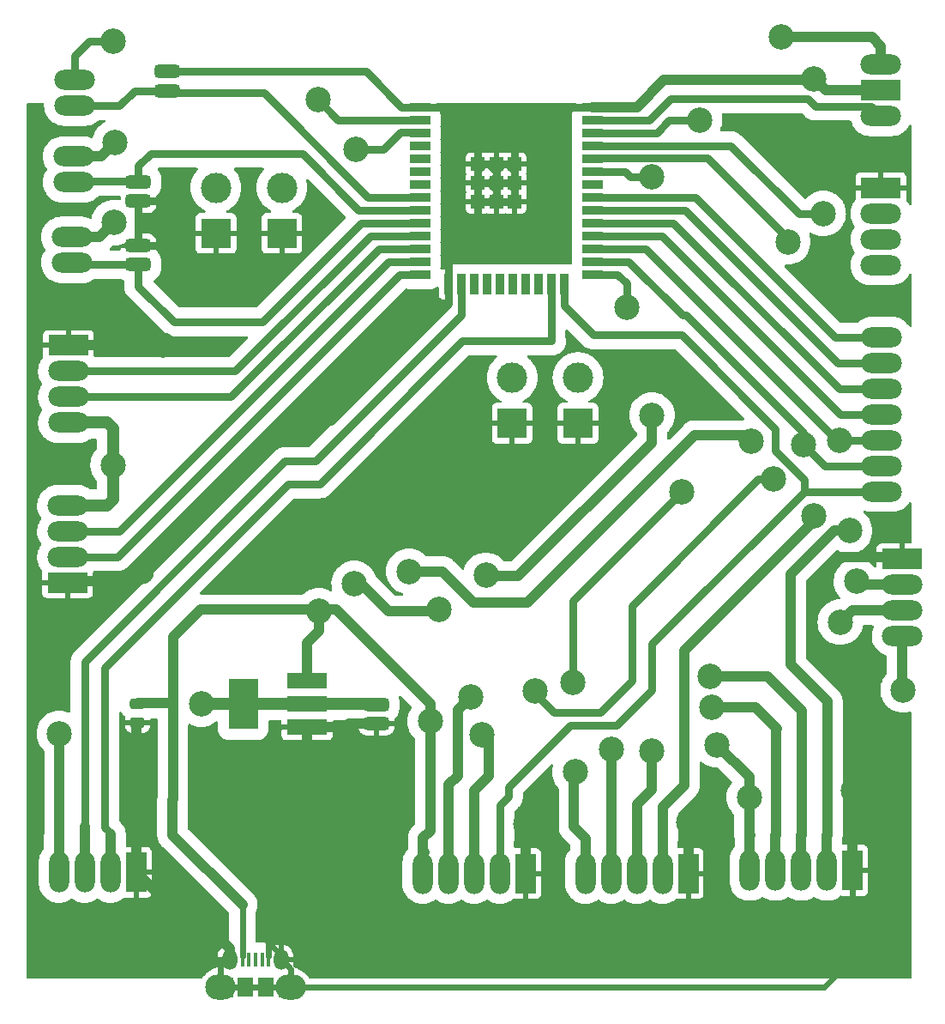
<source format=gtl>
%TF.GenerationSoftware,KiCad,Pcbnew,(6.0.2)*%
%TF.CreationDate,2022-05-17T13:56:57+02:00*%
%TF.ProjectId,PCB_VuilBak,5043425f-5675-4696-9c42-616b2e6b6963,rev?*%
%TF.SameCoordinates,Original*%
%TF.FileFunction,Copper,L1,Top*%
%TF.FilePolarity,Positive*%
%FSLAX46Y46*%
G04 Gerber Fmt 4.6, Leading zero omitted, Abs format (unit mm)*
G04 Created by KiCad (PCBNEW (6.0.2)) date 2022-05-17 13:56:57*
%MOMM*%
%LPD*%
G01*
G04 APERTURE LIST*
G04 Aperture macros list*
%AMRoundRect*
0 Rectangle with rounded corners*
0 $1 Rounding radius*
0 $2 $3 $4 $5 $6 $7 $8 $9 X,Y pos of 4 corners*
0 Add a 4 corners polygon primitive as box body*
4,1,4,$2,$3,$4,$5,$6,$7,$8,$9,$2,$3,0*
0 Add four circle primitives for the rounded corners*
1,1,$1+$1,$2,$3*
1,1,$1+$1,$4,$5*
1,1,$1+$1,$6,$7*
1,1,$1+$1,$8,$9*
0 Add four rect primitives between the rounded corners*
20,1,$1+$1,$2,$3,$4,$5,0*
20,1,$1+$1,$4,$5,$6,$7,0*
20,1,$1+$1,$6,$7,$8,$9,0*
20,1,$1+$1,$8,$9,$2,$3,0*%
G04 Aperture macros list end*
%TA.AperFunction,EtchedComponent*%
%ADD10C,0.000100*%
%TD*%
%TA.AperFunction,SMDPad,CuDef*%
%ADD11RoundRect,0.325000X0.925000X-0.325000X0.925000X0.325000X-0.925000X0.325000X-0.925000X-0.325000X0*%
%TD*%
%TA.AperFunction,ComponentPad*%
%ADD12O,2.000000X4.000000*%
%TD*%
%TA.AperFunction,ComponentPad*%
%ADD13R,2.000000X4.000000*%
%TD*%
%TA.AperFunction,SMDPad,CuDef*%
%ADD14R,0.400000X1.350000*%
%TD*%
%TA.AperFunction,ComponentPad*%
%ADD15O,3.000000X2.500000*%
%TD*%
%TA.AperFunction,ComponentPad*%
%ADD16O,1.450000X2.000000*%
%TD*%
%TA.AperFunction,SMDPad,CuDef*%
%ADD17R,1.500000X1.900000*%
%TD*%
%TA.AperFunction,ComponentPad*%
%ADD18O,4.000000X2.000000*%
%TD*%
%TA.AperFunction,SMDPad,CuDef*%
%ADD19R,4.000000X1.500000*%
%TD*%
%TA.AperFunction,SMDPad,CuDef*%
%ADD20R,3.000000X5.000000*%
%TD*%
%TA.AperFunction,ComponentPad*%
%ADD21R,4.000000X2.000000*%
%TD*%
%TA.AperFunction,SMDPad,CuDef*%
%ADD22RoundRect,0.325000X-0.925000X0.325000X-0.925000X-0.325000X0.925000X-0.325000X0.925000X0.325000X0*%
%TD*%
%TA.AperFunction,SMDPad,CuDef*%
%ADD23R,2.000000X0.900000*%
%TD*%
%TA.AperFunction,SMDPad,CuDef*%
%ADD24R,0.900000X2.000000*%
%TD*%
%TA.AperFunction,SMDPad,CuDef*%
%ADD25R,1.330000X1.330000*%
%TD*%
%TA.AperFunction,ComponentPad*%
%ADD26C,0.300000*%
%TD*%
%TA.AperFunction,SMDPad,CuDef*%
%ADD27RoundRect,0.250000X-0.475000X0.250000X-0.475000X-0.250000X0.475000X-0.250000X0.475000X0.250000X0*%
%TD*%
%TA.AperFunction,ComponentPad*%
%ADD28R,3.000000X3.000000*%
%TD*%
%TA.AperFunction,ComponentPad*%
%ADD29C,3.000000*%
%TD*%
%TA.AperFunction,ViaPad*%
%ADD30C,2.500000*%
%TD*%
%TA.AperFunction,Conductor*%
%ADD31C,0.800000*%
%TD*%
%TA.AperFunction,Conductor*%
%ADD32C,0.600000*%
%TD*%
%TA.AperFunction,Conductor*%
%ADD33C,1.000000*%
%TD*%
%TA.AperFunction,Conductor*%
%ADD34C,0.254000*%
%TD*%
%TA.AperFunction,Conductor*%
%ADD35C,1.200000*%
%TD*%
G04 APERTURE END LIST*
D10*
%TO.C,U1*%
X150060000Y-118750000D02*
X148860000Y-118750000D01*
X148860000Y-118750000D02*
X148860000Y-120650000D01*
X148860000Y-120650000D02*
X150060000Y-120650000D01*
X150060000Y-120650000D02*
X150085000Y-120649000D01*
X150085000Y-120649000D02*
X150110000Y-120647000D01*
X150110000Y-120647000D02*
X150134000Y-120644000D01*
X150134000Y-120644000D02*
X150159000Y-120640000D01*
X150159000Y-120640000D02*
X150183000Y-120634000D01*
X150183000Y-120634000D02*
X150207000Y-120627000D01*
X150207000Y-120627000D02*
X150230000Y-120618000D01*
X150230000Y-120618000D02*
X150253000Y-120609000D01*
X150253000Y-120609000D02*
X150276000Y-120598000D01*
X150276000Y-120598000D02*
X150298000Y-120586000D01*
X150298000Y-120586000D02*
X150319000Y-120573000D01*
X150319000Y-120573000D02*
X150339000Y-120559000D01*
X150339000Y-120559000D02*
X150359000Y-120544000D01*
X150359000Y-120544000D02*
X150378000Y-120528000D01*
X150378000Y-120528000D02*
X150396000Y-120511000D01*
X150396000Y-120511000D02*
X150413000Y-120493000D01*
X150413000Y-120493000D02*
X150429000Y-120474000D01*
X150429000Y-120474000D02*
X150444000Y-120454000D01*
X150444000Y-120454000D02*
X150458000Y-120434000D01*
X150458000Y-120434000D02*
X150471000Y-120412000D01*
X150471000Y-120412000D02*
X150483000Y-120391000D01*
X150483000Y-120391000D02*
X150494000Y-120368000D01*
X150494000Y-120368000D02*
X150503000Y-120345000D01*
X150503000Y-120345000D02*
X150512000Y-120322000D01*
X150512000Y-120322000D02*
X150519000Y-120298000D01*
X150519000Y-120298000D02*
X150525000Y-120274000D01*
X150525000Y-120274000D02*
X150529000Y-120249000D01*
X150529000Y-120249000D02*
X150532000Y-120225000D01*
X150532000Y-120225000D02*
X150534000Y-120200000D01*
X150534000Y-120200000D02*
X150535000Y-120175000D01*
X150535000Y-120175000D02*
X150535000Y-119225000D01*
X150535000Y-119225000D02*
X150534000Y-119200000D01*
X150534000Y-119200000D02*
X150532000Y-119175000D01*
X150532000Y-119175000D02*
X150529000Y-119151000D01*
X150529000Y-119151000D02*
X150525000Y-119126000D01*
X150525000Y-119126000D02*
X150519000Y-119102000D01*
X150519000Y-119102000D02*
X150512000Y-119078000D01*
X150512000Y-119078000D02*
X150503000Y-119055000D01*
X150503000Y-119055000D02*
X150494000Y-119032000D01*
X150494000Y-119032000D02*
X150483000Y-119009000D01*
X150483000Y-119009000D02*
X150471000Y-118988000D01*
X150471000Y-118988000D02*
X150458000Y-118966000D01*
X150458000Y-118966000D02*
X150444000Y-118946000D01*
X150444000Y-118946000D02*
X150429000Y-118926000D01*
X150429000Y-118926000D02*
X150413000Y-118907000D01*
X150413000Y-118907000D02*
X150396000Y-118889000D01*
X150396000Y-118889000D02*
X150378000Y-118872000D01*
X150378000Y-118872000D02*
X150359000Y-118856000D01*
X150359000Y-118856000D02*
X150339000Y-118841000D01*
X150339000Y-118841000D02*
X150319000Y-118827000D01*
X150319000Y-118827000D02*
X150298000Y-118814000D01*
X150298000Y-118814000D02*
X150276000Y-118802000D01*
X150276000Y-118802000D02*
X150253000Y-118791000D01*
X150253000Y-118791000D02*
X150230000Y-118782000D01*
X150230000Y-118782000D02*
X150207000Y-118773000D01*
X150207000Y-118773000D02*
X150183000Y-118766000D01*
X150183000Y-118766000D02*
X150159000Y-118760000D01*
X150159000Y-118760000D02*
X150134000Y-118756000D01*
X150134000Y-118756000D02*
X150110000Y-118753000D01*
X150110000Y-118753000D02*
X150085000Y-118751000D01*
X150085000Y-118751000D02*
X150060000Y-118750000D01*
X150060000Y-118750000D02*
X150060000Y-118750000D01*
G36*
X150085000Y-118751000D02*
G01*
X150110000Y-118753000D01*
X150134000Y-118756000D01*
X150159000Y-118760000D01*
X150183000Y-118766000D01*
X150207000Y-118773000D01*
X150253000Y-118791000D01*
X150276000Y-118802000D01*
X150298000Y-118814000D01*
X150319000Y-118827000D01*
X150339000Y-118841000D01*
X150359000Y-118856000D01*
X150378000Y-118872000D01*
X150396000Y-118889000D01*
X150413000Y-118907000D01*
X150429000Y-118926000D01*
X150444000Y-118946000D01*
X150458000Y-118966000D01*
X150471000Y-118988000D01*
X150483000Y-119009000D01*
X150494000Y-119032000D01*
X150512000Y-119078000D01*
X150519000Y-119102000D01*
X150525000Y-119126000D01*
X150529000Y-119151000D01*
X150532000Y-119175000D01*
X150534000Y-119200000D01*
X150535000Y-119225000D01*
X150535000Y-120175000D01*
X150534000Y-120200000D01*
X150532000Y-120225000D01*
X150529000Y-120249000D01*
X150525000Y-120274000D01*
X150519000Y-120298000D01*
X150512000Y-120322000D01*
X150494000Y-120368000D01*
X150483000Y-120391000D01*
X150471000Y-120412000D01*
X150458000Y-120434000D01*
X150444000Y-120454000D01*
X150429000Y-120474000D01*
X150413000Y-120493000D01*
X150396000Y-120511000D01*
X150378000Y-120528000D01*
X150359000Y-120544000D01*
X150339000Y-120559000D01*
X150319000Y-120573000D01*
X150298000Y-120586000D01*
X150276000Y-120598000D01*
X150253000Y-120609000D01*
X150207000Y-120627000D01*
X150183000Y-120634000D01*
X150159000Y-120640000D01*
X150134000Y-120644000D01*
X150110000Y-120647000D01*
X150085000Y-120649000D01*
X150060000Y-120650000D01*
X148860000Y-120650000D01*
X148860000Y-118750000D01*
X150060000Y-118750000D01*
X150085000Y-118751000D01*
G37*
X150085000Y-118751000D02*
X150110000Y-118753000D01*
X150134000Y-118756000D01*
X150159000Y-118760000D01*
X150183000Y-118766000D01*
X150207000Y-118773000D01*
X150253000Y-118791000D01*
X150276000Y-118802000D01*
X150298000Y-118814000D01*
X150319000Y-118827000D01*
X150339000Y-118841000D01*
X150359000Y-118856000D01*
X150378000Y-118872000D01*
X150396000Y-118889000D01*
X150413000Y-118907000D01*
X150429000Y-118926000D01*
X150444000Y-118946000D01*
X150458000Y-118966000D01*
X150471000Y-118988000D01*
X150483000Y-119009000D01*
X150494000Y-119032000D01*
X150512000Y-119078000D01*
X150519000Y-119102000D01*
X150525000Y-119126000D01*
X150529000Y-119151000D01*
X150532000Y-119175000D01*
X150534000Y-119200000D01*
X150535000Y-119225000D01*
X150535000Y-120175000D01*
X150534000Y-120200000D01*
X150532000Y-120225000D01*
X150529000Y-120249000D01*
X150525000Y-120274000D01*
X150519000Y-120298000D01*
X150512000Y-120322000D01*
X150494000Y-120368000D01*
X150483000Y-120391000D01*
X150471000Y-120412000D01*
X150458000Y-120434000D01*
X150444000Y-120454000D01*
X150429000Y-120474000D01*
X150413000Y-120493000D01*
X150396000Y-120511000D01*
X150378000Y-120528000D01*
X150359000Y-120544000D01*
X150339000Y-120559000D01*
X150319000Y-120573000D01*
X150298000Y-120586000D01*
X150276000Y-120598000D01*
X150253000Y-120609000D01*
X150207000Y-120627000D01*
X150183000Y-120634000D01*
X150159000Y-120640000D01*
X150134000Y-120644000D01*
X150110000Y-120647000D01*
X150085000Y-120649000D01*
X150060000Y-120650000D01*
X148860000Y-120650000D01*
X148860000Y-118750000D01*
X150060000Y-118750000D01*
X150085000Y-118751000D01*
X143060000Y-118750000D02*
X144260000Y-118750000D01*
X144260000Y-118750000D02*
X144260000Y-120650000D01*
X144260000Y-120650000D02*
X143060000Y-120650000D01*
X143060000Y-120650000D02*
X143035000Y-120649000D01*
X143035000Y-120649000D02*
X143010000Y-120647000D01*
X143010000Y-120647000D02*
X142986000Y-120644000D01*
X142986000Y-120644000D02*
X142961000Y-120640000D01*
X142961000Y-120640000D02*
X142937000Y-120634000D01*
X142937000Y-120634000D02*
X142913000Y-120627000D01*
X142913000Y-120627000D02*
X142890000Y-120618000D01*
X142890000Y-120618000D02*
X142867000Y-120609000D01*
X142867000Y-120609000D02*
X142844000Y-120598000D01*
X142844000Y-120598000D02*
X142823000Y-120586000D01*
X142823000Y-120586000D02*
X142801000Y-120573000D01*
X142801000Y-120573000D02*
X142781000Y-120559000D01*
X142781000Y-120559000D02*
X142761000Y-120544000D01*
X142761000Y-120544000D02*
X142742000Y-120528000D01*
X142742000Y-120528000D02*
X142724000Y-120511000D01*
X142724000Y-120511000D02*
X142707000Y-120493000D01*
X142707000Y-120493000D02*
X142691000Y-120474000D01*
X142691000Y-120474000D02*
X142676000Y-120454000D01*
X142676000Y-120454000D02*
X142662000Y-120434000D01*
X142662000Y-120434000D02*
X142649000Y-120412000D01*
X142649000Y-120412000D02*
X142637000Y-120391000D01*
X142637000Y-120391000D02*
X142626000Y-120368000D01*
X142626000Y-120368000D02*
X142617000Y-120345000D01*
X142617000Y-120345000D02*
X142608000Y-120322000D01*
X142608000Y-120322000D02*
X142601000Y-120298000D01*
X142601000Y-120298000D02*
X142595000Y-120274000D01*
X142595000Y-120274000D02*
X142591000Y-120249000D01*
X142591000Y-120249000D02*
X142588000Y-120225000D01*
X142588000Y-120225000D02*
X142586000Y-120200000D01*
X142586000Y-120200000D02*
X142585000Y-120175000D01*
X142585000Y-120175000D02*
X142585000Y-119225000D01*
X142585000Y-119225000D02*
X142586000Y-119200000D01*
X142586000Y-119200000D02*
X142588000Y-119175000D01*
X142588000Y-119175000D02*
X142591000Y-119151000D01*
X142591000Y-119151000D02*
X142595000Y-119126000D01*
X142595000Y-119126000D02*
X142601000Y-119102000D01*
X142601000Y-119102000D02*
X142608000Y-119078000D01*
X142608000Y-119078000D02*
X142617000Y-119055000D01*
X142617000Y-119055000D02*
X142626000Y-119032000D01*
X142626000Y-119032000D02*
X142637000Y-119009000D01*
X142637000Y-119009000D02*
X142649000Y-118988000D01*
X142649000Y-118988000D02*
X142662000Y-118966000D01*
X142662000Y-118966000D02*
X142676000Y-118946000D01*
X142676000Y-118946000D02*
X142691000Y-118926000D01*
X142691000Y-118926000D02*
X142707000Y-118907000D01*
X142707000Y-118907000D02*
X142724000Y-118889000D01*
X142724000Y-118889000D02*
X142742000Y-118872000D01*
X142742000Y-118872000D02*
X142761000Y-118856000D01*
X142761000Y-118856000D02*
X142781000Y-118841000D01*
X142781000Y-118841000D02*
X142801000Y-118827000D01*
X142801000Y-118827000D02*
X142823000Y-118814000D01*
X142823000Y-118814000D02*
X142844000Y-118802000D01*
X142844000Y-118802000D02*
X142867000Y-118791000D01*
X142867000Y-118791000D02*
X142890000Y-118782000D01*
X142890000Y-118782000D02*
X142913000Y-118773000D01*
X142913000Y-118773000D02*
X142937000Y-118766000D01*
X142937000Y-118766000D02*
X142961000Y-118760000D01*
X142961000Y-118760000D02*
X142986000Y-118756000D01*
X142986000Y-118756000D02*
X143010000Y-118753000D01*
X143010000Y-118753000D02*
X143035000Y-118751000D01*
X143035000Y-118751000D02*
X143060000Y-118750000D01*
X143060000Y-118750000D02*
X143060000Y-118750000D01*
G36*
X144260000Y-120650000D02*
G01*
X143060000Y-120650000D01*
X143035000Y-120649000D01*
X143010000Y-120647000D01*
X142986000Y-120644000D01*
X142961000Y-120640000D01*
X142937000Y-120634000D01*
X142913000Y-120627000D01*
X142867000Y-120609000D01*
X142844000Y-120598000D01*
X142823000Y-120586000D01*
X142801000Y-120573000D01*
X142781000Y-120559000D01*
X142761000Y-120544000D01*
X142742000Y-120528000D01*
X142724000Y-120511000D01*
X142707000Y-120493000D01*
X142691000Y-120474000D01*
X142676000Y-120454000D01*
X142662000Y-120434000D01*
X142649000Y-120412000D01*
X142637000Y-120391000D01*
X142626000Y-120368000D01*
X142608000Y-120322000D01*
X142601000Y-120298000D01*
X142595000Y-120274000D01*
X142591000Y-120249000D01*
X142588000Y-120225000D01*
X142586000Y-120200000D01*
X142585000Y-120175000D01*
X142585000Y-119225000D01*
X142586000Y-119200000D01*
X142588000Y-119175000D01*
X142591000Y-119151000D01*
X142595000Y-119126000D01*
X142601000Y-119102000D01*
X142608000Y-119078000D01*
X142626000Y-119032000D01*
X142637000Y-119009000D01*
X142649000Y-118988000D01*
X142662000Y-118966000D01*
X142676000Y-118946000D01*
X142691000Y-118926000D01*
X142707000Y-118907000D01*
X142724000Y-118889000D01*
X142742000Y-118872000D01*
X142761000Y-118856000D01*
X142781000Y-118841000D01*
X142801000Y-118827000D01*
X142823000Y-118814000D01*
X142844000Y-118802000D01*
X142867000Y-118791000D01*
X142913000Y-118773000D01*
X142937000Y-118766000D01*
X142961000Y-118760000D01*
X142986000Y-118756000D01*
X143010000Y-118753000D01*
X143035000Y-118751000D01*
X143060000Y-118750000D01*
X144260000Y-118750000D01*
X144260000Y-120650000D01*
G37*
X144260000Y-120650000D02*
X143060000Y-120650000D01*
X143035000Y-120649000D01*
X143010000Y-120647000D01*
X142986000Y-120644000D01*
X142961000Y-120640000D01*
X142937000Y-120634000D01*
X142913000Y-120627000D01*
X142867000Y-120609000D01*
X142844000Y-120598000D01*
X142823000Y-120586000D01*
X142801000Y-120573000D01*
X142781000Y-120559000D01*
X142761000Y-120544000D01*
X142742000Y-120528000D01*
X142724000Y-120511000D01*
X142707000Y-120493000D01*
X142691000Y-120474000D01*
X142676000Y-120454000D01*
X142662000Y-120434000D01*
X142649000Y-120412000D01*
X142637000Y-120391000D01*
X142626000Y-120368000D01*
X142608000Y-120322000D01*
X142601000Y-120298000D01*
X142595000Y-120274000D01*
X142591000Y-120249000D01*
X142588000Y-120225000D01*
X142586000Y-120200000D01*
X142585000Y-120175000D01*
X142585000Y-119225000D01*
X142586000Y-119200000D01*
X142588000Y-119175000D01*
X142591000Y-119151000D01*
X142595000Y-119126000D01*
X142601000Y-119102000D01*
X142608000Y-119078000D01*
X142626000Y-119032000D01*
X142637000Y-119009000D01*
X142649000Y-118988000D01*
X142662000Y-118966000D01*
X142676000Y-118946000D01*
X142691000Y-118926000D01*
X142707000Y-118907000D01*
X142724000Y-118889000D01*
X142742000Y-118872000D01*
X142761000Y-118856000D01*
X142781000Y-118841000D01*
X142801000Y-118827000D01*
X142823000Y-118814000D01*
X142844000Y-118802000D01*
X142867000Y-118791000D01*
X142913000Y-118773000D01*
X142937000Y-118766000D01*
X142961000Y-118760000D01*
X142986000Y-118756000D01*
X143010000Y-118753000D01*
X143035000Y-118751000D01*
X143060000Y-118750000D01*
X144260000Y-118750000D01*
X144260000Y-120650000D01*
%TD*%
D11*
%TO.P,R11,1*%
%TO.N,GPIO25*%
X135000000Y-48450000D03*
%TO.P,R11,2*%
%TO.N,GND*%
X135000000Y-46550000D03*
%TD*%
D12*
%TO.P,X9,1,KL*%
%TO.N,5V*%
X163060000Y-108500000D03*
%TO.P,X9,2,KL*%
%TO.N,SC7*%
X165600000Y-108500000D03*
%TO.P,X9,3,KL*%
%TO.N,SD7*%
X168140000Y-108500000D03*
%TO.P,X9,4,KL*%
%TO.N,GPIO2*%
X170680000Y-108500000D03*
D13*
%TO.P,X9,5,KL*%
%TO.N,GND*%
X173220000Y-108500000D03*
%TD*%
D14*
%TO.P,U1,1,1*%
%TO.N,5V*%
X145260000Y-117025000D03*
%TO.P,U1,2,2*%
%TO.N,unconnected-(U1-Pad2)*%
X145910000Y-117025000D03*
%TO.P,U1,3,3*%
%TO.N,unconnected-(U1-Pad3)*%
X146560000Y-117025000D03*
%TO.P,U1,4,4*%
%TO.N,unconnected-(U1-Pad4)*%
X147210000Y-117025000D03*
%TO.P,U1,5,5*%
%TO.N,GND*%
X147860000Y-117025000D03*
D15*
%TO.P,U1,S1,SHIELD*%
X143060000Y-119700000D03*
%TO.P,U1,S2,SHIELD*%
X150060000Y-119700000D03*
D16*
%TO.P,U1,S3,SHIELD*%
X144060000Y-117000000D03*
%TO.P,U1,S4,SHIELD*%
X149060000Y-117000000D03*
D17*
%TO.P,U1,S5,SHIELD*%
X145560000Y-119700000D03*
%TO.P,U1,S6,SHIELD*%
X147560000Y-119700000D03*
%TD*%
D13*
%TO.P,X3,1,KL*%
%TO.N,GND*%
X134780000Y-108400000D03*
D12*
%TO.P,X3,2,KL*%
%TO.N,GPIO15*%
X132240000Y-108400000D03*
%TO.P,X3,3,KL*%
%TO.N,GPIO13*%
X129700000Y-108400000D03*
%TO.P,X3,4,KL*%
%TO.N,3.3V*%
X127160000Y-108400000D03*
%TD*%
D11*
%TO.P,R12,1*%
%TO.N,GPIO32*%
X137800000Y-31300000D03*
%TO.P,R12,2*%
%TO.N,GND*%
X137800000Y-29400000D03*
%TD*%
D18*
%TO.P,X13,1,KL*%
%TO.N,3.3V*%
X128570000Y-37790000D03*
%TO.P,X13,2,KL*%
%TO.N,GPIO33*%
X128570000Y-40330000D03*
%TD*%
D12*
%TO.P,X8,1,KL*%
%TO.N,5V*%
X179120000Y-108500000D03*
%TO.P,X8,2,KL*%
%TO.N,SC6*%
X181660000Y-108500000D03*
%TO.P,X8,3,KL*%
%TO.N,SD6*%
X184200000Y-108500000D03*
%TO.P,X8,4,KL*%
%TO.N,GPIO4*%
X186740000Y-108500000D03*
D13*
%TO.P,X8,5,KL*%
%TO.N,GND*%
X189280000Y-108500000D03*
%TD*%
D18*
%TO.P,X6,1,KL*%
%TO.N,GPIO 19*%
X208400000Y-55600000D03*
%TO.P,X6,2,KL*%
%TO.N,GPIO 18*%
X208400000Y-58140000D03*
%TO.P,X6,3,KL*%
%TO.N,GPIO 5*%
X208400000Y-60680000D03*
%TO.P,X6,4,KL*%
%TO.N,GPIO 17*%
X208400000Y-63220000D03*
%TO.P,X6,5,KL*%
%TO.N,GPIO 16*%
X208400000Y-65760000D03*
%TO.P,X6,6,KL*%
%TO.N,GPIO4*%
X208400000Y-68300000D03*
%TO.P,X6,7,KL*%
%TO.N,GPIO2*%
X208400000Y-70840000D03*
%TD*%
%TO.P,X12,1,KL*%
%TO.N,3.3V*%
X128685000Y-30225000D03*
%TO.P,X12,2,KL*%
%TO.N,GPIO32*%
X128685000Y-32765000D03*
%TD*%
D19*
%TO.P,U2,1,GND*%
%TO.N,GND*%
X151650000Y-94100000D03*
D20*
%TO.P,U2,2,VO*%
%TO.N,3.3V*%
X145350000Y-91800000D03*
D19*
X151650000Y-91800000D03*
%TO.P,U2,3,VI*%
%TO.N,5V*%
X151650000Y-89500000D03*
%TD*%
D18*
%TO.P,X4,1,KL*%
%TO.N,3.3V*%
X128000000Y-72200000D03*
%TO.P,X4,2,KL*%
%TO.N,GPIO14*%
X128000000Y-74740000D03*
%TO.P,X4,3,KL*%
%TO.N,GPIO12*%
X128000000Y-77280000D03*
D21*
%TO.P,X4,4,KL*%
%TO.N,GND*%
X128000000Y-79820000D03*
%TD*%
D12*
%TO.P,X7,1,KL*%
%TO.N,5V*%
X195360000Y-108200000D03*
%TO.P,X7,2,KL*%
%TO.N,SC5*%
X197900000Y-108200000D03*
%TO.P,X7,3,KL*%
%TO.N,SD5*%
X200440000Y-108200000D03*
%TO.P,X7,4,KL*%
%TO.N,GPIO 16*%
X202980000Y-108200000D03*
D13*
%TO.P,X7,5,KL*%
%TO.N,GND*%
X205520000Y-108200000D03*
%TD*%
D21*
%TO.P,X2,1,KL*%
%TO.N,GND*%
X128085000Y-56425000D03*
D18*
%TO.P,X2,2,KL*%
%TO.N,GPIO26*%
X128085000Y-58965000D03*
%TO.P,X2,3,KL*%
%TO.N,GPIO27*%
X128085000Y-61505000D03*
%TO.P,X2,4,KL*%
%TO.N,3.3V*%
X128085000Y-64045000D03*
%TD*%
D22*
%TO.P,R13,1*%
%TO.N,GPIO33*%
X135000000Y-40300000D03*
%TO.P,R13,2*%
%TO.N,GND*%
X135000000Y-42200000D03*
%TD*%
D18*
%TO.P,X5,1,KL*%
%TO.N,5V*%
X208300000Y-28700000D03*
D21*
%TO.P,X5,2,KL*%
%TO.N,GND*%
X208300000Y-31240000D03*
D18*
%TO.P,X5,3,KL*%
%TO.N,GPIO 23*%
X208300000Y-33780000D03*
%TD*%
D23*
%TO.P,U4,1,GND*%
%TO.N,GND*%
X162812500Y-32890000D03*
%TO.P,U4,2,3V3*%
%TO.N,3.3V*%
X162812500Y-34160000D03*
%TO.P,U4,3,EN*%
%TO.N,Net-(C2-Pad1)*%
X162812500Y-35430000D03*
%TO.P,U4,4,SENSOR_VP*%
%TO.N,unconnected-(U4-Pad4)*%
X162812500Y-36700000D03*
%TO.P,U4,5,SENSOR_VN*%
%TO.N,unconnected-(U4-Pad5)*%
X162812500Y-37970000D03*
%TO.P,U4,6,IO34*%
%TO.N,unconnected-(U4-Pad6)*%
X162812500Y-39240000D03*
%TO.P,U4,7,IO35*%
%TO.N,unconnected-(U4-Pad7)*%
X162812500Y-40510000D03*
%TO.P,U4,8,IO32*%
%TO.N,GPIO32*%
X162812500Y-41780000D03*
%TO.P,U4,9,IO33*%
%TO.N,GPIO33*%
X162812500Y-43050000D03*
%TO.P,U4,10,IO25*%
%TO.N,GPIO25*%
X162812500Y-44320000D03*
%TO.P,U4,11,IO26*%
%TO.N,GPIO26*%
X162812500Y-45590000D03*
%TO.P,U4,12,IO27*%
%TO.N,GPIO27*%
X162812500Y-46860000D03*
%TO.P,U4,13,IO14*%
%TO.N,GPIO14*%
X162812500Y-48130000D03*
%TO.P,U4,14,IO12*%
%TO.N,GPIO12*%
X162812500Y-49400000D03*
D24*
%TO.P,U4,15,GND*%
%TO.N,GND*%
X165597500Y-50400000D03*
%TO.P,U4,16,IO13*%
%TO.N,GPIO13*%
X166867500Y-50400000D03*
%TO.P,U4,17,SHD/SD2*%
%TO.N,unconnected-(U4-Pad17)*%
X168137500Y-50400000D03*
%TO.P,U4,18,SWP/SD3*%
%TO.N,unconnected-(U4-Pad18)*%
X169407500Y-50400000D03*
%TO.P,U4,19,SCS/CMD*%
%TO.N,unconnected-(U4-Pad19)*%
X170677500Y-50400000D03*
%TO.P,U4,20,SCK/CLK*%
%TO.N,unconnected-(U4-Pad20)*%
X171947500Y-50400000D03*
%TO.P,U4,21,SDO/SD0*%
%TO.N,unconnected-(U4-Pad21)*%
X173217500Y-50400000D03*
%TO.P,U4,22,SDI/SD1*%
%TO.N,unconnected-(U4-Pad22)*%
X174487500Y-50400000D03*
%TO.P,U4,23,IO15*%
%TO.N,GPIO15*%
X175757500Y-50400000D03*
%TO.P,U4,24,IO2*%
%TO.N,GPIO2*%
X177027500Y-50400000D03*
D23*
%TO.P,U4,25,IO0*%
%TO.N,Net-(R8-Pad1)*%
X179812500Y-49400000D03*
%TO.P,U4,26,IO4*%
%TO.N,GPIO4*%
X179812500Y-48130000D03*
%TO.P,U4,27,IO16*%
%TO.N,GPIO 16*%
X179812500Y-46860000D03*
%TO.P,U4,28,IO17*%
%TO.N,GPIO 17*%
X179812500Y-45590000D03*
%TO.P,U4,29,IO5*%
%TO.N,GPIO 5*%
X179812500Y-44320000D03*
%TO.P,U4,30,IO18*%
%TO.N,GPIO 18*%
X179812500Y-43050000D03*
%TO.P,U4,31,IO19*%
%TO.N,GPIO 19*%
X179812500Y-41780000D03*
%TO.P,U4,32,NC*%
%TO.N,unconnected-(U4-Pad32)*%
X179812500Y-40510000D03*
%TO.P,U4,33,IO21*%
%TO.N,SDA_ESP*%
X179812500Y-39240000D03*
%TO.P,U4,34,RXD0*%
%TO.N,RX*%
X179812500Y-37970000D03*
%TO.P,U4,35,TXD0*%
%TO.N,TX*%
X179812500Y-36700000D03*
%TO.P,U4,36,IO22*%
%TO.N,SCL_ESP*%
X179812500Y-35430000D03*
%TO.P,U4,37,IO23*%
%TO.N,GPIO 23*%
X179812500Y-34160000D03*
%TO.P,U4,38,GND*%
%TO.N,GND*%
X179812500Y-32890000D03*
D25*
%TO.P,U4,39_1,GND*%
X168477500Y-38555000D03*
%TO.P,U4,39_2,GND*%
X170312500Y-38555000D03*
%TO.P,U4,39_3,GND*%
X172147500Y-38555000D03*
%TO.P,U4,39_4,GND*%
X168477500Y-40390000D03*
%TO.P,U4,39_5,GND*%
X170312500Y-40390000D03*
%TO.P,U4,39_6,GND*%
X172147500Y-40390000D03*
%TO.P,U4,39_7,GND*%
X168477500Y-42225000D03*
%TO.P,U4,39_8,GND*%
X170312500Y-42225000D03*
%TO.P,U4,39_9,GND*%
X172147500Y-42225000D03*
D26*
%TO.P,U4,39_10,GND*%
X169395000Y-38555000D03*
%TO.P,U4,39_11,GND*%
X171230000Y-38555000D03*
%TO.P,U4,39_12,GND*%
X168477500Y-39472500D03*
%TO.P,U4,39_13,GND*%
X170312500Y-39472500D03*
%TO.P,U4,39_14,GND*%
X172147500Y-39472500D03*
%TO.P,U4,39_15,GND*%
X169395000Y-40390000D03*
%TO.P,U4,39_16,GND*%
X171230000Y-40390000D03*
%TO.P,U4,39_17,GND*%
X168477500Y-41307500D03*
%TO.P,U4,39_18,GND*%
X170312500Y-41307500D03*
%TO.P,U4,39_19,GND*%
X172147500Y-41307500D03*
%TO.P,U4,39_20,GND*%
X169395000Y-42225000D03*
%TO.P,U4,39_21,GND*%
X171230000Y-42225000D03*
%TD*%
D22*
%TO.P,C5,1*%
%TO.N,3.3V*%
X158500000Y-91850000D03*
%TO.P,C5,2*%
%TO.N,GND*%
X158500000Y-93750000D03*
%TD*%
D18*
%TO.P,X11,1,KL*%
%TO.N,3.3V*%
X128400000Y-45725000D03*
%TO.P,X11,2,KL*%
%TO.N,GPIO25*%
X128400000Y-48265000D03*
%TD*%
D21*
%TO.P,X1,1,KL*%
%TO.N,GND*%
X208300000Y-40860000D03*
D18*
%TO.P,X1,2,KL*%
%TO.N,TX*%
X208300000Y-43400000D03*
%TO.P,X1,3,KL*%
%TO.N,RX*%
X208300000Y-45940000D03*
%TO.P,X1,4,KL*%
%TO.N,3.3V*%
X208300000Y-48480000D03*
%TD*%
%TO.P,X10,1,KL*%
%TO.N,5V*%
X210400000Y-85060000D03*
%TO.P,X10,2,KL*%
%TO.N,SDA_mux*%
X210400000Y-82520000D03*
%TO.P,X10,3,KL*%
%TO.N,SCL_Mux*%
X210400000Y-79980000D03*
D21*
%TO.P,X10,4,KL*%
%TO.N,GND*%
X210400000Y-77440000D03*
%TD*%
D27*
%TO.P,C3,1*%
%TO.N,5V*%
X134900000Y-91750000D03*
%TO.P,C3,2*%
%TO.N,GND*%
X134900000Y-93650000D03*
%TD*%
D28*
%TO.P,S2,1,S*%
%TO.N,GND*%
X171900000Y-64100000D03*
%TO.P,S2,2,S*%
X178400000Y-64100000D03*
D29*
%TO.P,S2,3,P*%
%TO.N,Net-(R8-Pad1)*%
X171900000Y-59600000D03*
%TO.P,S2,4,P*%
X178400000Y-59600000D03*
%TD*%
%TO.P,S1,1,S*%
%TO.N,Net-(C2-Pad1)*%
X149150000Y-40850000D03*
%TO.P,S1,2,S*%
X142650000Y-40850000D03*
D28*
%TO.P,S1,3,P*%
%TO.N,GND*%
X149150000Y-45350000D03*
%TO.P,S1,4,P*%
X142650000Y-45350000D03*
%TD*%
D30*
%TO.N,GND*%
X205600000Y-100300000D03*
X151600000Y-63900000D03*
X201700000Y-30100000D03*
X134900000Y-99100000D03*
X139200000Y-50500000D03*
X137400000Y-56400000D03*
X189300000Y-103500000D03*
X173200000Y-103600000D03*
X135300000Y-78700000D03*
%TO.N,3.3V*%
X164700000Y-82500000D03*
X152700000Y-32200000D03*
X132500000Y-68200000D03*
X132500000Y-26400000D03*
X132600000Y-44300000D03*
X127200000Y-94700000D03*
X132700000Y-36400000D03*
X141200000Y-91800000D03*
X156300000Y-79900000D03*
%TO.N,Net-(C2-Pad1)*%
X156500000Y-37100000D03*
%TO.N,5V*%
X152800000Y-82600000D03*
X163800000Y-93500000D03*
X178100000Y-98500000D03*
X198500000Y-26000000D03*
X195300000Y-101000000D03*
X210500000Y-90400000D03*
X192100000Y-95800000D03*
%TO.N,SCL_ESP*%
X190400000Y-34200000D03*
X185700000Y-63300000D03*
X169300000Y-79100000D03*
%TO.N,SCL_Mux*%
X205900000Y-79700000D03*
X161700000Y-78700000D03*
X195500000Y-65900000D03*
%TO.N,SDA_ESP*%
X185700000Y-39800000D03*
X188600000Y-70900000D03*
X177900000Y-89700000D03*
%TO.N,SDA_mux*%
X204300000Y-83700000D03*
X174200000Y-90500000D03*
X197700000Y-69600000D03*
%TO.N,Net-(R8-Pad1)*%
X183200000Y-52700000D03*
%TO.N,SD5*%
X191400000Y-89100000D03*
%TO.N,SC5*%
X191600000Y-92100000D03*
%TO.N,SD6*%
X185700000Y-96400000D03*
%TO.N,SC6*%
X181700000Y-96300000D03*
%TO.N,SD7*%
X168900000Y-94800000D03*
%TO.N,SC7*%
X167800000Y-91100000D03*
%TO.N,GPIO4*%
X201700000Y-73200000D03*
X200700000Y-66200000D03*
%TO.N,GPIO 16*%
X205200000Y-74700000D03*
X204200000Y-65800000D03*
%TO.N,RX*%
X199100000Y-46200000D03*
%TO.N,TX*%
X202600000Y-43400000D03*
%TD*%
D31*
%TO.N,GND*%
X168477500Y-44222500D02*
X165597500Y-47102500D01*
D32*
X144060000Y-117000000D02*
X143360000Y-117000000D01*
D33*
X135275000Y-56425000D02*
X128085000Y-56425000D01*
D31*
X137850000Y-29350000D02*
X157450000Y-29350000D01*
D33*
X134820000Y-104900000D02*
X134780000Y-104940000D01*
D32*
X149160000Y-117000000D02*
X150060000Y-117900000D01*
D33*
X205560000Y-90860000D02*
X205560000Y-104700000D01*
D31*
X168477500Y-33677500D02*
X168477500Y-38555000D01*
D33*
X173220000Y-103620000D02*
X173220000Y-108500000D01*
D32*
X150060000Y-119700000D02*
X150360000Y-119400000D01*
D33*
X201600000Y-30200000D02*
X186900000Y-30200000D01*
X201500000Y-86800000D02*
X205560000Y-90860000D01*
D31*
X170312500Y-40390000D02*
X172147500Y-40390000D01*
D32*
X147560000Y-119700000D02*
X145560000Y-119700000D01*
D31*
X170312500Y-38555000D02*
X172147500Y-38555000D01*
D33*
X134820000Y-93730000D02*
X134820000Y-104900000D01*
D31*
X167690000Y-32890000D02*
X168477500Y-33677500D01*
D33*
X134780000Y-108400000D02*
X139380000Y-113000000D01*
X128120000Y-79700000D02*
X128000000Y-79820000D01*
D31*
X168477500Y-40390000D02*
X168477500Y-38555000D01*
D32*
X149060000Y-117000000D02*
X149160000Y-117000000D01*
X147860000Y-116625000D02*
X147860000Y-115348000D01*
D31*
X137900000Y-42500000D02*
X138800000Y-43400000D01*
D33*
X201700000Y-30100000D02*
X202840000Y-31240000D01*
X204300000Y-77300000D02*
X201500000Y-80100000D01*
D31*
X165597500Y-47102500D02*
X165597500Y-50400000D01*
X168477500Y-42225000D02*
X168477500Y-44222500D01*
X157450000Y-29350000D02*
X160990000Y-32890000D01*
D32*
X145560000Y-119700000D02*
X143060000Y-119700000D01*
D33*
X210900000Y-77300000D02*
X204300000Y-77300000D01*
D32*
X149060000Y-116548000D02*
X149060000Y-117000000D01*
X150060000Y-119700000D02*
X202660000Y-119700000D01*
D31*
X139200000Y-48200000D02*
X139200000Y-43800000D01*
X135000000Y-42200000D02*
X137600000Y-42200000D01*
D32*
X147860000Y-115348000D02*
X147860000Y-114700000D01*
D31*
X154000000Y-63900000D02*
X151600000Y-63900000D01*
D33*
X155750000Y-93750000D02*
X155400000Y-94100000D01*
X135275000Y-56425000D02*
X137375000Y-56425000D01*
X141160000Y-113000000D02*
X144060000Y-115900000D01*
X205560000Y-104700000D02*
X205520000Y-104740000D01*
D31*
X139200000Y-50500000D02*
X139200000Y-48200000D01*
X165597500Y-50400000D02*
X165597500Y-52302500D01*
D34*
X147860000Y-114700000D02*
X147960000Y-114700000D01*
X137800000Y-29400000D02*
X137850000Y-29350000D01*
D31*
X168477500Y-42225000D02*
X168477500Y-40390000D01*
D34*
X173200000Y-103600000D02*
X173220000Y-103620000D01*
D33*
X189280000Y-103520000D02*
X189280000Y-108500000D01*
D31*
X135000000Y-42200000D02*
X135000000Y-46550000D01*
D32*
X147860000Y-109840000D02*
X151650000Y-106050000D01*
D31*
X139200000Y-43800000D02*
X137900000Y-42500000D01*
D32*
X205560000Y-116800000D02*
X205520000Y-116760000D01*
D31*
X160990000Y-32890000D02*
X162812500Y-32890000D01*
D32*
X150060000Y-117900000D02*
X150060000Y-119700000D01*
D31*
X172147500Y-38555000D02*
X172147500Y-34152500D01*
D33*
X202840000Y-31240000D02*
X208300000Y-31240000D01*
D32*
X147860000Y-113200000D02*
X147860000Y-109840000D01*
D33*
X133284412Y-79700000D02*
X128120000Y-79700000D01*
D31*
X137600000Y-42200000D02*
X137900000Y-42500000D01*
D33*
X134780000Y-104940000D02*
X134780000Y-108400000D01*
D31*
X165597500Y-52302500D02*
X154000000Y-63900000D01*
X170312500Y-42225000D02*
X168477500Y-42225000D01*
X162812500Y-32890000D02*
X167690000Y-32890000D01*
D34*
X135100000Y-42100000D02*
X135000000Y-42200000D01*
D31*
X170312500Y-40390000D02*
X170312500Y-42225000D01*
D33*
X151650000Y-103450000D02*
X151650000Y-94100000D01*
X134284412Y-78700000D02*
X133284412Y-79700000D01*
D31*
X172147500Y-34152500D02*
X173410000Y-32890000D01*
D33*
X135300000Y-78700000D02*
X134284412Y-78700000D01*
X205520000Y-104740000D02*
X205520000Y-108200000D01*
D32*
X147860000Y-115348000D02*
X149060000Y-116548000D01*
D33*
X184210000Y-32890000D02*
X179812500Y-32890000D01*
X201500000Y-80100000D02*
X201500000Y-86800000D01*
X144060000Y-115900000D02*
X144060000Y-117000000D01*
D32*
X202660000Y-119700000D02*
X205560000Y-116800000D01*
D31*
X139200000Y-48200000D02*
X137550000Y-46550000D01*
D34*
X137375000Y-56425000D02*
X137400000Y-56400000D01*
D33*
X186900000Y-30200000D02*
X184210000Y-32890000D01*
D31*
X168477500Y-38555000D02*
X170312500Y-38555000D01*
D33*
X201700000Y-30100000D02*
X201600000Y-30200000D01*
D34*
X135300000Y-56400000D02*
X135275000Y-56425000D01*
D31*
X168477500Y-40390000D02*
X170312500Y-40390000D01*
D34*
X189300000Y-103500000D02*
X189280000Y-103520000D01*
X134900000Y-93650000D02*
X134820000Y-93730000D01*
X140000000Y-49700000D02*
X139200000Y-50500000D01*
D31*
X172147500Y-38555000D02*
X172147500Y-40390000D01*
D32*
X151650000Y-106050000D02*
X151650000Y-103450000D01*
D33*
X155400000Y-94100000D02*
X151650000Y-94100000D01*
D32*
X147860000Y-114700000D02*
X147860000Y-113200000D01*
X147560000Y-119700000D02*
X150060000Y-119700000D01*
D33*
X151650000Y-104200000D02*
X151650000Y-103450000D01*
X158500000Y-93750000D02*
X155750000Y-93750000D01*
D32*
X143360000Y-117000000D02*
X143060000Y-117300000D01*
D33*
X139380000Y-113000000D02*
X141160000Y-113000000D01*
D31*
X137550000Y-46550000D02*
X135000000Y-46550000D01*
D32*
X143060000Y-117300000D02*
X143060000Y-119700000D01*
X205520000Y-116760000D02*
X205520000Y-108200000D01*
D31*
X170312500Y-40390000D02*
X170312500Y-38555000D01*
X173410000Y-32890000D02*
X179812500Y-32890000D01*
X172147500Y-42225000D02*
X170312500Y-42225000D01*
X172147500Y-40390000D02*
X172147500Y-42225000D01*
D33*
%TO.N,3.3V*%
X132700000Y-36400000D02*
X131310000Y-37790000D01*
X131310000Y-37790000D02*
X128570000Y-37790000D01*
X131175000Y-45725000D02*
X132600000Y-44300000D01*
D35*
X131945000Y-64045000D02*
X128085000Y-64045000D01*
D31*
X128110000Y-46025000D02*
X128085000Y-46050000D01*
D35*
X141200000Y-91800000D02*
X146500000Y-91800000D01*
D31*
X152700000Y-32200000D02*
X154660000Y-34160000D01*
X128645000Y-37865000D02*
X128570000Y-37790000D01*
X132500000Y-26400000D02*
X130100000Y-26400000D01*
D33*
X127160000Y-104940000D02*
X127160000Y-108400000D01*
D35*
X132500000Y-64600000D02*
X131945000Y-64045000D01*
D33*
X127200000Y-104900000D02*
X127160000Y-104940000D01*
D35*
X132500000Y-71600000D02*
X131900000Y-72200000D01*
X131900000Y-72200000D02*
X128000000Y-72200000D01*
D33*
X157000000Y-79900000D02*
X156300000Y-79900000D01*
X127200000Y-94700000D02*
X127200000Y-104900000D01*
D35*
X151650000Y-91800000D02*
X158450000Y-91800000D01*
D31*
X130100000Y-26400000D02*
X128685000Y-27815000D01*
D33*
X164600000Y-82600000D02*
X159700000Y-82600000D01*
X164700000Y-82500000D02*
X164600000Y-82600000D01*
X128400000Y-45725000D02*
X131175000Y-45725000D01*
D35*
X132500000Y-68200000D02*
X132500000Y-64600000D01*
D33*
X159700000Y-82600000D02*
X157000000Y-79900000D01*
D31*
X128105000Y-64025000D02*
X128085000Y-64045000D01*
D35*
X145350000Y-91800000D02*
X151650000Y-91800000D01*
X132500000Y-68200000D02*
X132500000Y-71600000D01*
D31*
X154660000Y-34160000D02*
X162812500Y-34160000D01*
X128685000Y-27815000D02*
X128685000Y-30225000D01*
%TO.N,Net-(C2-Pad1)*%
X156500000Y-37100000D02*
X159200000Y-37100000D01*
X160900000Y-35400000D02*
X162782500Y-35400000D01*
X159200000Y-37100000D02*
X160900000Y-35400000D01*
D33*
%TO.N,5V*%
X208300000Y-26900000D02*
X208300000Y-28700000D01*
X195300000Y-104600000D02*
X195400000Y-104700000D01*
D34*
X152800000Y-82600000D02*
X152800000Y-82700000D01*
D33*
X151600000Y-89450000D02*
X151650000Y-89500000D01*
X163060000Y-106540000D02*
X163060000Y-108500000D01*
X195400000Y-104700000D02*
X195360000Y-104740000D01*
X178100000Y-98500000D02*
X178000000Y-98600000D01*
D34*
X210400000Y-90300000D02*
X210500000Y-90400000D01*
D33*
X152800000Y-84600000D02*
X152800000Y-82600000D01*
D32*
X145260000Y-116625000D02*
X145260000Y-111600000D01*
D33*
X138360000Y-104700000D02*
X138360000Y-101240000D01*
X195360000Y-104740000D02*
X195360000Y-108200000D01*
X163800000Y-91800000D02*
X154500000Y-82500000D01*
X163100000Y-106300000D02*
X163200000Y-106400000D01*
X198500000Y-26000000D02*
X207400000Y-26000000D01*
X163100000Y-105000000D02*
X163100000Y-106300000D01*
X163800000Y-104300000D02*
X163100000Y-105000000D01*
X179120000Y-105040000D02*
X179120000Y-108500000D01*
X178000000Y-98600000D02*
X178000000Y-103920000D01*
X138400000Y-101200000D02*
X138400000Y-91700000D01*
X163200000Y-106400000D02*
X163060000Y-106540000D01*
X178000000Y-103920000D02*
X179120000Y-105040000D01*
X151650000Y-89500000D02*
X151650000Y-85750000D01*
X138400000Y-91700000D02*
X134950000Y-91700000D01*
X163800000Y-93500000D02*
X163800000Y-91800000D01*
X207400000Y-26000000D02*
X208300000Y-26900000D01*
X134950000Y-91700000D02*
X134900000Y-91750000D01*
X195300000Y-99000000D02*
X195300000Y-104600000D01*
X192100000Y-95800000D02*
X195300000Y-99000000D01*
X151650000Y-85750000D02*
X152800000Y-84600000D01*
X154500000Y-82500000D02*
X141100000Y-82500000D01*
X145260000Y-111600000D02*
X138360000Y-104700000D01*
X138360000Y-101240000D02*
X138400000Y-101200000D01*
X141100000Y-82500000D02*
X138400000Y-85200000D01*
X163800000Y-93500000D02*
X163800000Y-104300000D01*
X138400000Y-85200000D02*
X138400000Y-91700000D01*
X210400000Y-85060000D02*
X210400000Y-90300000D01*
D31*
%TO.N,SCL_ESP*%
X190400000Y-34200000D02*
X187400000Y-34200000D01*
D33*
X185700000Y-63300000D02*
X185700000Y-66000000D01*
X172500000Y-79200000D02*
X169400000Y-79200000D01*
D31*
X186170000Y-35430000D02*
X179812500Y-35430000D01*
D33*
X169400000Y-79200000D02*
X169300000Y-79100000D01*
D31*
X187400000Y-34200000D02*
X186170000Y-35430000D01*
D33*
X185700000Y-66000000D02*
X172500000Y-79200000D01*
%TO.N,SCL_Mux*%
X206180000Y-79980000D02*
X205900000Y-79700000D01*
X165000000Y-78700000D02*
X161700000Y-78700000D01*
X173400000Y-81800000D02*
X168100000Y-81800000D01*
D34*
X195400000Y-65800000D02*
X195500000Y-65900000D01*
D33*
X189900000Y-65300000D02*
X173400000Y-81800000D01*
X210400000Y-79980000D02*
X206180000Y-79980000D01*
X168100000Y-81800000D02*
X165000000Y-78700000D01*
X195400000Y-65800000D02*
X194900000Y-65300000D01*
X194900000Y-65300000D02*
X189900000Y-65300000D01*
D31*
%TO.N,SDA_ESP*%
X183600000Y-39800000D02*
X183040000Y-39240000D01*
X185700000Y-39800000D02*
X183600000Y-39800000D01*
X183040000Y-39240000D02*
X179812500Y-39240000D01*
X188600000Y-70900000D02*
X177900000Y-81600000D01*
X177900000Y-81600000D02*
X177900000Y-89700000D01*
%TO.N,SDA_mux*%
X180600000Y-92600000D02*
X176000000Y-92600000D01*
D33*
X205480000Y-82520000D02*
X204300000Y-83700000D01*
D31*
X196200000Y-69600000D02*
X183700000Y-82100000D01*
D33*
X210400000Y-82520000D02*
X205480000Y-82520000D01*
D31*
X183700000Y-89500000D02*
X180600000Y-92600000D01*
X183700000Y-82100000D02*
X183700000Y-89500000D01*
D34*
X204300000Y-83700000D02*
X204300000Y-82840000D01*
D31*
X176000000Y-92600000D02*
X174200000Y-90800000D01*
X197700000Y-69600000D02*
X196200000Y-69600000D01*
X174200000Y-90800000D02*
X174200000Y-90500000D01*
%TO.N,Net-(R8-Pad1)*%
X182300000Y-49400000D02*
X179812500Y-49400000D01*
X183200000Y-50300000D02*
X182300000Y-49400000D01*
X183200000Y-52700000D02*
X183200000Y-50300000D01*
%TO.N,GPIO27*%
X128085000Y-61505000D02*
X144145000Y-61505000D01*
X158790000Y-46860000D02*
X162812500Y-46860000D01*
X144145000Y-61505000D02*
X158790000Y-46860000D01*
%TO.N,GPIO26*%
X128085000Y-58965000D02*
X144535000Y-58965000D01*
X157910000Y-45590000D02*
X162812500Y-45590000D01*
X144535000Y-58965000D02*
X157910000Y-45590000D01*
%TO.N,GPIO25*%
X156980000Y-44320000D02*
X147200000Y-54100000D01*
X162812500Y-44320000D02*
X156980000Y-44320000D01*
X147200000Y-54100000D02*
X138500000Y-54100000D01*
X135000000Y-50600000D02*
X135000000Y-48450000D01*
X138500000Y-54100000D02*
X135000000Y-50600000D01*
X128585000Y-48450000D02*
X128400000Y-48265000D01*
X135000000Y-48450000D02*
X128585000Y-48450000D01*
D33*
%TO.N,SD5*%
X200480000Y-92480000D02*
X200480000Y-104700000D01*
X191400000Y-89100000D02*
X197100000Y-89100000D01*
X200480000Y-104700000D02*
X200440000Y-104740000D01*
X197100000Y-89100000D02*
X200480000Y-92480000D01*
X200440000Y-104740000D02*
X200440000Y-108200000D01*
%TO.N,SC5*%
X191600000Y-92100000D02*
X195900000Y-92100000D01*
D34*
X198000000Y-94200000D02*
X197940000Y-94260000D01*
D33*
X195900000Y-92100000D02*
X198000000Y-94200000D01*
X197900000Y-104740000D02*
X197900000Y-108200000D01*
X197940000Y-94260000D02*
X197940000Y-104700000D01*
X197940000Y-104700000D02*
X197900000Y-104740000D01*
%TO.N,SD6*%
X184200000Y-105040000D02*
X184200000Y-108500000D01*
X184240000Y-101660000D02*
X184240000Y-105000000D01*
X185700000Y-96400000D02*
X185700000Y-100200000D01*
X185700000Y-100200000D02*
X184240000Y-101660000D01*
X184240000Y-105000000D02*
X184200000Y-105040000D01*
%TO.N,SC6*%
X181700000Y-96300000D02*
X181700000Y-105000000D01*
X181700000Y-105000000D02*
X181660000Y-105040000D01*
X181660000Y-105040000D02*
X181660000Y-108500000D01*
%TO.N,SD7*%
X168180000Y-105000000D02*
X168140000Y-105040000D01*
X168140000Y-105040000D02*
X168140000Y-108500000D01*
X169600000Y-95500000D02*
X169600000Y-98900000D01*
X168180000Y-100320000D02*
X168180000Y-105000000D01*
X168900000Y-94800000D02*
X169600000Y-95500000D01*
X169600000Y-98900000D02*
X168180000Y-100320000D01*
%TO.N,SC7*%
X165640000Y-105000000D02*
X165600000Y-105040000D01*
X166500000Y-98900000D02*
X165640000Y-99760000D01*
X165600000Y-105040000D02*
X165600000Y-108500000D01*
X166500000Y-92400000D02*
X166500000Y-98900000D01*
X167800000Y-91100000D02*
X166500000Y-92400000D01*
X165640000Y-99760000D02*
X165640000Y-105000000D01*
D31*
%TO.N,GPIO32*%
X137800000Y-31300000D02*
X134600000Y-31300000D01*
X147400000Y-31500000D02*
X157680000Y-41780000D01*
X133135000Y-32765000D02*
X128685000Y-32765000D01*
X138000000Y-31500000D02*
X147400000Y-31500000D01*
X137785000Y-31315000D02*
X137800000Y-31300000D01*
X157680000Y-41780000D02*
X162812500Y-41780000D01*
X137800000Y-31300000D02*
X138000000Y-31500000D01*
X128750000Y-32700000D02*
X128685000Y-32765000D01*
X134600000Y-31300000D02*
X133135000Y-32765000D01*
%TO.N,GPIO33*%
X136200000Y-37500000D02*
X135000000Y-38700000D01*
X135200000Y-40250000D02*
X128650000Y-40250000D01*
X135000000Y-38700000D02*
X135000000Y-40300000D01*
X128650000Y-40250000D02*
X128570000Y-40330000D01*
X162812500Y-43050000D02*
X156750000Y-43050000D01*
X135225000Y-40225000D02*
X135200000Y-40250000D01*
X151200000Y-37500000D02*
X136200000Y-37500000D01*
X156750000Y-43050000D02*
X151200000Y-37500000D01*
%TO.N,GPIO14*%
X128000000Y-74740000D02*
X133060000Y-74740000D01*
X159670000Y-48130000D02*
X162812500Y-48130000D01*
X133060000Y-74740000D02*
X159670000Y-48130000D01*
%TO.N,GPIO12*%
X160800000Y-49400000D02*
X162812500Y-49400000D01*
X132920000Y-77280000D02*
X160800000Y-49400000D01*
X128000000Y-77280000D02*
X132920000Y-77280000D01*
%TO.N,GPIO13*%
X166867500Y-53432500D02*
X166867500Y-50400000D01*
X129700000Y-87600000D02*
X149449520Y-67850480D01*
D33*
X129700000Y-103860000D02*
X129700000Y-108400000D01*
D34*
X129740000Y-104900000D02*
X129740000Y-103900000D01*
D31*
X152449520Y-67850480D02*
X166867500Y-53432500D01*
X129700000Y-103860000D02*
X129700000Y-87600000D01*
D34*
X129740000Y-103900000D02*
X129700000Y-103860000D01*
D31*
X149449520Y-67850480D02*
X152449520Y-67850480D01*
D34*
%TO.N,GPIO15*%
X132280000Y-104564018D02*
X132300000Y-104544018D01*
D31*
X149800000Y-70100000D02*
X152900000Y-70100000D01*
X131700000Y-88200000D02*
X149800000Y-70100000D01*
X131700000Y-103944018D02*
X131700000Y-88200000D01*
X132300000Y-104544018D02*
X131700000Y-103944018D01*
D34*
X132280000Y-104900000D02*
X132280000Y-104564018D01*
D31*
X167007500Y-55992500D02*
X175807500Y-55992500D01*
X175757500Y-55942500D02*
X175757500Y-50400000D01*
X152900000Y-70100000D02*
X167007500Y-55992500D01*
D33*
X132240000Y-104604018D02*
X132240000Y-108400000D01*
D34*
X132300000Y-104544018D02*
X132240000Y-104604018D01*
D31*
%TO.N,GPIO2*%
X170720000Y-101780000D02*
X171550489Y-100949511D01*
X170720000Y-105000000D02*
X170680000Y-105040000D01*
X185700000Y-90400000D02*
X185700000Y-85880000D01*
X171550489Y-99949511D02*
X177600000Y-93900000D01*
X177027500Y-50400000D02*
X177027500Y-52527500D01*
X200660000Y-70840000D02*
X208400000Y-70840000D01*
X188600000Y-55400000D02*
X197900000Y-64700000D01*
X170680000Y-105040000D02*
X170680000Y-108500000D01*
X185700000Y-85880000D02*
X200740000Y-70840000D01*
X203440000Y-70840000D02*
X208400000Y-70840000D01*
X177027500Y-52527500D02*
X179900000Y-55400000D01*
X200740000Y-69640000D02*
X200740000Y-70840000D01*
X177600000Y-93900000D02*
X182200000Y-93900000D01*
X171550489Y-100949511D02*
X171550489Y-99949511D01*
X182200000Y-93900000D02*
X185700000Y-90400000D01*
X203380000Y-70900000D02*
X203440000Y-70840000D01*
X179900000Y-55400000D02*
X188600000Y-55400000D01*
X170720000Y-105000000D02*
X170720000Y-101780000D01*
X197900000Y-64700000D02*
X197900000Y-66800000D01*
X200740000Y-70840000D02*
X203440000Y-70840000D01*
X197900000Y-66800000D02*
X200740000Y-69640000D01*
D33*
%TO.N,GPIO4*%
X201700000Y-73700000D02*
X188900000Y-86500000D01*
D31*
X200700000Y-66200000D02*
X200700000Y-65000000D01*
D33*
X188900000Y-86500000D02*
X188900000Y-99800000D01*
D31*
X200700000Y-66200000D02*
X202800000Y-68300000D01*
D33*
X186740000Y-105040000D02*
X186740000Y-108500000D01*
D31*
X183430000Y-48130000D02*
X179812500Y-48130000D01*
D33*
X186780000Y-105000000D02*
X186740000Y-105040000D01*
D31*
X189100000Y-53400000D02*
X188700000Y-53400000D01*
X200700000Y-65000000D02*
X189100000Y-53400000D01*
D33*
X186780000Y-101920000D02*
X186780000Y-105000000D01*
D31*
X188700000Y-53400000D02*
X183430000Y-48130000D01*
D33*
X188900000Y-99800000D02*
X186780000Y-101920000D01*
D31*
X202800000Y-68300000D02*
X208400000Y-68300000D01*
D33*
X201700000Y-73200000D02*
X201700000Y-73700000D01*
%TO.N,GPIO 16*%
X202980000Y-104740000D02*
X202980000Y-108200000D01*
X203020000Y-104700000D02*
X203020000Y-91520000D01*
X203020000Y-104700000D02*
X202980000Y-104740000D01*
X199400000Y-79000000D02*
X203700000Y-74700000D01*
X199400000Y-87900000D02*
X199400000Y-79000000D01*
D31*
X204000000Y-65800000D02*
X208360000Y-65800000D01*
D33*
X203020000Y-91520000D02*
X199400000Y-87900000D01*
X203700000Y-74700000D02*
X205200000Y-74700000D01*
D31*
X179812500Y-46860000D02*
X185060000Y-46860000D01*
X185060000Y-46860000D02*
X204000000Y-65800000D01*
%TO.N,GPIO 17*%
X204320000Y-63220000D02*
X208400000Y-63220000D01*
X179812500Y-45590000D02*
X186690000Y-45590000D01*
X186690000Y-45590000D02*
X204320000Y-63220000D01*
%TO.N,GPIO 5*%
X204180000Y-60680000D02*
X187820000Y-44320000D01*
X187820000Y-44320000D02*
X179812500Y-44320000D01*
X208400000Y-60680000D02*
X204180000Y-60680000D01*
%TO.N,GPIO 18*%
X179812500Y-43050000D02*
X188950000Y-43050000D01*
X204040000Y-58140000D02*
X208400000Y-58140000D01*
X188950000Y-43050000D02*
X204040000Y-58140000D01*
%TO.N,GPIO 19*%
X203800000Y-55600000D02*
X189980000Y-41780000D01*
X208400000Y-55600000D02*
X203800000Y-55600000D01*
X189980000Y-41780000D02*
X179812500Y-41780000D01*
%TO.N,RX*%
X199100000Y-45900000D02*
X191150489Y-37950489D01*
X199100000Y-46200000D02*
X199100000Y-45900000D01*
X191150489Y-37950489D02*
X179832011Y-37950489D01*
X179832011Y-37950489D02*
X179812500Y-37970000D01*
%TO.N,TX*%
X200200000Y-43400000D02*
X193500000Y-36700000D01*
X193500000Y-36700000D02*
X193200000Y-36700000D01*
X179812500Y-36700000D02*
X193400000Y-36700000D01*
X202600000Y-43400000D02*
X200200000Y-43400000D01*
%TO.N,GPIO 23*%
X207359511Y-32839511D02*
X201823906Y-32839511D01*
X187500000Y-32100000D02*
X185440000Y-34160000D01*
X185440000Y-34160000D02*
X179812500Y-34160000D01*
X201823906Y-32839511D02*
X201084395Y-32100000D01*
X201084395Y-32100000D02*
X187500000Y-32100000D01*
X208300000Y-33780000D02*
X207359511Y-32839511D01*
%TD*%
%TA.AperFunction,Conductor*%
%TO.N,GND*%
G36*
X211278585Y-71874496D02*
G01*
X211320521Y-71931784D01*
X211328000Y-71974549D01*
X211328000Y-75806000D01*
X211307998Y-75874121D01*
X211254342Y-75920614D01*
X211202000Y-75932000D01*
X210672115Y-75932000D01*
X210656876Y-75936475D01*
X210655671Y-75937865D01*
X210654000Y-75945548D01*
X210654000Y-77568000D01*
X210633998Y-77636121D01*
X210580342Y-77682614D01*
X210528000Y-77694000D01*
X207910116Y-77694000D01*
X207894877Y-77698475D01*
X207893672Y-77699865D01*
X207892001Y-77707548D01*
X207892001Y-78223435D01*
X207871999Y-78291556D01*
X207818343Y-78338049D01*
X207748069Y-78348153D01*
X207683489Y-78318659D01*
X207671269Y-78306513D01*
X207497467Y-78108331D01*
X207494758Y-78105242D01*
X207457213Y-78072316D01*
X207276057Y-77913445D01*
X207276051Y-77913441D01*
X207272957Y-77910727D01*
X207269527Y-77908435D01*
X207269526Y-77908434D01*
X207031098Y-77749122D01*
X207027665Y-77746828D01*
X207023966Y-77745004D01*
X207023961Y-77745001D01*
X206766772Y-77618170D01*
X206766770Y-77618169D01*
X206763077Y-77616348D01*
X206694553Y-77593087D01*
X206487632Y-77522846D01*
X206487628Y-77522845D01*
X206483722Y-77521519D01*
X206479678Y-77520715D01*
X206479672Y-77520713D01*
X206198423Y-77464770D01*
X206198420Y-77464770D01*
X206194380Y-77463966D01*
X206190269Y-77463697D01*
X206190265Y-77463696D01*
X205904119Y-77444941D01*
X205900000Y-77444671D01*
X205895881Y-77444941D01*
X205609735Y-77463696D01*
X205609731Y-77463697D01*
X205605620Y-77463966D01*
X205601580Y-77464770D01*
X205601577Y-77464770D01*
X205320328Y-77520713D01*
X205320322Y-77520715D01*
X205316278Y-77521519D01*
X205312372Y-77522845D01*
X205312368Y-77522846D01*
X205105447Y-77593087D01*
X205036923Y-77616348D01*
X205033230Y-77618169D01*
X205033228Y-77618170D01*
X204776040Y-77745001D01*
X204776035Y-77745004D01*
X204772336Y-77746828D01*
X204527043Y-77910727D01*
X204523949Y-77913441D01*
X204523943Y-77913445D01*
X204342787Y-78072316D01*
X204305242Y-78105242D01*
X204302533Y-78108331D01*
X204113445Y-78323943D01*
X204113441Y-78323949D01*
X204110727Y-78327043D01*
X203946828Y-78572336D01*
X203945004Y-78576035D01*
X203945001Y-78576040D01*
X203849892Y-78768903D01*
X203816348Y-78836923D01*
X203815025Y-78840821D01*
X203815024Y-78840823D01*
X203747133Y-79040823D01*
X203721519Y-79116278D01*
X203720715Y-79120322D01*
X203720713Y-79120328D01*
X203681737Y-79316278D01*
X203663966Y-79405620D01*
X203663697Y-79409731D01*
X203663696Y-79409735D01*
X203653642Y-79563124D01*
X203644671Y-79700000D01*
X203663966Y-79994380D01*
X203664770Y-79998420D01*
X203664770Y-79998423D01*
X203719617Y-80274158D01*
X203721519Y-80283722D01*
X203722845Y-80287628D01*
X203722846Y-80287632D01*
X203801104Y-80518170D01*
X203816348Y-80563077D01*
X203818169Y-80566770D01*
X203818170Y-80566772D01*
X203938476Y-80810727D01*
X203946828Y-80827664D01*
X204110727Y-81072957D01*
X204113441Y-81076051D01*
X204113445Y-81076057D01*
X204260816Y-81244100D01*
X204290693Y-81308504D01*
X204281007Y-81378837D01*
X204234834Y-81432769D01*
X204174325Y-81452908D01*
X204009735Y-81463696D01*
X204009731Y-81463697D01*
X204005620Y-81463966D01*
X204001580Y-81464770D01*
X204001577Y-81464770D01*
X203720328Y-81520713D01*
X203720322Y-81520715D01*
X203716278Y-81521519D01*
X203712372Y-81522845D01*
X203712368Y-81522846D01*
X203449266Y-81612158D01*
X203436923Y-81616348D01*
X203433230Y-81618169D01*
X203433228Y-81618170D01*
X203176040Y-81745001D01*
X203176035Y-81745004D01*
X203172336Y-81746828D01*
X202927043Y-81910727D01*
X202923949Y-81913441D01*
X202923943Y-81913445D01*
X202756955Y-82059891D01*
X202705242Y-82105242D01*
X202702533Y-82108331D01*
X202513445Y-82323943D01*
X202513441Y-82323949D01*
X202510727Y-82327043D01*
X202346828Y-82572336D01*
X202345004Y-82576035D01*
X202345001Y-82576040D01*
X202267944Y-82732296D01*
X202216348Y-82836923D01*
X202215025Y-82840821D01*
X202215024Y-82840823D01*
X202123742Y-83109730D01*
X202121519Y-83116278D01*
X202120715Y-83120322D01*
X202120713Y-83120328D01*
X202084155Y-83304122D01*
X202063966Y-83405620D01*
X202044671Y-83700000D01*
X202044941Y-83704119D01*
X202060946Y-83948298D01*
X202063966Y-83994380D01*
X202064770Y-83998420D01*
X202064770Y-83998423D01*
X202117492Y-84263476D01*
X202121519Y-84283722D01*
X202122845Y-84287628D01*
X202122846Y-84287632D01*
X202211044Y-84547453D01*
X202216348Y-84563077D01*
X202218169Y-84566770D01*
X202218170Y-84566772D01*
X202334403Y-84802468D01*
X202346828Y-84827664D01*
X202510727Y-85072957D01*
X202513441Y-85076051D01*
X202513445Y-85076057D01*
X202617638Y-85194865D01*
X202705242Y-85294758D01*
X202708331Y-85297467D01*
X202923943Y-85486555D01*
X202923949Y-85486559D01*
X202927043Y-85489273D01*
X202930469Y-85491562D01*
X202930474Y-85491566D01*
X203070090Y-85584854D01*
X203172335Y-85653172D01*
X203176034Y-85654996D01*
X203176039Y-85654999D01*
X203326156Y-85729028D01*
X203436923Y-85783652D01*
X203440821Y-85784975D01*
X203440823Y-85784976D01*
X203712368Y-85877154D01*
X203712372Y-85877155D01*
X203716278Y-85878481D01*
X203720322Y-85879285D01*
X203720328Y-85879287D01*
X204001577Y-85935230D01*
X204001580Y-85935230D01*
X204005620Y-85936034D01*
X204009731Y-85936303D01*
X204009735Y-85936304D01*
X204295881Y-85955059D01*
X204300000Y-85955329D01*
X204304119Y-85955059D01*
X204590265Y-85936304D01*
X204590269Y-85936303D01*
X204594380Y-85936034D01*
X204598420Y-85935230D01*
X204598423Y-85935230D01*
X204879672Y-85879287D01*
X204879678Y-85879285D01*
X204883722Y-85878481D01*
X204887628Y-85877155D01*
X204887632Y-85877154D01*
X205159177Y-85784976D01*
X205159179Y-85784975D01*
X205163077Y-85783652D01*
X205273844Y-85729028D01*
X205423961Y-85654999D01*
X205423966Y-85654996D01*
X205427665Y-85653172D01*
X205529910Y-85584854D01*
X205669526Y-85491566D01*
X205669531Y-85491562D01*
X205672957Y-85489273D01*
X205676051Y-85486559D01*
X205676057Y-85486555D01*
X205891669Y-85297467D01*
X205894758Y-85294758D01*
X205982362Y-85194865D01*
X206086555Y-85076057D01*
X206086559Y-85076051D01*
X206089273Y-85072957D01*
X206253172Y-84827664D01*
X206265598Y-84802468D01*
X206381830Y-84566772D01*
X206381831Y-84566770D01*
X206383652Y-84563077D01*
X206388956Y-84547453D01*
X206477154Y-84287632D01*
X206477155Y-84287628D01*
X206478481Y-84283722D01*
X206493342Y-84209012D01*
X206510665Y-84121919D01*
X206543572Y-84059009D01*
X206605267Y-84023877D01*
X206634244Y-84020500D01*
X207474388Y-84020500D01*
X207542509Y-84040502D01*
X207589002Y-84094158D01*
X207599106Y-84164432D01*
X207588398Y-84200143D01*
X207587443Y-84202173D01*
X207585270Y-84206053D01*
X207544896Y-84310414D01*
X207488960Y-84454999D01*
X207483052Y-84470270D01*
X207419082Y-84746253D01*
X207394637Y-85028497D01*
X207394881Y-85032932D01*
X207394881Y-85032936D01*
X207409752Y-85303131D01*
X207410205Y-85311370D01*
X207416636Y-85343700D01*
X207457181Y-85547532D01*
X207465474Y-85589226D01*
X207466950Y-85593429D01*
X207550446Y-85831191D01*
X207559342Y-85856524D01*
X207561395Y-85860477D01*
X207561398Y-85860483D01*
X207600644Y-85936034D01*
X207689936Y-86107928D01*
X207692519Y-86111543D01*
X207692523Y-86111549D01*
X207714213Y-86141901D01*
X207854651Y-86338424D01*
X207857729Y-86341651D01*
X207857731Y-86341653D01*
X207903901Y-86390051D01*
X208050199Y-86543412D01*
X208272680Y-86718801D01*
X208332235Y-86753393D01*
X208513807Y-86858859D01*
X208513813Y-86858862D01*
X208517654Y-86861093D01*
X208521777Y-86862763D01*
X208776100Y-86965775D01*
X208776108Y-86965778D01*
X208780232Y-86967448D01*
X208803876Y-86973321D01*
X208865165Y-87009156D01*
X208897352Y-87072437D01*
X208899500Y-87095605D01*
X208899500Y-88764365D01*
X208879498Y-88832486D01*
X208868232Y-88847443D01*
X208818493Y-88904160D01*
X208710727Y-89027043D01*
X208546828Y-89272336D01*
X208545004Y-89276035D01*
X208545001Y-89276040D01*
X208479070Y-89409735D01*
X208416348Y-89536923D01*
X208415025Y-89540821D01*
X208415024Y-89540823D01*
X208362389Y-89695881D01*
X208321519Y-89816278D01*
X208320715Y-89820322D01*
X208320713Y-89820328D01*
X208270355Y-90073500D01*
X208263966Y-90105620D01*
X208263697Y-90109731D01*
X208263696Y-90109735D01*
X208253785Y-90260949D01*
X208244671Y-90400000D01*
X208244941Y-90404119D01*
X208263087Y-90680963D01*
X208263966Y-90694380D01*
X208264770Y-90698420D01*
X208264770Y-90698423D01*
X208317977Y-90965913D01*
X208321519Y-90983722D01*
X208322845Y-90987628D01*
X208322846Y-90987632D01*
X208410521Y-91245912D01*
X208416348Y-91263077D01*
X208418169Y-91266770D01*
X208418170Y-91266772D01*
X208543898Y-91521722D01*
X208546828Y-91527664D01*
X208710727Y-91772957D01*
X208713441Y-91776051D01*
X208713445Y-91776057D01*
X208874038Y-91959177D01*
X208905242Y-91994758D01*
X208908331Y-91997467D01*
X209123943Y-92186555D01*
X209123949Y-92186559D01*
X209127043Y-92189273D01*
X209130469Y-92191562D01*
X209130474Y-92191566D01*
X209196370Y-92235596D01*
X209372335Y-92353172D01*
X209376034Y-92354996D01*
X209376039Y-92354999D01*
X209628167Y-92479334D01*
X209636923Y-92483652D01*
X209640821Y-92484975D01*
X209640823Y-92484976D01*
X209912368Y-92577154D01*
X209912372Y-92577155D01*
X209916278Y-92578481D01*
X209920322Y-92579285D01*
X209920328Y-92579287D01*
X210201577Y-92635230D01*
X210201580Y-92635230D01*
X210205620Y-92636034D01*
X210209731Y-92636303D01*
X210209735Y-92636304D01*
X210495881Y-92655059D01*
X210500000Y-92655329D01*
X210504119Y-92655059D01*
X210790265Y-92636304D01*
X210790269Y-92636303D01*
X210794380Y-92636034D01*
X210798420Y-92635230D01*
X210798423Y-92635230D01*
X211079672Y-92579287D01*
X211079678Y-92579285D01*
X211083722Y-92578481D01*
X211087628Y-92577155D01*
X211087632Y-92577154D01*
X211118052Y-92566827D01*
X211161499Y-92552079D01*
X211232433Y-92549122D01*
X211293706Y-92584986D01*
X211325863Y-92648282D01*
X211328000Y-92671392D01*
X211328000Y-118746000D01*
X211307998Y-118814121D01*
X211254342Y-118860614D01*
X211202000Y-118872000D01*
X151937445Y-118872000D01*
X151869324Y-118851998D01*
X151832073Y-118815085D01*
X151711192Y-118630709D01*
X151705509Y-118623304D01*
X151537751Y-118435346D01*
X151531035Y-118428861D01*
X151337334Y-118267761D01*
X151329742Y-118262346D01*
X151114350Y-118131643D01*
X151106039Y-118127409D01*
X151012321Y-118088110D01*
X150988790Y-118075136D01*
X150961647Y-118056136D01*
X150947075Y-118044219D01*
X150938047Y-118035634D01*
X150934536Y-118032295D01*
X150929043Y-118028483D01*
X150927653Y-118027622D01*
X150927640Y-118027614D01*
X150896865Y-118008563D01*
X150881506Y-117997370D01*
X150872633Y-117989816D01*
X150868952Y-117986682D01*
X150863257Y-117983177D01*
X150830555Y-117965340D01*
X150814443Y-117954882D01*
X150802116Y-117945471D01*
X150796242Y-117942274D01*
X150784295Y-117936560D01*
X150752121Y-117921172D01*
X150737549Y-117912973D01*
X150719195Y-117900977D01*
X150715138Y-117898325D01*
X150709047Y-117895566D01*
X150681779Y-117884896D01*
X150655774Y-117874720D01*
X150647325Y-117871052D01*
X150641567Y-117868298D01*
X150641555Y-117868293D01*
X150638676Y-117866916D01*
X150630488Y-117863975D01*
X150613815Y-117856583D01*
X150592059Y-117844985D01*
X150592051Y-117844981D01*
X150587786Y-117842708D01*
X150583143Y-117841086D01*
X150583034Y-117841048D01*
X150583026Y-117841046D01*
X150581473Y-117840503D01*
X150553620Y-117832379D01*
X150533998Y-117824828D01*
X150532753Y-117824225D01*
X150527399Y-117821633D01*
X150522676Y-117820185D01*
X150522585Y-117820157D01*
X150522573Y-117820154D01*
X150521005Y-117819673D01*
X150519411Y-117819275D01*
X150519402Y-117819272D01*
X150467053Y-117806185D01*
X150452683Y-117801664D01*
X150425225Y-117791184D01*
X150425218Y-117791182D01*
X150420696Y-117789456D01*
X150415969Y-117788443D01*
X150415962Y-117788441D01*
X150415820Y-117788411D01*
X150414158Y-117788055D01*
X150387721Y-117783825D01*
X150371535Y-117779787D01*
X150371522Y-117779836D01*
X150366834Y-117778621D01*
X150362259Y-117777053D01*
X150355676Y-117775877D01*
X150354040Y-117775672D01*
X150352397Y-117775423D01*
X150352481Y-117774867D01*
X150289344Y-117747406D01*
X150249883Y-117688386D01*
X150246734Y-117625150D01*
X150288843Y-117421814D01*
X150290046Y-117412678D01*
X150292895Y-117363265D01*
X150293000Y-117359618D01*
X150293000Y-117272115D01*
X150288525Y-117256876D01*
X150287135Y-117255671D01*
X150279452Y-117254000D01*
X148536500Y-117254000D01*
X148468379Y-117233998D01*
X148421886Y-117180342D01*
X148410500Y-117128000D01*
X148410500Y-116872000D01*
X148430502Y-116803879D01*
X148484158Y-116757386D01*
X148536500Y-116746000D01*
X148787885Y-116746000D01*
X148803124Y-116741525D01*
X148804329Y-116740135D01*
X148806000Y-116732452D01*
X148806000Y-116727885D01*
X149314000Y-116727885D01*
X149318475Y-116743124D01*
X149319865Y-116744329D01*
X149327548Y-116746000D01*
X150274885Y-116746000D01*
X150290124Y-116741525D01*
X150291329Y-116740135D01*
X150293000Y-116732452D01*
X150293000Y-116671959D01*
X150292751Y-116666364D01*
X150278917Y-116511367D01*
X150276935Y-116500353D01*
X150221820Y-116298884D01*
X150217926Y-116288411D01*
X150127999Y-116099877D01*
X150122313Y-116090262D01*
X150000424Y-115920635D01*
X149993116Y-115912169D01*
X149843117Y-115766809D01*
X149834435Y-115759779D01*
X149661055Y-115643272D01*
X149651269Y-115637893D01*
X149460004Y-115553933D01*
X149449412Y-115550368D01*
X149331615Y-115522088D01*
X149317530Y-115522793D01*
X149314000Y-115531672D01*
X149314000Y-116727885D01*
X148806000Y-116727885D01*
X148806000Y-115531774D01*
X148801894Y-115517790D01*
X148794330Y-115516616D01*
X148597600Y-115577138D01*
X148587256Y-115581359D01*
X148401636Y-115677165D01*
X148392212Y-115683146D01*
X148344703Y-115719601D01*
X148278482Y-115745201D01*
X148208934Y-115730936D01*
X148170356Y-115699274D01*
X148125138Y-115643831D01*
X148121109Y-115638891D01*
X147989645Y-115531672D01*
X147968540Y-115514459D01*
X147968539Y-115514458D01*
X147963596Y-115510427D01*
X147783470Y-115416259D01*
X147588087Y-115360234D01*
X147556455Y-115357411D01*
X147470609Y-115349749D01*
X147470603Y-115349749D01*
X147467816Y-115349500D01*
X146952184Y-115349500D01*
X146949399Y-115349749D01*
X146949389Y-115349749D01*
X146896200Y-115354496D01*
X146873800Y-115354496D01*
X146820611Y-115349749D01*
X146820601Y-115349749D01*
X146817816Y-115349500D01*
X146686500Y-115349500D01*
X146618379Y-115329498D01*
X146571886Y-115275842D01*
X146560500Y-115223500D01*
X146560500Y-112383386D01*
X146574134Y-112326379D01*
X146651688Y-112173512D01*
X146654031Y-112168894D01*
X146728227Y-111933574D01*
X146762993Y-111689294D01*
X146757395Y-111442618D01*
X146756031Y-111435396D01*
X146712543Y-111205242D01*
X146712543Y-111205241D01*
X146711584Y-111200167D01*
X146707789Y-111189795D01*
X146628566Y-110973312D01*
X146626789Y-110968456D01*
X146624245Y-110963960D01*
X146624243Y-110963955D01*
X146507837Y-110758208D01*
X146507836Y-110758206D01*
X146505288Y-110753703D01*
X146501865Y-110749461D01*
X146380192Y-110598669D01*
X146380186Y-110598663D01*
X146378083Y-110596056D01*
X139897405Y-104115378D01*
X139863379Y-104053066D01*
X139860500Y-104026283D01*
X139860500Y-101565890D01*
X139865083Y-101532218D01*
X139877592Y-101487112D01*
X139878974Y-101482129D01*
X139883026Y-101444217D01*
X139885112Y-101431196D01*
X139892018Y-101398982D01*
X139892019Y-101398977D01*
X139893103Y-101393919D01*
X139896640Y-101318906D01*
X139897214Y-101311451D01*
X139897325Y-101310417D01*
X139900500Y-101280708D01*
X139900500Y-101240031D01*
X139900640Y-101234096D01*
X139904483Y-101152610D01*
X139904483Y-101152608D01*
X139904726Y-101147453D01*
X139901630Y-101121093D01*
X139901360Y-101118799D01*
X139900500Y-101104099D01*
X139900500Y-93871057D01*
X139920502Y-93802936D01*
X139974158Y-93756443D01*
X140044432Y-93746339D01*
X140082228Y-93758051D01*
X140333228Y-93881830D01*
X140336923Y-93883652D01*
X140340821Y-93884975D01*
X140340823Y-93884976D01*
X140612368Y-93977154D01*
X140612372Y-93977155D01*
X140616278Y-93978481D01*
X140620322Y-93979285D01*
X140620328Y-93979287D01*
X140901577Y-94035230D01*
X140901580Y-94035230D01*
X140905620Y-94036034D01*
X140909731Y-94036303D01*
X140909735Y-94036304D01*
X141195881Y-94055059D01*
X141200000Y-94055329D01*
X141204119Y-94055059D01*
X141490265Y-94036304D01*
X141490269Y-94036303D01*
X141494380Y-94036034D01*
X141498420Y-94035230D01*
X141498423Y-94035230D01*
X141779672Y-93979287D01*
X141779678Y-93979285D01*
X141783722Y-93978481D01*
X141787628Y-93977155D01*
X141787632Y-93977154D01*
X142059177Y-93884976D01*
X142059179Y-93884975D01*
X142063077Y-93883652D01*
X142066772Y-93881830D01*
X142323961Y-93754999D01*
X142323966Y-93754996D01*
X142327665Y-93753172D01*
X142441931Y-93676822D01*
X142569526Y-93591566D01*
X142569531Y-93591562D01*
X142572957Y-93589273D01*
X142576059Y-93586553D01*
X142576065Y-93586548D01*
X142640423Y-93530108D01*
X142704827Y-93500231D01*
X142775160Y-93509917D01*
X142829091Y-93556090D01*
X142849500Y-93624840D01*
X142849500Y-94357816D01*
X142849749Y-94360603D01*
X142849749Y-94360609D01*
X142853766Y-94405620D01*
X142860234Y-94478087D01*
X142916259Y-94673470D01*
X143010427Y-94853596D01*
X143014458Y-94858539D01*
X143014459Y-94858540D01*
X143081567Y-94940823D01*
X143138891Y-95011109D01*
X143143831Y-95015138D01*
X143252357Y-95103649D01*
X143296404Y-95139573D01*
X143476530Y-95233741D01*
X143671913Y-95289766D01*
X143703545Y-95292589D01*
X143789391Y-95300251D01*
X143789397Y-95300251D01*
X143792184Y-95300500D01*
X146907816Y-95300500D01*
X146910603Y-95300251D01*
X146910609Y-95300251D01*
X146996455Y-95292589D01*
X147028087Y-95289766D01*
X147223470Y-95233741D01*
X147403596Y-95139573D01*
X147447644Y-95103649D01*
X147556169Y-95015138D01*
X147561109Y-95011109D01*
X147618433Y-94940823D01*
X147656075Y-94894669D01*
X149142001Y-94894669D01*
X149142371Y-94901490D01*
X149147895Y-94952352D01*
X149151521Y-94967604D01*
X149196676Y-95088054D01*
X149205214Y-95103649D01*
X149281715Y-95205724D01*
X149294276Y-95218285D01*
X149396351Y-95294786D01*
X149411946Y-95303324D01*
X149532394Y-95348478D01*
X149547649Y-95352105D01*
X149598514Y-95357631D01*
X149605328Y-95358000D01*
X151377885Y-95358000D01*
X151393124Y-95353525D01*
X151394329Y-95352135D01*
X151396000Y-95344452D01*
X151396000Y-95339884D01*
X151904000Y-95339884D01*
X151908475Y-95355123D01*
X151909865Y-95356328D01*
X151917548Y-95357999D01*
X153694669Y-95357999D01*
X153701490Y-95357629D01*
X153752352Y-95352105D01*
X153767604Y-95348479D01*
X153888054Y-95303324D01*
X153903649Y-95294786D01*
X154005724Y-95218285D01*
X154018285Y-95205724D01*
X154094786Y-95103649D01*
X154103324Y-95088054D01*
X154148478Y-94967606D01*
X154152105Y-94952351D01*
X154157631Y-94901486D01*
X154158000Y-94894672D01*
X154158000Y-94372115D01*
X154153525Y-94356876D01*
X154152135Y-94355671D01*
X154144452Y-94354000D01*
X151922115Y-94354000D01*
X151906876Y-94358475D01*
X151905671Y-94359865D01*
X151904000Y-94367548D01*
X151904000Y-95339884D01*
X151396000Y-95339884D01*
X151396000Y-94372115D01*
X151391525Y-94356876D01*
X151390135Y-94355671D01*
X151382452Y-94354000D01*
X149160116Y-94354000D01*
X149144877Y-94358475D01*
X149143672Y-94359865D01*
X149142001Y-94367548D01*
X149142001Y-94894669D01*
X147656075Y-94894669D01*
X147685541Y-94858540D01*
X147685542Y-94858539D01*
X147689573Y-94853596D01*
X147783741Y-94673470D01*
X147839766Y-94478087D01*
X147846234Y-94405620D01*
X147850251Y-94360609D01*
X147850251Y-94360603D01*
X147850500Y-94357816D01*
X147850500Y-94144905D01*
X156742001Y-94144905D01*
X156742148Y-94149210D01*
X156744462Y-94183173D01*
X156746184Y-94194110D01*
X156786974Y-94357708D01*
X156791658Y-94370440D01*
X156866066Y-94520332D01*
X156873376Y-94531762D01*
X156978232Y-94662176D01*
X156987824Y-94671768D01*
X157118238Y-94776624D01*
X157129668Y-94783934D01*
X157279560Y-94858342D01*
X157292292Y-94863026D01*
X157455886Y-94903815D01*
X157466830Y-94905538D01*
X157500795Y-94907854D01*
X157505092Y-94908000D01*
X158227885Y-94908000D01*
X158243124Y-94903525D01*
X158244329Y-94902135D01*
X158246000Y-94894452D01*
X158246000Y-94889884D01*
X158754000Y-94889884D01*
X158758475Y-94905123D01*
X158759865Y-94906328D01*
X158767548Y-94907999D01*
X159494905Y-94907999D01*
X159499210Y-94907852D01*
X159533173Y-94905538D01*
X159544110Y-94903816D01*
X159707708Y-94863026D01*
X159720440Y-94858342D01*
X159870332Y-94783934D01*
X159881762Y-94776624D01*
X160012176Y-94671768D01*
X160021768Y-94662176D01*
X160126624Y-94531762D01*
X160133934Y-94520332D01*
X160208342Y-94370440D01*
X160213026Y-94357708D01*
X160253815Y-94194114D01*
X160255538Y-94183170D01*
X160257854Y-94149205D01*
X160258000Y-94144908D01*
X160258000Y-94022115D01*
X160253525Y-94006876D01*
X160252135Y-94005671D01*
X160244452Y-94004000D01*
X158772115Y-94004000D01*
X158756876Y-94008475D01*
X158755671Y-94009865D01*
X158754000Y-94017548D01*
X158754000Y-94889884D01*
X158246000Y-94889884D01*
X158246000Y-94022115D01*
X158241525Y-94006876D01*
X158240135Y-94005671D01*
X158232452Y-94004000D01*
X156760116Y-94004000D01*
X156744877Y-94008475D01*
X156743672Y-94009865D01*
X156742001Y-94017548D01*
X156742001Y-94144905D01*
X147850500Y-94144905D01*
X147850500Y-93526500D01*
X147870502Y-93458379D01*
X147924158Y-93411886D01*
X147976500Y-93400500D01*
X149016000Y-93400500D01*
X149084121Y-93420502D01*
X149130614Y-93474158D01*
X149142000Y-93526500D01*
X149142000Y-93827885D01*
X149146475Y-93843124D01*
X149147865Y-93844329D01*
X149155548Y-93846000D01*
X154139884Y-93846000D01*
X154155123Y-93841525D01*
X154156328Y-93840135D01*
X154157999Y-93832452D01*
X154157999Y-93526500D01*
X154178001Y-93458379D01*
X154231657Y-93411886D01*
X154283999Y-93400500D01*
X156624956Y-93400500D01*
X156693077Y-93420502D01*
X156739570Y-93474158D01*
X156745853Y-93491003D01*
X156746476Y-93493125D01*
X156747865Y-93494329D01*
X156755548Y-93496000D01*
X157460187Y-93496000D01*
X157471168Y-93496479D01*
X157514404Y-93500262D01*
X157514413Y-93500262D01*
X157517129Y-93500500D01*
X158500000Y-93500500D01*
X159482870Y-93500499D01*
X159485586Y-93500261D01*
X159485595Y-93500261D01*
X159528823Y-93496479D01*
X159539804Y-93496000D01*
X160239884Y-93496000D01*
X160255123Y-93491525D01*
X160256328Y-93490135D01*
X160257999Y-93482452D01*
X160257999Y-93355096D01*
X160257852Y-93350790D01*
X160255538Y-93316827D01*
X160252951Y-93300399D01*
X160254340Y-93300180D01*
X160256995Y-93235945D01*
X160287227Y-93187312D01*
X160444270Y-93030269D01*
X160456051Y-93013445D01*
X160574144Y-92844790D01*
X160574145Y-92844788D01*
X160577301Y-92840281D01*
X160579624Y-92835299D01*
X160579627Y-92835294D01*
X160652374Y-92679287D01*
X160675320Y-92630079D01*
X160735349Y-92406050D01*
X160745566Y-92289273D01*
X160750262Y-92235596D01*
X160750262Y-92235587D01*
X160750500Y-92232871D01*
X160750499Y-91467130D01*
X160749427Y-91454867D01*
X160735828Y-91299427D01*
X160735349Y-91293950D01*
X160697258Y-91151794D01*
X160698948Y-91080818D01*
X160738742Y-91022022D01*
X160804006Y-90994074D01*
X160874020Y-91005847D01*
X160908060Y-91030088D01*
X161935320Y-92057348D01*
X161969346Y-92119660D01*
X161964281Y-92190475D01*
X161950990Y-92216444D01*
X161849126Y-92368895D01*
X161849118Y-92368908D01*
X161846828Y-92372336D01*
X161845004Y-92376035D01*
X161845001Y-92376040D01*
X161738990Y-92591010D01*
X161716348Y-92636923D01*
X161715025Y-92640821D01*
X161715024Y-92640823D01*
X161644316Y-92849122D01*
X161621519Y-92916278D01*
X161620715Y-92920322D01*
X161620713Y-92920328D01*
X161564984Y-93200500D01*
X161563966Y-93205620D01*
X161563697Y-93209731D01*
X161563696Y-93209735D01*
X161554312Y-93352905D01*
X161544671Y-93500000D01*
X161544941Y-93504119D01*
X161561115Y-93750878D01*
X161563966Y-93794380D01*
X161564770Y-93798420D01*
X161564770Y-93798423D01*
X161620174Y-94076958D01*
X161621519Y-94083722D01*
X161622845Y-94087628D01*
X161622846Y-94087632D01*
X161701104Y-94318170D01*
X161716348Y-94363077D01*
X161718169Y-94366770D01*
X161718170Y-94366772D01*
X161842560Y-94619009D01*
X161846828Y-94627664D01*
X162010727Y-94872957D01*
X162013441Y-94876051D01*
X162013445Y-94876057D01*
X162145857Y-95027043D01*
X162205242Y-95094758D01*
X162208331Y-95097467D01*
X162208338Y-95097474D01*
X162256577Y-95139778D01*
X162294605Y-95199731D01*
X162299500Y-95234510D01*
X162299500Y-103626283D01*
X162279498Y-103694404D01*
X162262595Y-103715378D01*
X162120826Y-103857147D01*
X162107384Y-103868812D01*
X162104507Y-103870972D01*
X162104504Y-103870974D01*
X162100364Y-103874083D01*
X162096788Y-103877825D01*
X162096787Y-103877826D01*
X162025412Y-103952516D01*
X162023413Y-103954560D01*
X161994754Y-103983219D01*
X161993094Y-103985177D01*
X161993087Y-103985184D01*
X161986782Y-103992619D01*
X161981781Y-103998173D01*
X161929896Y-104052468D01*
X161926982Y-104056740D01*
X161908410Y-104083965D01*
X161900420Y-104094454D01*
X161875761Y-104123531D01*
X161837193Y-104187973D01*
X161833165Y-104194270D01*
X161790851Y-104256300D01*
X161788675Y-104260987D01*
X161788672Y-104260993D01*
X161774796Y-104290887D01*
X161768630Y-104302532D01*
X161749049Y-104335250D01*
X161747156Y-104340057D01*
X161747154Y-104340060D01*
X161721526Y-104405122D01*
X161718581Y-104411993D01*
X161686965Y-104480104D01*
X161685583Y-104485089D01*
X161685581Y-104485093D01*
X161676776Y-104516843D01*
X161672596Y-104529338D01*
X161658619Y-104564822D01*
X161657534Y-104569883D01*
X161642881Y-104638229D01*
X161641099Y-104645487D01*
X161631926Y-104678565D01*
X161621026Y-104717871D01*
X161617460Y-104751243D01*
X161616975Y-104755778D01*
X161614888Y-104768802D01*
X161607981Y-104801018D01*
X161607979Y-104801033D01*
X161606897Y-104806080D01*
X161604545Y-104855956D01*
X161603360Y-104881093D01*
X161602786Y-104888548D01*
X161599500Y-104919292D01*
X161599500Y-104959968D01*
X161599360Y-104965902D01*
X161595274Y-105052547D01*
X161598565Y-105080562D01*
X161598639Y-105081191D01*
X161599500Y-105095892D01*
X161599500Y-106077442D01*
X161579498Y-106145563D01*
X161572450Y-106155448D01*
X161401199Y-106372680D01*
X161353192Y-106455331D01*
X161261141Y-106613807D01*
X161261138Y-106613813D01*
X161258907Y-106617654D01*
X161257237Y-106621777D01*
X161164451Y-106850856D01*
X161152552Y-106880232D01*
X161151481Y-106884545D01*
X161151479Y-106884550D01*
X161099553Y-107093591D01*
X161084255Y-107155177D01*
X161059500Y-107396790D01*
X161059500Y-109572170D01*
X161074399Y-109782593D01*
X161075337Y-109786948D01*
X161075337Y-109786951D01*
X161126660Y-110025337D01*
X161134025Y-110059547D01*
X161232080Y-110325337D01*
X161366607Y-110574660D01*
X161534922Y-110802540D01*
X161538051Y-110805719D01*
X161538054Y-110805722D01*
X161609678Y-110878479D01*
X161733666Y-111004430D01*
X161737206Y-111007131D01*
X161737212Y-111007137D01*
X161955333Y-111173602D01*
X161955337Y-111173605D01*
X161958874Y-111176304D01*
X161962758Y-111178479D01*
X162202163Y-111312552D01*
X162202168Y-111312555D01*
X162206053Y-111314730D01*
X162210211Y-111316338D01*
X162210216Y-111316341D01*
X162466115Y-111415341D01*
X162466121Y-111415343D01*
X162470270Y-111416948D01*
X162474602Y-111417952D01*
X162474605Y-111417953D01*
X162539738Y-111433050D01*
X162746253Y-111480918D01*
X163028497Y-111505363D01*
X163032932Y-111505119D01*
X163032936Y-111505119D01*
X163306927Y-111490040D01*
X163306934Y-111490039D01*
X163311370Y-111489795D01*
X163449257Y-111462368D01*
X163584854Y-111435396D01*
X163584859Y-111435395D01*
X163589226Y-111434526D01*
X163643857Y-111415341D01*
X163852316Y-111342136D01*
X163852319Y-111342135D01*
X163856524Y-111340658D01*
X163860477Y-111338605D01*
X163860483Y-111338602D01*
X164002865Y-111264640D01*
X164107928Y-111210064D01*
X164111543Y-111207481D01*
X164111549Y-111207477D01*
X164256952Y-111103570D01*
X164324005Y-111080238D01*
X164393028Y-111096861D01*
X164406649Y-111105920D01*
X164421099Y-111116948D01*
X164495333Y-111173602D01*
X164495337Y-111173605D01*
X164498874Y-111176304D01*
X164502758Y-111178479D01*
X164742163Y-111312552D01*
X164742168Y-111312555D01*
X164746053Y-111314730D01*
X164750211Y-111316338D01*
X164750216Y-111316341D01*
X165006115Y-111415341D01*
X165006121Y-111415343D01*
X165010270Y-111416948D01*
X165014602Y-111417952D01*
X165014605Y-111417953D01*
X165079738Y-111433050D01*
X165286253Y-111480918D01*
X165568497Y-111505363D01*
X165572932Y-111505119D01*
X165572936Y-111505119D01*
X165846927Y-111490040D01*
X165846934Y-111490039D01*
X165851370Y-111489795D01*
X165989257Y-111462368D01*
X166124854Y-111435396D01*
X166124859Y-111435395D01*
X166129226Y-111434526D01*
X166183857Y-111415341D01*
X166392316Y-111342136D01*
X166392319Y-111342135D01*
X166396524Y-111340658D01*
X166400477Y-111338605D01*
X166400483Y-111338602D01*
X166542865Y-111264640D01*
X166647928Y-111210064D01*
X166651543Y-111207481D01*
X166651549Y-111207477D01*
X166796952Y-111103570D01*
X166864005Y-111080238D01*
X166933028Y-111096861D01*
X166946649Y-111105920D01*
X166961099Y-111116948D01*
X167035333Y-111173602D01*
X167035337Y-111173605D01*
X167038874Y-111176304D01*
X167042758Y-111178479D01*
X167282163Y-111312552D01*
X167282168Y-111312555D01*
X167286053Y-111314730D01*
X167290211Y-111316338D01*
X167290216Y-111316341D01*
X167546115Y-111415341D01*
X167546121Y-111415343D01*
X167550270Y-111416948D01*
X167554602Y-111417952D01*
X167554605Y-111417953D01*
X167619738Y-111433050D01*
X167826253Y-111480918D01*
X168108497Y-111505363D01*
X168112932Y-111505119D01*
X168112936Y-111505119D01*
X168386927Y-111490040D01*
X168386934Y-111490039D01*
X168391370Y-111489795D01*
X168529257Y-111462368D01*
X168664854Y-111435396D01*
X168664859Y-111435395D01*
X168669226Y-111434526D01*
X168723857Y-111415341D01*
X168932316Y-111342136D01*
X168932319Y-111342135D01*
X168936524Y-111340658D01*
X168940477Y-111338605D01*
X168940483Y-111338602D01*
X169082865Y-111264640D01*
X169187928Y-111210064D01*
X169191543Y-111207481D01*
X169191549Y-111207477D01*
X169336952Y-111103570D01*
X169404005Y-111080238D01*
X169473028Y-111096861D01*
X169486649Y-111105920D01*
X169501099Y-111116948D01*
X169575333Y-111173602D01*
X169575337Y-111173605D01*
X169578874Y-111176304D01*
X169582758Y-111178479D01*
X169822163Y-111312552D01*
X169822168Y-111312555D01*
X169826053Y-111314730D01*
X169830211Y-111316338D01*
X169830216Y-111316341D01*
X170086115Y-111415341D01*
X170086121Y-111415343D01*
X170090270Y-111416948D01*
X170094602Y-111417952D01*
X170094605Y-111417953D01*
X170159738Y-111433050D01*
X170366253Y-111480918D01*
X170648497Y-111505363D01*
X170652932Y-111505119D01*
X170652936Y-111505119D01*
X170926927Y-111490040D01*
X170926934Y-111490039D01*
X170931370Y-111489795D01*
X171069257Y-111462368D01*
X171204854Y-111435396D01*
X171204859Y-111435395D01*
X171209226Y-111434526D01*
X171263857Y-111415341D01*
X171472316Y-111342136D01*
X171472319Y-111342135D01*
X171476524Y-111340658D01*
X171480477Y-111338605D01*
X171480483Y-111338602D01*
X171622865Y-111264640D01*
X171727928Y-111210064D01*
X171731543Y-111207481D01*
X171731549Y-111207477D01*
X171886340Y-111096861D01*
X171958424Y-111045349D01*
X171977121Y-111027513D01*
X172040218Y-110994966D01*
X172094032Y-110999496D01*
X172094709Y-110996651D01*
X172117649Y-111002105D01*
X172168514Y-111007631D01*
X172175328Y-111008000D01*
X172947885Y-111008000D01*
X172963124Y-111003525D01*
X172964329Y-111002135D01*
X172966000Y-110994452D01*
X172966000Y-110989884D01*
X173474000Y-110989884D01*
X173478475Y-111005123D01*
X173479865Y-111006328D01*
X173487548Y-111007999D01*
X174264669Y-111007999D01*
X174271490Y-111007629D01*
X174322352Y-111002105D01*
X174337604Y-110998479D01*
X174458054Y-110953324D01*
X174473649Y-110944786D01*
X174575724Y-110868285D01*
X174588285Y-110855724D01*
X174664786Y-110753649D01*
X174673324Y-110738054D01*
X174718478Y-110617606D01*
X174722105Y-110602351D01*
X174727631Y-110551486D01*
X174728000Y-110544672D01*
X174728000Y-108772115D01*
X174723525Y-108756876D01*
X174722135Y-108755671D01*
X174714452Y-108754000D01*
X173492115Y-108754000D01*
X173476876Y-108758475D01*
X173475671Y-108759865D01*
X173474000Y-108767548D01*
X173474000Y-110989884D01*
X172966000Y-110989884D01*
X172966000Y-108227885D01*
X173474000Y-108227885D01*
X173478475Y-108243124D01*
X173479865Y-108244329D01*
X173487548Y-108246000D01*
X174709884Y-108246000D01*
X174725123Y-108241525D01*
X174726328Y-108240135D01*
X174727999Y-108232452D01*
X174727999Y-106455331D01*
X174727629Y-106448510D01*
X174722105Y-106397648D01*
X174718479Y-106382396D01*
X174673324Y-106261946D01*
X174664786Y-106246351D01*
X174588285Y-106144276D01*
X174575724Y-106131715D01*
X174473649Y-106055214D01*
X174458054Y-106046676D01*
X174337606Y-106001522D01*
X174322351Y-105997895D01*
X174271486Y-105992369D01*
X174264672Y-105992000D01*
X173492115Y-105992000D01*
X173476876Y-105996475D01*
X173475671Y-105997865D01*
X173474000Y-106005548D01*
X173474000Y-108227885D01*
X172966000Y-108227885D01*
X172966000Y-106010116D01*
X172961525Y-105994877D01*
X172960135Y-105993672D01*
X172952452Y-105992001D01*
X172206500Y-105992001D01*
X172138379Y-105971999D01*
X172091886Y-105918343D01*
X172080500Y-105866001D01*
X172080500Y-105358288D01*
X172082511Y-105335867D01*
X172096279Y-105259728D01*
X172096604Y-105258000D01*
X172116320Y-105157038D01*
X172116320Y-105157037D01*
X172117343Y-105151799D01*
X172117469Y-105146464D01*
X172118045Y-105141160D01*
X172118420Y-105141201D01*
X172118489Y-105140525D01*
X172118119Y-105140483D01*
X172118587Y-105136364D01*
X172119326Y-105132275D01*
X172119957Y-105118907D01*
X172120430Y-105108869D01*
X172120430Y-105108862D01*
X172120500Y-105107381D01*
X172120500Y-105019332D01*
X172120535Y-105016363D01*
X172122657Y-104926324D01*
X172122943Y-104914192D01*
X172121836Y-104906650D01*
X172120500Y-104888352D01*
X172120500Y-102412296D01*
X172140502Y-102344175D01*
X172157405Y-102323201D01*
X172502306Y-101978300D01*
X172508821Y-101972229D01*
X172554120Y-101932921D01*
X172554122Y-101932919D01*
X172558153Y-101929421D01*
X172612552Y-101863077D01*
X172626742Y-101845771D01*
X172627866Y-101844419D01*
X172694179Y-101765809D01*
X172694181Y-101765807D01*
X172697623Y-101761726D01*
X172700330Y-101757122D01*
X172702935Y-101753442D01*
X172705466Y-101749760D01*
X172708851Y-101745631D01*
X172762369Y-101651612D01*
X172763214Y-101650153D01*
X172815365Y-101561443D01*
X172815369Y-101561434D01*
X172818073Y-101556835D01*
X172819965Y-101551842D01*
X172821899Y-101547805D01*
X172823790Y-101543713D01*
X172826428Y-101539078D01*
X172863352Y-101437358D01*
X172863924Y-101435816D01*
X172902279Y-101334578D01*
X172903301Y-101329344D01*
X172904520Y-101325066D01*
X172905703Y-101320683D01*
X172907523Y-101315667D01*
X172926768Y-101209239D01*
X172927093Y-101207511D01*
X172946809Y-101106549D01*
X172946809Y-101106548D01*
X172947832Y-101101310D01*
X172947958Y-101095975D01*
X172948534Y-101090671D01*
X172948909Y-101090712D01*
X172948978Y-101090036D01*
X172948608Y-101089994D01*
X172949076Y-101085875D01*
X172949815Y-101081786D01*
X172950989Y-101056892D01*
X172950989Y-100968818D01*
X172951024Y-100965850D01*
X172953305Y-100869040D01*
X172953431Y-100863703D01*
X172952325Y-100856166D01*
X172950989Y-100837871D01*
X172950989Y-100581807D01*
X172970991Y-100513686D01*
X172987894Y-100492712D01*
X174400934Y-99079672D01*
X175722972Y-97757635D01*
X175785282Y-97723610D01*
X175856097Y-97728675D01*
X175912933Y-97771222D01*
X175937744Y-97837742D01*
X175931379Y-97887231D01*
X175929873Y-97891669D01*
X175921519Y-97916278D01*
X175920715Y-97920322D01*
X175920713Y-97920328D01*
X175864770Y-98201577D01*
X175863966Y-98205620D01*
X175844671Y-98500000D01*
X175863966Y-98794380D01*
X175921519Y-99083722D01*
X176016348Y-99363077D01*
X176018169Y-99366770D01*
X176018170Y-99366772D01*
X176122570Y-99578473D01*
X176146828Y-99627664D01*
X176310727Y-99872957D01*
X176347751Y-99915175D01*
X176468232Y-100052557D01*
X176498109Y-100116962D01*
X176499500Y-100135635D01*
X176499500Y-103804268D01*
X176498243Y-103822021D01*
X176497007Y-103830706D01*
X176497124Y-103835868D01*
X176497124Y-103835871D01*
X176499468Y-103939150D01*
X176499500Y-103942009D01*
X176499500Y-103982554D01*
X176499710Y-103985109D01*
X176499711Y-103985133D01*
X176500509Y-103994839D01*
X176500901Y-104002298D01*
X176502605Y-104077382D01*
X176503563Y-104082454D01*
X176503564Y-104082460D01*
X176509684Y-104114847D01*
X176511451Y-104127916D01*
X176514575Y-104165911D01*
X176520920Y-104191171D01*
X176532869Y-104238746D01*
X176534474Y-104246045D01*
X176548417Y-104319833D01*
X176550192Y-104324684D01*
X176550193Y-104324687D01*
X176554059Y-104335250D01*
X176560590Y-104353096D01*
X176561518Y-104355633D01*
X176565395Y-104368236D01*
X176574684Y-104405217D01*
X176589924Y-104440267D01*
X176604629Y-104474087D01*
X176607404Y-104481025D01*
X176633211Y-104551545D01*
X176645978Y-104574110D01*
X176651983Y-104584724D01*
X176657869Y-104596528D01*
X176673072Y-104631493D01*
X176675876Y-104635828D01*
X176675878Y-104635831D01*
X176679805Y-104641901D01*
X176713862Y-104694545D01*
X176717727Y-104700927D01*
X176752164Y-104761795D01*
X176752169Y-104761803D01*
X176754712Y-104766297D01*
X176757957Y-104770319D01*
X176757962Y-104770326D01*
X176778659Y-104795977D01*
X176786386Y-104806651D01*
X176807095Y-104838661D01*
X176857635Y-104894203D01*
X176862492Y-104899871D01*
X176879803Y-104921326D01*
X176879810Y-104921334D01*
X176881917Y-104923945D01*
X176910675Y-104952703D01*
X176914774Y-104956999D01*
X176973154Y-105021158D01*
X176977205Y-105024357D01*
X176977209Y-105024361D01*
X176995793Y-105039037D01*
X177006796Y-105048824D01*
X177582595Y-105624623D01*
X177616621Y-105686935D01*
X177619500Y-105713718D01*
X177619500Y-106128182D01*
X177599498Y-106196303D01*
X177592450Y-106206188D01*
X177461199Y-106372680D01*
X177413192Y-106455331D01*
X177321141Y-106613807D01*
X177321138Y-106613813D01*
X177318907Y-106617654D01*
X177317237Y-106621777D01*
X177224451Y-106850856D01*
X177212552Y-106880232D01*
X177211481Y-106884545D01*
X177211479Y-106884550D01*
X177159553Y-107093591D01*
X177144255Y-107155177D01*
X177119500Y-107396790D01*
X177119500Y-109572170D01*
X177134399Y-109782593D01*
X177135337Y-109786948D01*
X177135337Y-109786951D01*
X177186660Y-110025337D01*
X177194025Y-110059547D01*
X177292080Y-110325337D01*
X177426607Y-110574660D01*
X177594922Y-110802540D01*
X177598051Y-110805719D01*
X177598054Y-110805722D01*
X177669678Y-110878479D01*
X177793666Y-111004430D01*
X177797206Y-111007131D01*
X177797212Y-111007137D01*
X178015333Y-111173602D01*
X178015337Y-111173605D01*
X178018874Y-111176304D01*
X178022758Y-111178479D01*
X178262163Y-111312552D01*
X178262168Y-111312555D01*
X178266053Y-111314730D01*
X178270211Y-111316338D01*
X178270216Y-111316341D01*
X178526115Y-111415341D01*
X178526121Y-111415343D01*
X178530270Y-111416948D01*
X178534602Y-111417952D01*
X178534605Y-111417953D01*
X178599738Y-111433050D01*
X178806253Y-111480918D01*
X179088497Y-111505363D01*
X179092932Y-111505119D01*
X179092936Y-111505119D01*
X179366927Y-111490040D01*
X179366934Y-111490039D01*
X179371370Y-111489795D01*
X179509257Y-111462368D01*
X179644854Y-111435396D01*
X179644859Y-111435395D01*
X179649226Y-111434526D01*
X179703857Y-111415341D01*
X179912316Y-111342136D01*
X179912319Y-111342135D01*
X179916524Y-111340658D01*
X179920477Y-111338605D01*
X179920483Y-111338602D01*
X180062865Y-111264640D01*
X180167928Y-111210064D01*
X180171543Y-111207481D01*
X180171549Y-111207477D01*
X180316952Y-111103570D01*
X180384005Y-111080238D01*
X180453028Y-111096861D01*
X180466649Y-111105920D01*
X180481099Y-111116948D01*
X180555333Y-111173602D01*
X180555337Y-111173605D01*
X180558874Y-111176304D01*
X180562758Y-111178479D01*
X180802163Y-111312552D01*
X180802168Y-111312555D01*
X180806053Y-111314730D01*
X180810211Y-111316338D01*
X180810216Y-111316341D01*
X181066115Y-111415341D01*
X181066121Y-111415343D01*
X181070270Y-111416948D01*
X181074602Y-111417952D01*
X181074605Y-111417953D01*
X181139738Y-111433050D01*
X181346253Y-111480918D01*
X181628497Y-111505363D01*
X181632932Y-111505119D01*
X181632936Y-111505119D01*
X181906927Y-111490040D01*
X181906934Y-111490039D01*
X181911370Y-111489795D01*
X182049257Y-111462368D01*
X182184854Y-111435396D01*
X182184859Y-111435395D01*
X182189226Y-111434526D01*
X182243857Y-111415341D01*
X182452316Y-111342136D01*
X182452319Y-111342135D01*
X182456524Y-111340658D01*
X182460477Y-111338605D01*
X182460483Y-111338602D01*
X182602865Y-111264640D01*
X182707928Y-111210064D01*
X182711543Y-111207481D01*
X182711549Y-111207477D01*
X182856952Y-111103570D01*
X182924005Y-111080238D01*
X182993028Y-111096861D01*
X183006649Y-111105920D01*
X183021099Y-111116948D01*
X183095333Y-111173602D01*
X183095337Y-111173605D01*
X183098874Y-111176304D01*
X183102758Y-111178479D01*
X183342163Y-111312552D01*
X183342168Y-111312555D01*
X183346053Y-111314730D01*
X183350211Y-111316338D01*
X183350216Y-111316341D01*
X183606115Y-111415341D01*
X183606121Y-111415343D01*
X183610270Y-111416948D01*
X183614602Y-111417952D01*
X183614605Y-111417953D01*
X183679738Y-111433050D01*
X183886253Y-111480918D01*
X184168497Y-111505363D01*
X184172932Y-111505119D01*
X184172936Y-111505119D01*
X184446927Y-111490040D01*
X184446934Y-111490039D01*
X184451370Y-111489795D01*
X184589257Y-111462368D01*
X184724854Y-111435396D01*
X184724859Y-111435395D01*
X184729226Y-111434526D01*
X184783857Y-111415341D01*
X184992316Y-111342136D01*
X184992319Y-111342135D01*
X184996524Y-111340658D01*
X185000477Y-111338605D01*
X185000483Y-111338602D01*
X185142865Y-111264640D01*
X185247928Y-111210064D01*
X185251543Y-111207481D01*
X185251549Y-111207477D01*
X185396952Y-111103570D01*
X185464005Y-111080238D01*
X185533028Y-111096861D01*
X185546649Y-111105920D01*
X185561099Y-111116948D01*
X185635333Y-111173602D01*
X185635337Y-111173605D01*
X185638874Y-111176304D01*
X185642758Y-111178479D01*
X185882163Y-111312552D01*
X185882168Y-111312555D01*
X185886053Y-111314730D01*
X185890211Y-111316338D01*
X185890216Y-111316341D01*
X186146115Y-111415341D01*
X186146121Y-111415343D01*
X186150270Y-111416948D01*
X186154602Y-111417952D01*
X186154605Y-111417953D01*
X186219738Y-111433050D01*
X186426253Y-111480918D01*
X186708497Y-111505363D01*
X186712932Y-111505119D01*
X186712936Y-111505119D01*
X186986927Y-111490040D01*
X186986934Y-111490039D01*
X186991370Y-111489795D01*
X187129257Y-111462368D01*
X187264854Y-111435396D01*
X187264859Y-111435395D01*
X187269226Y-111434526D01*
X187323857Y-111415341D01*
X187532316Y-111342136D01*
X187532319Y-111342135D01*
X187536524Y-111340658D01*
X187540477Y-111338605D01*
X187540483Y-111338602D01*
X187682865Y-111264640D01*
X187787928Y-111210064D01*
X187791543Y-111207481D01*
X187791549Y-111207477D01*
X187946340Y-111096861D01*
X188018424Y-111045349D01*
X188037121Y-111027513D01*
X188100218Y-110994966D01*
X188154032Y-110999496D01*
X188154709Y-110996651D01*
X188177649Y-111002105D01*
X188228514Y-111007631D01*
X188235328Y-111008000D01*
X189007885Y-111008000D01*
X189023124Y-111003525D01*
X189024329Y-111002135D01*
X189026000Y-110994452D01*
X189026000Y-110989884D01*
X189534000Y-110989884D01*
X189538475Y-111005123D01*
X189539865Y-111006328D01*
X189547548Y-111007999D01*
X190324669Y-111007999D01*
X190331490Y-111007629D01*
X190382352Y-111002105D01*
X190397604Y-110998479D01*
X190518054Y-110953324D01*
X190533649Y-110944786D01*
X190635724Y-110868285D01*
X190648285Y-110855724D01*
X190724786Y-110753649D01*
X190733324Y-110738054D01*
X190778478Y-110617606D01*
X190782105Y-110602351D01*
X190787631Y-110551486D01*
X190788000Y-110544672D01*
X190788000Y-108772115D01*
X190783525Y-108756876D01*
X190782135Y-108755671D01*
X190774452Y-108754000D01*
X189552115Y-108754000D01*
X189536876Y-108758475D01*
X189535671Y-108759865D01*
X189534000Y-108767548D01*
X189534000Y-110989884D01*
X189026000Y-110989884D01*
X189026000Y-108227885D01*
X189534000Y-108227885D01*
X189538475Y-108243124D01*
X189539865Y-108244329D01*
X189547548Y-108246000D01*
X190769884Y-108246000D01*
X190785123Y-108241525D01*
X190786328Y-108240135D01*
X190787999Y-108232452D01*
X190787999Y-106455331D01*
X190787629Y-106448510D01*
X190782105Y-106397648D01*
X190778479Y-106382396D01*
X190733324Y-106261946D01*
X190724786Y-106246351D01*
X190648285Y-106144276D01*
X190635724Y-106131715D01*
X190533649Y-106055214D01*
X190518054Y-106046676D01*
X190397606Y-106001522D01*
X190382351Y-105997895D01*
X190331486Y-105992369D01*
X190324672Y-105992000D01*
X189552115Y-105992000D01*
X189536876Y-105996475D01*
X189535671Y-105997865D01*
X189534000Y-106005548D01*
X189534000Y-108227885D01*
X189026000Y-108227885D01*
X189026000Y-106010116D01*
X189021525Y-105994877D01*
X189020135Y-105993672D01*
X189012452Y-105992001D01*
X188366500Y-105992001D01*
X188298379Y-105971999D01*
X188251886Y-105918343D01*
X188240500Y-105866001D01*
X188240500Y-105365890D01*
X188245083Y-105332218D01*
X188257592Y-105287112D01*
X188258974Y-105282129D01*
X188263026Y-105244217D01*
X188265112Y-105231196D01*
X188272018Y-105198982D01*
X188272019Y-105198977D01*
X188273103Y-105193919D01*
X188273514Y-105185217D01*
X188276640Y-105118907D01*
X188277214Y-105111451D01*
X188280143Y-105084044D01*
X188280500Y-105080708D01*
X188280500Y-105040031D01*
X188280640Y-105034096D01*
X188284483Y-104952613D01*
X188284483Y-104952609D01*
X188284726Y-104947453D01*
X188281360Y-104918799D01*
X188280500Y-104904099D01*
X188280500Y-102593718D01*
X188300502Y-102525597D01*
X188317405Y-102504623D01*
X189879174Y-100942853D01*
X189892616Y-100931188D01*
X189895493Y-100929028D01*
X189895496Y-100929026D01*
X189899636Y-100925917D01*
X189974588Y-100847484D01*
X189976587Y-100845440D01*
X190005246Y-100816781D01*
X190013220Y-100807379D01*
X190018220Y-100801826D01*
X190066536Y-100751266D01*
X190066537Y-100751264D01*
X190070104Y-100747532D01*
X190091590Y-100716036D01*
X190099580Y-100705548D01*
X190120894Y-100680415D01*
X190120896Y-100680412D01*
X190124240Y-100676469D01*
X190162806Y-100612031D01*
X190166834Y-100605733D01*
X190206228Y-100547983D01*
X190206231Y-100547977D01*
X190209149Y-100543700D01*
X190225199Y-100509122D01*
X190231370Y-100497467D01*
X190248298Y-100469184D01*
X190248301Y-100469177D01*
X190250951Y-100464750D01*
X190278474Y-100394878D01*
X190281419Y-100388007D01*
X190282748Y-100385143D01*
X190313035Y-100319896D01*
X190323224Y-100283156D01*
X190327404Y-100270662D01*
X190341381Y-100235178D01*
X190357119Y-100161771D01*
X190358901Y-100154513D01*
X190377594Y-100087105D01*
X190378974Y-100082129D01*
X190383025Y-100044220D01*
X190385112Y-100031198D01*
X190392019Y-99998982D01*
X190392021Y-99998967D01*
X190393103Y-99993920D01*
X190396640Y-99918906D01*
X190397214Y-99911451D01*
X190400143Y-99884044D01*
X190400500Y-99880708D01*
X190400500Y-99840032D01*
X190400640Y-99834097D01*
X190404483Y-99752613D01*
X190404483Y-99752609D01*
X190404726Y-99747453D01*
X190401360Y-99718799D01*
X190400500Y-99704099D01*
X190400500Y-97580991D01*
X190420502Y-97512870D01*
X190474158Y-97466377D01*
X190544432Y-97456273D01*
X190609579Y-97486259D01*
X190727043Y-97589273D01*
X190730469Y-97591562D01*
X190730474Y-97591566D01*
X190798356Y-97636923D01*
X190972335Y-97753172D01*
X190976034Y-97754996D01*
X190976039Y-97754999D01*
X191220033Y-97875323D01*
X191236923Y-97883652D01*
X191240821Y-97884975D01*
X191240823Y-97884976D01*
X191512368Y-97977154D01*
X191512372Y-97977155D01*
X191516278Y-97978481D01*
X191520322Y-97979285D01*
X191520328Y-97979287D01*
X191801577Y-98035230D01*
X191801580Y-98035230D01*
X191805620Y-98036034D01*
X191809731Y-98036303D01*
X191809735Y-98036304D01*
X192095881Y-98055059D01*
X192100000Y-98055329D01*
X192168134Y-98050863D01*
X192237417Y-98066366D01*
X192265470Y-98087498D01*
X193564779Y-99386807D01*
X193598805Y-99449119D01*
X193593740Y-99519934D01*
X193570416Y-99558979D01*
X193513452Y-99623935D01*
X193513447Y-99623941D01*
X193510727Y-99627043D01*
X193346828Y-99872336D01*
X193345004Y-99876035D01*
X193345001Y-99876040D01*
X193218170Y-100133228D01*
X193216348Y-100136923D01*
X193215025Y-100140821D01*
X193215024Y-100140823D01*
X193129985Y-100391339D01*
X193121519Y-100416278D01*
X193120715Y-100420322D01*
X193120713Y-100420328D01*
X193064770Y-100701577D01*
X193063966Y-100705620D01*
X193063697Y-100709731D01*
X193063696Y-100709735D01*
X193050715Y-100907782D01*
X193044671Y-101000000D01*
X193044941Y-101004119D01*
X193063289Y-101284044D01*
X193063966Y-101294380D01*
X193064770Y-101298420D01*
X193064770Y-101298423D01*
X193114562Y-101548744D01*
X193121519Y-101583722D01*
X193122845Y-101587628D01*
X193122846Y-101587632D01*
X193181944Y-101761726D01*
X193216348Y-101863077D01*
X193218169Y-101866770D01*
X193218170Y-101866772D01*
X193273170Y-101978300D01*
X193346828Y-102127664D01*
X193510727Y-102372957D01*
X193513441Y-102376051D01*
X193513445Y-102376057D01*
X193626195Y-102504623D01*
X193705242Y-102594758D01*
X193708331Y-102597467D01*
X193708338Y-102597474D01*
X193756577Y-102639778D01*
X193794605Y-102699731D01*
X193799500Y-102734510D01*
X193799500Y-104484268D01*
X193798243Y-104502021D01*
X193797007Y-104510706D01*
X193797124Y-104515868D01*
X193797124Y-104515871D01*
X193799468Y-104619150D01*
X193799500Y-104622009D01*
X193799500Y-104662554D01*
X193799710Y-104665109D01*
X193799711Y-104665133D01*
X193800509Y-104674839D01*
X193800901Y-104682298D01*
X193802605Y-104757382D01*
X193803563Y-104762454D01*
X193803564Y-104762460D01*
X193809684Y-104794847D01*
X193811451Y-104807916D01*
X193813148Y-104828549D01*
X193814575Y-104845911D01*
X193817936Y-104859292D01*
X193832869Y-104918746D01*
X193834474Y-104926045D01*
X193839494Y-104952613D01*
X193848417Y-104999833D01*
X193850193Y-105004686D01*
X193851827Y-105009151D01*
X193859500Y-105052450D01*
X193859500Y-105828182D01*
X193839498Y-105896303D01*
X193832450Y-105906188D01*
X193701199Y-106072680D01*
X193653192Y-106155331D01*
X193561141Y-106313807D01*
X193561138Y-106313813D01*
X193558907Y-106317654D01*
X193557237Y-106321777D01*
X193454808Y-106574663D01*
X193452552Y-106580232D01*
X193451481Y-106584545D01*
X193451479Y-106584550D01*
X193401799Y-106784550D01*
X193384255Y-106855177D01*
X193383801Y-106859605D01*
X193383801Y-106859607D01*
X193377879Y-106917407D01*
X193359500Y-107096790D01*
X193359500Y-109272170D01*
X193374399Y-109482593D01*
X193375337Y-109486948D01*
X193375337Y-109486951D01*
X193393205Y-109569945D01*
X193434025Y-109759547D01*
X193532080Y-110025337D01*
X193666607Y-110274660D01*
X193834922Y-110502540D01*
X193838051Y-110505719D01*
X193838054Y-110505722D01*
X193902063Y-110570744D01*
X194033666Y-110704430D01*
X194037206Y-110707131D01*
X194037212Y-110707137D01*
X194255333Y-110873602D01*
X194255337Y-110873605D01*
X194258874Y-110876304D01*
X194262758Y-110878479D01*
X194502163Y-111012552D01*
X194502168Y-111012555D01*
X194506053Y-111014730D01*
X194510211Y-111016338D01*
X194510216Y-111016341D01*
X194766115Y-111115341D01*
X194766121Y-111115343D01*
X194770270Y-111116948D01*
X194774602Y-111117952D01*
X194774605Y-111117953D01*
X194839738Y-111133050D01*
X195046253Y-111180918D01*
X195328497Y-111205363D01*
X195332932Y-111205119D01*
X195332936Y-111205119D01*
X195606927Y-111190040D01*
X195606934Y-111190039D01*
X195611370Y-111189795D01*
X195749257Y-111162368D01*
X195884854Y-111135396D01*
X195884859Y-111135395D01*
X195889226Y-111134526D01*
X195996481Y-111096861D01*
X196152316Y-111042136D01*
X196152319Y-111042135D01*
X196156524Y-111040658D01*
X196160477Y-111038605D01*
X196160483Y-111038602D01*
X196324649Y-110953324D01*
X196407928Y-110910064D01*
X196411543Y-110907481D01*
X196411549Y-110907477D01*
X196556952Y-110803570D01*
X196624005Y-110780238D01*
X196693028Y-110796861D01*
X196706652Y-110805922D01*
X196795333Y-110873602D01*
X196795337Y-110873605D01*
X196798874Y-110876304D01*
X196802758Y-110878479D01*
X197042163Y-111012552D01*
X197042168Y-111012555D01*
X197046053Y-111014730D01*
X197050211Y-111016338D01*
X197050216Y-111016341D01*
X197306115Y-111115341D01*
X197306121Y-111115343D01*
X197310270Y-111116948D01*
X197314602Y-111117952D01*
X197314605Y-111117953D01*
X197379738Y-111133050D01*
X197586253Y-111180918D01*
X197868497Y-111205363D01*
X197872932Y-111205119D01*
X197872936Y-111205119D01*
X198146927Y-111190040D01*
X198146934Y-111190039D01*
X198151370Y-111189795D01*
X198289257Y-111162368D01*
X198424854Y-111135396D01*
X198424859Y-111135395D01*
X198429226Y-111134526D01*
X198536481Y-111096861D01*
X198692316Y-111042136D01*
X198692319Y-111042135D01*
X198696524Y-111040658D01*
X198700477Y-111038605D01*
X198700483Y-111038602D01*
X198864649Y-110953324D01*
X198947928Y-110910064D01*
X198951543Y-110907481D01*
X198951549Y-110907477D01*
X199096952Y-110803570D01*
X199164005Y-110780238D01*
X199233028Y-110796861D01*
X199246652Y-110805922D01*
X199335333Y-110873602D01*
X199335337Y-110873605D01*
X199338874Y-110876304D01*
X199342758Y-110878479D01*
X199582163Y-111012552D01*
X199582168Y-111012555D01*
X199586053Y-111014730D01*
X199590211Y-111016338D01*
X199590216Y-111016341D01*
X199846115Y-111115341D01*
X199846121Y-111115343D01*
X199850270Y-111116948D01*
X199854602Y-111117952D01*
X199854605Y-111117953D01*
X199919738Y-111133050D01*
X200126253Y-111180918D01*
X200408497Y-111205363D01*
X200412932Y-111205119D01*
X200412936Y-111205119D01*
X200686927Y-111190040D01*
X200686934Y-111190039D01*
X200691370Y-111189795D01*
X200829257Y-111162368D01*
X200964854Y-111135396D01*
X200964859Y-111135395D01*
X200969226Y-111134526D01*
X201076481Y-111096861D01*
X201232316Y-111042136D01*
X201232319Y-111042135D01*
X201236524Y-111040658D01*
X201240477Y-111038605D01*
X201240483Y-111038602D01*
X201404649Y-110953324D01*
X201487928Y-110910064D01*
X201491543Y-110907481D01*
X201491549Y-110907477D01*
X201636952Y-110803570D01*
X201704005Y-110780238D01*
X201773028Y-110796861D01*
X201786652Y-110805922D01*
X201875333Y-110873602D01*
X201875337Y-110873605D01*
X201878874Y-110876304D01*
X201882758Y-110878479D01*
X202122163Y-111012552D01*
X202122168Y-111012555D01*
X202126053Y-111014730D01*
X202130211Y-111016338D01*
X202130216Y-111016341D01*
X202386115Y-111115341D01*
X202386121Y-111115343D01*
X202390270Y-111116948D01*
X202394602Y-111117952D01*
X202394605Y-111117953D01*
X202459738Y-111133050D01*
X202666253Y-111180918D01*
X202948497Y-111205363D01*
X202952932Y-111205119D01*
X202952936Y-111205119D01*
X203226927Y-111190040D01*
X203226934Y-111190039D01*
X203231370Y-111189795D01*
X203369257Y-111162368D01*
X203504854Y-111135396D01*
X203504859Y-111135395D01*
X203509226Y-111134526D01*
X203616481Y-111096861D01*
X203772316Y-111042136D01*
X203772319Y-111042135D01*
X203776524Y-111040658D01*
X203780477Y-111038605D01*
X203780483Y-111038602D01*
X203944649Y-110953324D01*
X204027928Y-110910064D01*
X204031543Y-110907481D01*
X204031549Y-110907477D01*
X204186340Y-110796861D01*
X204258424Y-110745349D01*
X204277121Y-110727513D01*
X204340218Y-110694966D01*
X204394032Y-110699496D01*
X204394709Y-110696651D01*
X204417649Y-110702105D01*
X204468514Y-110707631D01*
X204475328Y-110708000D01*
X205247885Y-110708000D01*
X205263124Y-110703525D01*
X205264329Y-110702135D01*
X205266000Y-110694452D01*
X205266000Y-110689884D01*
X205774000Y-110689884D01*
X205778475Y-110705123D01*
X205779865Y-110706328D01*
X205787548Y-110707999D01*
X206564669Y-110707999D01*
X206571490Y-110707629D01*
X206622352Y-110702105D01*
X206637604Y-110698479D01*
X206758054Y-110653324D01*
X206773649Y-110644786D01*
X206875724Y-110568285D01*
X206888285Y-110555724D01*
X206964786Y-110453649D01*
X206973324Y-110438054D01*
X207018478Y-110317606D01*
X207022105Y-110302351D01*
X207027631Y-110251486D01*
X207028000Y-110244672D01*
X207028000Y-108472115D01*
X207023525Y-108456876D01*
X207022135Y-108455671D01*
X207014452Y-108454000D01*
X205792115Y-108454000D01*
X205776876Y-108458475D01*
X205775671Y-108459865D01*
X205774000Y-108467548D01*
X205774000Y-110689884D01*
X205266000Y-110689884D01*
X205266000Y-107927885D01*
X205774000Y-107927885D01*
X205778475Y-107943124D01*
X205779865Y-107944329D01*
X205787548Y-107946000D01*
X207009884Y-107946000D01*
X207025123Y-107941525D01*
X207026328Y-107940135D01*
X207027999Y-107932452D01*
X207027999Y-106155331D01*
X207027629Y-106148510D01*
X207022105Y-106097648D01*
X207018479Y-106082396D01*
X206973324Y-105961946D01*
X206964786Y-105946351D01*
X206888285Y-105844276D01*
X206875724Y-105831715D01*
X206773649Y-105755214D01*
X206758054Y-105746676D01*
X206637606Y-105701522D01*
X206622351Y-105697895D01*
X206571486Y-105692369D01*
X206564672Y-105692000D01*
X205792115Y-105692000D01*
X205776876Y-105696475D01*
X205775671Y-105697865D01*
X205774000Y-105705548D01*
X205774000Y-107927885D01*
X205266000Y-107927885D01*
X205266000Y-105710116D01*
X205261525Y-105694877D01*
X205260135Y-105693672D01*
X205252452Y-105692001D01*
X204606500Y-105692001D01*
X204538379Y-105671999D01*
X204491886Y-105618343D01*
X204480500Y-105566001D01*
X204480500Y-105065890D01*
X204485083Y-105032218D01*
X204497592Y-104987112D01*
X204498974Y-104982129D01*
X204503026Y-104944217D01*
X204505112Y-104931196D01*
X204512018Y-104898982D01*
X204512019Y-104898977D01*
X204513103Y-104893919D01*
X204513357Y-104888549D01*
X204516640Y-104818907D01*
X204517214Y-104811451D01*
X204517592Y-104807916D01*
X204520500Y-104780708D01*
X204520500Y-104740031D01*
X204520640Y-104734096D01*
X204524483Y-104652613D01*
X204524483Y-104652609D01*
X204524726Y-104647453D01*
X204523643Y-104638229D01*
X204521360Y-104618799D01*
X204520500Y-104604099D01*
X204520500Y-91635732D01*
X204521757Y-91617979D01*
X204522265Y-91614412D01*
X204522265Y-91614407D01*
X204522993Y-91609294D01*
X204521057Y-91523960D01*
X204520532Y-91500850D01*
X204520500Y-91497991D01*
X204520500Y-91457446D01*
X204520290Y-91454891D01*
X204520289Y-91454867D01*
X204519491Y-91445161D01*
X204519099Y-91437697D01*
X204518208Y-91398423D01*
X204517395Y-91362618D01*
X204510316Y-91325153D01*
X204508549Y-91312084D01*
X204505849Y-91279241D01*
X204505848Y-91279236D01*
X204505425Y-91274089D01*
X204487131Y-91201254D01*
X204485526Y-91193955D01*
X204472543Y-91125247D01*
X204472543Y-91125246D01*
X204471583Y-91120167D01*
X204458481Y-91084363D01*
X204454604Y-91071761D01*
X204446575Y-91039794D01*
X204446574Y-91039790D01*
X204445316Y-91034783D01*
X204424814Y-90987632D01*
X204415371Y-90965913D01*
X204412595Y-90958973D01*
X204395850Y-90913216D01*
X204386789Y-90888455D01*
X204368017Y-90855276D01*
X204362131Y-90843472D01*
X204361435Y-90841871D01*
X204346928Y-90808507D01*
X204340405Y-90798423D01*
X204308463Y-90749049D01*
X204306138Y-90745455D01*
X204302273Y-90739073D01*
X204267836Y-90678205D01*
X204267831Y-90678197D01*
X204265288Y-90673703D01*
X204262043Y-90669681D01*
X204262038Y-90669674D01*
X204241341Y-90644023D01*
X204233610Y-90633344D01*
X204222566Y-90616273D01*
X204212905Y-90601339D01*
X204162365Y-90545797D01*
X204157508Y-90540129D01*
X204140197Y-90518674D01*
X204140190Y-90518666D01*
X204138083Y-90516055D01*
X204109325Y-90487297D01*
X204105226Y-90483001D01*
X204104411Y-90482105D01*
X204046846Y-90418842D01*
X204042795Y-90415643D01*
X204042791Y-90415639D01*
X204024207Y-90400963D01*
X204013204Y-90391176D01*
X202485724Y-88863696D01*
X200937405Y-87315378D01*
X200903379Y-87253066D01*
X200900500Y-87226283D01*
X200900500Y-79673718D01*
X200920502Y-79605597D01*
X200937405Y-79584623D01*
X203354143Y-77167885D01*
X207892000Y-77167885D01*
X207896475Y-77183124D01*
X207897865Y-77184329D01*
X207905548Y-77186000D01*
X210127885Y-77186000D01*
X210143124Y-77181525D01*
X210144329Y-77180135D01*
X210146000Y-77172452D01*
X210146000Y-75950115D01*
X210141525Y-75934876D01*
X210140135Y-75933671D01*
X210132452Y-75932000D01*
X208355331Y-75932001D01*
X208348510Y-75932371D01*
X208297648Y-75937895D01*
X208282396Y-75941521D01*
X208161946Y-75986676D01*
X208146351Y-75995214D01*
X208044276Y-76071715D01*
X208031715Y-76084276D01*
X207955214Y-76186351D01*
X207946676Y-76201946D01*
X207901522Y-76322394D01*
X207897895Y-76337649D01*
X207892369Y-76388514D01*
X207892000Y-76395328D01*
X207892000Y-77167885D01*
X203354143Y-77167885D01*
X203877239Y-76644789D01*
X203939551Y-76610763D01*
X204010366Y-76615828D01*
X204036334Y-76629118D01*
X204068897Y-76650875D01*
X204072335Y-76653172D01*
X204076034Y-76654996D01*
X204076039Y-76654999D01*
X204333228Y-76781830D01*
X204336923Y-76783652D01*
X204340821Y-76784975D01*
X204340823Y-76784976D01*
X204612368Y-76877154D01*
X204612372Y-76877155D01*
X204616278Y-76878481D01*
X204620322Y-76879285D01*
X204620328Y-76879287D01*
X204901577Y-76935230D01*
X204901580Y-76935230D01*
X204905620Y-76936034D01*
X204909731Y-76936303D01*
X204909735Y-76936304D01*
X205195881Y-76955059D01*
X205200000Y-76955329D01*
X205204119Y-76955059D01*
X205490265Y-76936304D01*
X205490269Y-76936303D01*
X205494380Y-76936034D01*
X205498420Y-76935230D01*
X205498423Y-76935230D01*
X205779672Y-76879287D01*
X205779678Y-76879285D01*
X205783722Y-76878481D01*
X205787628Y-76877155D01*
X205787632Y-76877154D01*
X206059177Y-76784976D01*
X206059179Y-76784975D01*
X206063077Y-76783652D01*
X206066772Y-76781830D01*
X206323961Y-76654999D01*
X206323966Y-76654996D01*
X206327665Y-76653172D01*
X206391135Y-76610763D01*
X206569526Y-76491566D01*
X206569531Y-76491562D01*
X206572957Y-76489273D01*
X206576051Y-76486559D01*
X206576057Y-76486555D01*
X206791669Y-76297467D01*
X206794758Y-76294758D01*
X206797467Y-76291669D01*
X206986555Y-76076057D01*
X206986559Y-76076051D01*
X206989273Y-76072957D01*
X207153172Y-75827664D01*
X207283652Y-75563077D01*
X207378481Y-75283722D01*
X207380529Y-75273429D01*
X207435230Y-74998423D01*
X207435230Y-74998420D01*
X207436034Y-74994380D01*
X207455329Y-74700000D01*
X207453708Y-74675270D01*
X207436304Y-74409735D01*
X207436303Y-74409731D01*
X207436034Y-74405620D01*
X207386105Y-74154605D01*
X207379287Y-74120328D01*
X207379285Y-74120322D01*
X207378481Y-74116278D01*
X207283652Y-73836923D01*
X207281830Y-73833228D01*
X207154999Y-73576040D01*
X207154996Y-73576035D01*
X207153172Y-73572336D01*
X206989273Y-73327043D01*
X206986559Y-73323949D01*
X206986555Y-73323943D01*
X206797467Y-73108331D01*
X206794758Y-73105242D01*
X206609172Y-72942487D01*
X206571145Y-72882533D01*
X206571567Y-72811538D01*
X206610306Y-72752041D01*
X206675061Y-72722933D01*
X206739552Y-72730971D01*
X206761002Y-72739659D01*
X206780232Y-72747448D01*
X206784545Y-72748519D01*
X206784550Y-72748521D01*
X207050856Y-72814672D01*
X207050861Y-72814673D01*
X207055177Y-72815745D01*
X207059605Y-72816199D01*
X207059607Y-72816199D01*
X207135307Y-72823955D01*
X207296790Y-72840500D01*
X209472170Y-72840500D01*
X209682593Y-72825601D01*
X209686948Y-72824663D01*
X209686951Y-72824663D01*
X209955200Y-72766911D01*
X209955202Y-72766911D01*
X209959547Y-72765975D01*
X210225337Y-72667920D01*
X210474660Y-72533393D01*
X210702540Y-72365078D01*
X210732011Y-72336067D01*
X210901249Y-72169465D01*
X210904430Y-72166334D01*
X210907131Y-72162794D01*
X210907137Y-72162788D01*
X211073602Y-71944667D01*
X211073605Y-71944663D01*
X211076304Y-71941126D01*
X211078476Y-71937248D01*
X211078483Y-71937237D01*
X211092066Y-71912982D01*
X211142803Y-71863321D01*
X211212335Y-71848974D01*
X211278585Y-71874496D01*
G37*
%TD.AperFunction*%
%TA.AperFunction,Conductor*%
G36*
X125629557Y-32532002D02*
G01*
X125676050Y-32585658D01*
X125686966Y-32648872D01*
X125682181Y-32704126D01*
X125679637Y-32733497D01*
X125679881Y-32737932D01*
X125679881Y-32737936D01*
X125694515Y-33003831D01*
X125695205Y-33016370D01*
X125750474Y-33294226D01*
X125844342Y-33561524D01*
X125846395Y-33565477D01*
X125846398Y-33565483D01*
X125903991Y-33676354D01*
X125974936Y-33812928D01*
X125977519Y-33816543D01*
X125977523Y-33816549D01*
X126041175Y-33905620D01*
X126139651Y-34043424D01*
X126142729Y-34046651D01*
X126142731Y-34046653D01*
X126327185Y-34240011D01*
X126335199Y-34248412D01*
X126557680Y-34423801D01*
X126648494Y-34476550D01*
X126798807Y-34563859D01*
X126798813Y-34563862D01*
X126802654Y-34566093D01*
X126806777Y-34567763D01*
X127060697Y-34670611D01*
X127065232Y-34672448D01*
X127069545Y-34673519D01*
X127069550Y-34673521D01*
X127335856Y-34739672D01*
X127335861Y-34739673D01*
X127340177Y-34740745D01*
X127344605Y-34741199D01*
X127344607Y-34741199D01*
X127420307Y-34748955D01*
X127581790Y-34765500D01*
X129757170Y-34765500D01*
X129967593Y-34750601D01*
X129971948Y-34749663D01*
X129971951Y-34749663D01*
X130240200Y-34691911D01*
X130240202Y-34691911D01*
X130244547Y-34690975D01*
X130468284Y-34608434D01*
X130506160Y-34594461D01*
X130510337Y-34592920D01*
X130759660Y-34458393D01*
X130987540Y-34290078D01*
X131037043Y-34241347D01*
X131077309Y-34201708D01*
X131139886Y-34168173D01*
X131165702Y-34165500D01*
X131602428Y-34165500D01*
X131670549Y-34185502D01*
X131717042Y-34239158D01*
X131727146Y-34309432D01*
X131697652Y-34374012D01*
X131658158Y-34404505D01*
X131572336Y-34446828D01*
X131327043Y-34610727D01*
X131323949Y-34613441D01*
X131323943Y-34613445D01*
X131150933Y-34765172D01*
X131105242Y-34805242D01*
X131102533Y-34808331D01*
X130913445Y-35023943D01*
X130913441Y-35023949D01*
X130910727Y-35027043D01*
X130746828Y-35272336D01*
X130745004Y-35276035D01*
X130745001Y-35276040D01*
X130627637Y-35514031D01*
X130616348Y-35536923D01*
X130615025Y-35540821D01*
X130615024Y-35540823D01*
X130530498Y-35789828D01*
X130521519Y-35816278D01*
X130514987Y-35849114D01*
X130514297Y-35852585D01*
X130481388Y-35915494D01*
X130419693Y-35950625D01*
X130343416Y-35944786D01*
X130333109Y-35940611D01*
X130189768Y-35882552D01*
X130185455Y-35881481D01*
X130185450Y-35881479D01*
X129919144Y-35815328D01*
X129919139Y-35815327D01*
X129914823Y-35814255D01*
X129910395Y-35813801D01*
X129910393Y-35813801D01*
X129815552Y-35804084D01*
X129673210Y-35789500D01*
X127497830Y-35789500D01*
X127287407Y-35804399D01*
X127283052Y-35805337D01*
X127283049Y-35805337D01*
X127014800Y-35863089D01*
X127014798Y-35863089D01*
X127010453Y-35864025D01*
X126744663Y-35962080D01*
X126740745Y-35964194D01*
X126574676Y-36053800D01*
X126495340Y-36096607D01*
X126267460Y-36264922D01*
X126065570Y-36463666D01*
X126062869Y-36467206D01*
X126062863Y-36467212D01*
X125896398Y-36685333D01*
X125893696Y-36688874D01*
X125755270Y-36936053D01*
X125653052Y-37200270D01*
X125589082Y-37476253D01*
X125564637Y-37758497D01*
X125564881Y-37762932D01*
X125564881Y-37762936D01*
X125579857Y-38035039D01*
X125580205Y-38041370D01*
X125592446Y-38102910D01*
X125631849Y-38301000D01*
X125635474Y-38319226D01*
X125636950Y-38323429D01*
X125726801Y-38579287D01*
X125729342Y-38586524D01*
X125731395Y-38590477D01*
X125731398Y-38590483D01*
X125764357Y-38653931D01*
X125859936Y-38837928D01*
X125862519Y-38841543D01*
X125862523Y-38841549D01*
X125966430Y-38986952D01*
X125989762Y-39054005D01*
X125973139Y-39123028D01*
X125964080Y-39136649D01*
X125893696Y-39228874D01*
X125891521Y-39232758D01*
X125774743Y-39441282D01*
X125755270Y-39476053D01*
X125753662Y-39480211D01*
X125753659Y-39480216D01*
X125654659Y-39736115D01*
X125653052Y-39740270D01*
X125652048Y-39744602D01*
X125652047Y-39744605D01*
X125650655Y-39750611D01*
X125589082Y-40016253D01*
X125564637Y-40298497D01*
X125564881Y-40302932D01*
X125564881Y-40302936D01*
X125579478Y-40568157D01*
X125580205Y-40581370D01*
X125595358Y-40657548D01*
X125633753Y-40850573D01*
X125635474Y-40859226D01*
X125636950Y-40863429D01*
X125727004Y-41119865D01*
X125729342Y-41126524D01*
X125731395Y-41130477D01*
X125731398Y-41130483D01*
X125797691Y-41258102D01*
X125859936Y-41377928D01*
X125862519Y-41381543D01*
X125862523Y-41381549D01*
X125925144Y-41469178D01*
X126024651Y-41608424D01*
X126027729Y-41611651D01*
X126027731Y-41611653D01*
X126215359Y-41808338D01*
X126220199Y-41813412D01*
X126442680Y-41988801D01*
X126534792Y-42042304D01*
X126683807Y-42128859D01*
X126683813Y-42128862D01*
X126687654Y-42131093D01*
X126691777Y-42132763D01*
X126902637Y-42218170D01*
X126950232Y-42237448D01*
X126954545Y-42238519D01*
X126954550Y-42238521D01*
X127220856Y-42304672D01*
X127220861Y-42304673D01*
X127225177Y-42305745D01*
X127229605Y-42306199D01*
X127229607Y-42306199D01*
X127305307Y-42313955D01*
X127466790Y-42330500D01*
X129642170Y-42330500D01*
X129852593Y-42315601D01*
X129856948Y-42314663D01*
X129856951Y-42314663D01*
X130125200Y-42256911D01*
X130125202Y-42256911D01*
X130129547Y-42255975D01*
X130395337Y-42157920D01*
X130460341Y-42122846D01*
X130640744Y-42025506D01*
X130644660Y-42023393D01*
X130872540Y-41855078D01*
X130927688Y-41800790D01*
X131043575Y-41686708D01*
X131106152Y-41653173D01*
X131131968Y-41650500D01*
X133117510Y-41650500D01*
X133185631Y-41670502D01*
X133232124Y-41724158D01*
X133243218Y-41785066D01*
X133242147Y-41800788D01*
X133242000Y-41805092D01*
X133242000Y-41979580D01*
X133221998Y-42047701D01*
X133168342Y-42094194D01*
X133091419Y-42103159D01*
X132898423Y-42064770D01*
X132898420Y-42064770D01*
X132894380Y-42063966D01*
X132890269Y-42063697D01*
X132890265Y-42063696D01*
X132604119Y-42044941D01*
X132600000Y-42044671D01*
X132595881Y-42044941D01*
X132309735Y-42063696D01*
X132309731Y-42063697D01*
X132305620Y-42063966D01*
X132301580Y-42064770D01*
X132301577Y-42064770D01*
X132020328Y-42120713D01*
X132020322Y-42120715D01*
X132016278Y-42121519D01*
X132012372Y-42122845D01*
X132012368Y-42122846D01*
X131904505Y-42159461D01*
X131736923Y-42216348D01*
X131733230Y-42218169D01*
X131733228Y-42218170D01*
X131476040Y-42345001D01*
X131476035Y-42345004D01*
X131472336Y-42346828D01*
X131227043Y-42510727D01*
X131223949Y-42513441D01*
X131223943Y-42513445D01*
X131121283Y-42603476D01*
X131005242Y-42705242D01*
X131002533Y-42708331D01*
X130813445Y-42923943D01*
X130813441Y-42923949D01*
X130810727Y-42927043D01*
X130646828Y-43172336D01*
X130645004Y-43176035D01*
X130645001Y-43176040D01*
X130535543Y-43397999D01*
X130516348Y-43436923D01*
X130515025Y-43440821D01*
X130515024Y-43440823D01*
X130428335Y-43696200D01*
X130421519Y-43716278D01*
X130420715Y-43720322D01*
X130420713Y-43720328D01*
X130414746Y-43750328D01*
X130402999Y-43809389D01*
X130402636Y-43811212D01*
X130369729Y-43874121D01*
X130308034Y-43909254D01*
X130231755Y-43903415D01*
X130023894Y-43819223D01*
X130023891Y-43819222D01*
X130019768Y-43817552D01*
X130015455Y-43816481D01*
X130015450Y-43816479D01*
X129749144Y-43750328D01*
X129749139Y-43750327D01*
X129744823Y-43749255D01*
X129740395Y-43748801D01*
X129740393Y-43748801D01*
X129645552Y-43739084D01*
X129503210Y-43724500D01*
X127327830Y-43724500D01*
X127117407Y-43739399D01*
X127113052Y-43740337D01*
X127113049Y-43740337D01*
X126844800Y-43798089D01*
X126844798Y-43798089D01*
X126840453Y-43799025D01*
X126574663Y-43897080D01*
X126570745Y-43899194D01*
X126373503Y-44005620D01*
X126325340Y-44031607D01*
X126097460Y-44199922D01*
X125895570Y-44398666D01*
X125892869Y-44402206D01*
X125892863Y-44402212D01*
X125736595Y-44606972D01*
X125723696Y-44623874D01*
X125721521Y-44627758D01*
X125601116Y-44842758D01*
X125585270Y-44871053D01*
X125583662Y-44875211D01*
X125583659Y-44875216D01*
X125484659Y-45131115D01*
X125483052Y-45135270D01*
X125482048Y-45139602D01*
X125482047Y-45139605D01*
X125475749Y-45166778D01*
X125419082Y-45411253D01*
X125394637Y-45693497D01*
X125394881Y-45697932D01*
X125394881Y-45697936D01*
X125408330Y-45942292D01*
X125410205Y-45976370D01*
X125411074Y-45980737D01*
X125461036Y-46231913D01*
X125465474Y-46254226D01*
X125466950Y-46258429D01*
X125551230Y-46498423D01*
X125559342Y-46521524D01*
X125561395Y-46525477D01*
X125561398Y-46525483D01*
X125635360Y-46667865D01*
X125689936Y-46772928D01*
X125692519Y-46776543D01*
X125692523Y-46776549D01*
X125796430Y-46921952D01*
X125819762Y-46989005D01*
X125803139Y-47058028D01*
X125794080Y-47071649D01*
X125723696Y-47163874D01*
X125721521Y-47167758D01*
X125601116Y-47382758D01*
X125585270Y-47411053D01*
X125583662Y-47415211D01*
X125583659Y-47415216D01*
X125485121Y-47669921D01*
X125483052Y-47675270D01*
X125419082Y-47951253D01*
X125394637Y-48233497D01*
X125394881Y-48237932D01*
X125394881Y-48237936D01*
X125407610Y-48469217D01*
X125410205Y-48516370D01*
X125426281Y-48597187D01*
X125461036Y-48771913D01*
X125465474Y-48794226D01*
X125466950Y-48798429D01*
X125537938Y-49000573D01*
X125559342Y-49061524D01*
X125561395Y-49065477D01*
X125561398Y-49065483D01*
X125635360Y-49207865D01*
X125689936Y-49312928D01*
X125692519Y-49316543D01*
X125692523Y-49316549D01*
X125733878Y-49374419D01*
X125854651Y-49543424D01*
X125857729Y-49546651D01*
X125857731Y-49546653D01*
X125937497Y-49630269D01*
X126050199Y-49748412D01*
X126272680Y-49923801D01*
X126345620Y-49966168D01*
X126513807Y-50063859D01*
X126513813Y-50063862D01*
X126517654Y-50066093D01*
X126521777Y-50067763D01*
X126710842Y-50144342D01*
X126780232Y-50172448D01*
X126784545Y-50173519D01*
X126784550Y-50173521D01*
X127050856Y-50239672D01*
X127050861Y-50239673D01*
X127055177Y-50240745D01*
X127059605Y-50241199D01*
X127059607Y-50241199D01*
X127135307Y-50248955D01*
X127296790Y-50265500D01*
X129472170Y-50265500D01*
X129682593Y-50250601D01*
X129686948Y-50249663D01*
X129686951Y-50249663D01*
X129955200Y-50191911D01*
X129955202Y-50191911D01*
X129959547Y-50190975D01*
X130225337Y-50092920D01*
X130474660Y-49958393D01*
X130587363Y-49875149D01*
X130654041Y-49850766D01*
X130662222Y-49850500D01*
X133260308Y-49850500D01*
X133332579Y-49873287D01*
X133400785Y-49921045D01*
X133409719Y-49927301D01*
X133414701Y-49929624D01*
X133414706Y-49929627D01*
X133526750Y-49981874D01*
X133580035Y-50028792D01*
X133599500Y-50096069D01*
X133599500Y-50545592D01*
X133599185Y-50554489D01*
X133594573Y-50619625D01*
X133605222Y-50727263D01*
X133605381Y-50728990D01*
X133614531Y-50836823D01*
X133615871Y-50841987D01*
X133616631Y-50846433D01*
X133617448Y-50850842D01*
X133617973Y-50856144D01*
X133646624Y-50960517D01*
X133647048Y-50962105D01*
X133674240Y-51066874D01*
X133676431Y-51071737D01*
X133677905Y-51075923D01*
X133679475Y-51080189D01*
X133680888Y-51085338D01*
X133726723Y-51183408D01*
X133727386Y-51184855D01*
X133771857Y-51283576D01*
X133774833Y-51287997D01*
X133777028Y-51291940D01*
X133779265Y-51295829D01*
X133781521Y-51300657D01*
X133784563Y-51305042D01*
X133843154Y-51389500D01*
X133844142Y-51390945D01*
X133904591Y-51480732D01*
X133908268Y-51484586D01*
X133911617Y-51488752D01*
X133911262Y-51489037D01*
X133911688Y-51489561D01*
X133912042Y-51489280D01*
X133914630Y-51492531D01*
X133916995Y-51495940D01*
X133919785Y-51499007D01*
X133919788Y-51499010D01*
X133932761Y-51513268D01*
X133932773Y-51513281D01*
X133933767Y-51514373D01*
X133996009Y-51576615D01*
X133998084Y-51578738D01*
X134068645Y-51652705D01*
X134072930Y-51655893D01*
X134072931Y-51655894D01*
X134074764Y-51657258D01*
X134088646Y-51669252D01*
X137471211Y-55051817D01*
X137477282Y-55058332D01*
X137520090Y-55107664D01*
X137524215Y-55111046D01*
X137603785Y-55176289D01*
X137605135Y-55177413D01*
X137687784Y-55247133D01*
X137692389Y-55249840D01*
X137696098Y-55252466D01*
X137699754Y-55254979D01*
X137703880Y-55258362D01*
X137797905Y-55311884D01*
X137799401Y-55312749D01*
X137892676Y-55367583D01*
X137897660Y-55369471D01*
X137901643Y-55371380D01*
X137905789Y-55373295D01*
X137910433Y-55375939D01*
X137987107Y-55403770D01*
X138012140Y-55412857D01*
X138013790Y-55413469D01*
X138114933Y-55451789D01*
X138120166Y-55452811D01*
X138124525Y-55454053D01*
X138128830Y-55455214D01*
X138133844Y-55457034D01*
X138240380Y-55476298D01*
X138241991Y-55476601D01*
X138348200Y-55497342D01*
X138353536Y-55497468D01*
X138358838Y-55498044D01*
X138358805Y-55498350D01*
X138359477Y-55498418D01*
X138359511Y-55498119D01*
X138363642Y-55498588D01*
X138367725Y-55499326D01*
X138371869Y-55499521D01*
X138371874Y-55499522D01*
X138391131Y-55500430D01*
X138391138Y-55500430D01*
X138392619Y-55500500D01*
X138480709Y-55500500D01*
X138483678Y-55500535D01*
X138585807Y-55502942D01*
X138591086Y-55502167D01*
X138591089Y-55502167D01*
X138592301Y-55501989D01*
X138593344Y-55501836D01*
X138611639Y-55500500D01*
X145714704Y-55500500D01*
X145782825Y-55520502D01*
X145829318Y-55574158D01*
X145839422Y-55644432D01*
X145809928Y-55709012D01*
X145803799Y-55715595D01*
X143991799Y-57527595D01*
X143929487Y-57561621D01*
X143902704Y-57564500D01*
X130719000Y-57564500D01*
X130650879Y-57544498D01*
X130604386Y-57490842D01*
X130593000Y-57438500D01*
X130593000Y-56697115D01*
X130588525Y-56681876D01*
X130587135Y-56680671D01*
X130579452Y-56679000D01*
X125595116Y-56679000D01*
X125579877Y-56683475D01*
X125578672Y-56684865D01*
X125577001Y-56692548D01*
X125577001Y-57469669D01*
X125577371Y-57476490D01*
X125582895Y-57527352D01*
X125588349Y-57550293D01*
X125585299Y-57551018D01*
X125589434Y-57607304D01*
X125566426Y-57657199D01*
X125408696Y-57863874D01*
X125270270Y-58111053D01*
X125268662Y-58115211D01*
X125268659Y-58115216D01*
X125169659Y-58371115D01*
X125168052Y-58375270D01*
X125104082Y-58651253D01*
X125079637Y-58933497D01*
X125079881Y-58937932D01*
X125079881Y-58937936D01*
X125091496Y-59148974D01*
X125095205Y-59216370D01*
X125100834Y-59244667D01*
X125148251Y-59483048D01*
X125150474Y-59494226D01*
X125244342Y-59761524D01*
X125246395Y-59765477D01*
X125246398Y-59765483D01*
X125307691Y-59883476D01*
X125374936Y-60012928D01*
X125377519Y-60016543D01*
X125377523Y-60016549D01*
X125481430Y-60161952D01*
X125504762Y-60229005D01*
X125488139Y-60298028D01*
X125479080Y-60311649D01*
X125408696Y-60403874D01*
X125270270Y-60651053D01*
X125268662Y-60655211D01*
X125268659Y-60655216D01*
X125208641Y-60810354D01*
X125168052Y-60915270D01*
X125104082Y-61191253D01*
X125079637Y-61473497D01*
X125079881Y-61477932D01*
X125079881Y-61477936D01*
X125093057Y-61717333D01*
X125095205Y-61756370D01*
X125118473Y-61873348D01*
X125148251Y-62023048D01*
X125150474Y-62034226D01*
X125151950Y-62038429D01*
X125198975Y-62172336D01*
X125244342Y-62301524D01*
X125246395Y-62305477D01*
X125246398Y-62305483D01*
X125307691Y-62423476D01*
X125374936Y-62552928D01*
X125377519Y-62556543D01*
X125377523Y-62556549D01*
X125481430Y-62701952D01*
X125504762Y-62769005D01*
X125488139Y-62838028D01*
X125479080Y-62851649D01*
X125408696Y-62943874D01*
X125406521Y-62947758D01*
X125313415Y-63114012D01*
X125270270Y-63191053D01*
X125268662Y-63195211D01*
X125268659Y-63195216D01*
X125226528Y-63304119D01*
X125168052Y-63455270D01*
X125167048Y-63459602D01*
X125167047Y-63459605D01*
X125149862Y-63533747D01*
X125104082Y-63731253D01*
X125079637Y-64013497D01*
X125079881Y-64017932D01*
X125079881Y-64017936D01*
X125093736Y-64269676D01*
X125095205Y-64296370D01*
X125107835Y-64359865D01*
X125148251Y-64563048D01*
X125150474Y-64574226D01*
X125244342Y-64841524D01*
X125246395Y-64845477D01*
X125246398Y-64845483D01*
X125295381Y-64939778D01*
X125374936Y-65092928D01*
X125377519Y-65096543D01*
X125377523Y-65096549D01*
X125457142Y-65207963D01*
X125539651Y-65323424D01*
X125735199Y-65528412D01*
X125957680Y-65703801D01*
X126067927Y-65767837D01*
X126198807Y-65843859D01*
X126198813Y-65843862D01*
X126202654Y-65846093D01*
X126206777Y-65847763D01*
X126280128Y-65877473D01*
X126465232Y-65952448D01*
X126469545Y-65953519D01*
X126469550Y-65953521D01*
X126735856Y-66019672D01*
X126735861Y-66019673D01*
X126740177Y-66020745D01*
X126744605Y-66021199D01*
X126744607Y-66021199D01*
X126820307Y-66028955D01*
X126981790Y-66045500D01*
X129157170Y-66045500D01*
X129367593Y-66030601D01*
X129371948Y-66029663D01*
X129371951Y-66029663D01*
X129640200Y-65971911D01*
X129640202Y-65971911D01*
X129644547Y-65970975D01*
X129910337Y-65872920D01*
X130159660Y-65738393D01*
X130252055Y-65670149D01*
X130318733Y-65645766D01*
X130326914Y-65645500D01*
X130773500Y-65645500D01*
X130841621Y-65665502D01*
X130888114Y-65719158D01*
X130899500Y-65771500D01*
X130899500Y-66564365D01*
X130879498Y-66632486D01*
X130868232Y-66647443D01*
X130710727Y-66827043D01*
X130546828Y-67072336D01*
X130545004Y-67076035D01*
X130545001Y-67076040D01*
X130446364Y-67276057D01*
X130416348Y-67336923D01*
X130321519Y-67616278D01*
X130320715Y-67620322D01*
X130320713Y-67620328D01*
X130274398Y-67853172D01*
X130263966Y-67905620D01*
X130263697Y-67909731D01*
X130263696Y-67909735D01*
X130254592Y-68048630D01*
X130244671Y-68200000D01*
X130244941Y-68204119D01*
X130256569Y-68381520D01*
X130263966Y-68494380D01*
X130264770Y-68498420D01*
X130264770Y-68498423D01*
X130299482Y-68672931D01*
X130321519Y-68783722D01*
X130322845Y-68787628D01*
X130322846Y-68787632D01*
X130357504Y-68889730D01*
X130416348Y-69063077D01*
X130418169Y-69066770D01*
X130418170Y-69066772D01*
X130535771Y-69305242D01*
X130546828Y-69327664D01*
X130710727Y-69572957D01*
X130713446Y-69576057D01*
X130868232Y-69752557D01*
X130898109Y-69816962D01*
X130899500Y-69835635D01*
X130899500Y-70473500D01*
X130879498Y-70541621D01*
X130825842Y-70588114D01*
X130773500Y-70599500D01*
X130244967Y-70599500D01*
X130176846Y-70579498D01*
X130166962Y-70572450D01*
X130130822Y-70543959D01*
X130130815Y-70543954D01*
X130127320Y-70541199D01*
X129997653Y-70465883D01*
X129886193Y-70401141D01*
X129886187Y-70401138D01*
X129882346Y-70398907D01*
X129678345Y-70316278D01*
X129623894Y-70294223D01*
X129623891Y-70294222D01*
X129619768Y-70292552D01*
X129615455Y-70291481D01*
X129615450Y-70291479D01*
X129349144Y-70225328D01*
X129349139Y-70225327D01*
X129344823Y-70224255D01*
X129340395Y-70223801D01*
X129340393Y-70223801D01*
X129245552Y-70214084D01*
X129103210Y-70199500D01*
X126927830Y-70199500D01*
X126717407Y-70214399D01*
X126713052Y-70215337D01*
X126713049Y-70215337D01*
X126444800Y-70273089D01*
X126444798Y-70273089D01*
X126440453Y-70274025D01*
X126174663Y-70372080D01*
X125925340Y-70506607D01*
X125697460Y-70674922D01*
X125495570Y-70873666D01*
X125492869Y-70877206D01*
X125492863Y-70877212D01*
X125326398Y-71095333D01*
X125323696Y-71098874D01*
X125321521Y-71102758D01*
X125198196Y-71322972D01*
X125185270Y-71346053D01*
X125183662Y-71350211D01*
X125183659Y-71350216D01*
X125087025Y-71600000D01*
X125083052Y-71610270D01*
X125019082Y-71886253D01*
X124994637Y-72168497D01*
X124994881Y-72172932D01*
X124994881Y-72172936D01*
X125007129Y-72395477D01*
X125010205Y-72451370D01*
X125065474Y-72729226D01*
X125066950Y-72733429D01*
X125155287Y-72984976D01*
X125159342Y-72996524D01*
X125161395Y-73000477D01*
X125161398Y-73000483D01*
X125217421Y-73108331D01*
X125289936Y-73247928D01*
X125292519Y-73251543D01*
X125292523Y-73251549D01*
X125396430Y-73396952D01*
X125419762Y-73464005D01*
X125403139Y-73533028D01*
X125394080Y-73546649D01*
X125323696Y-73638874D01*
X125321521Y-73642758D01*
X125210600Y-73840823D01*
X125185270Y-73886053D01*
X125183662Y-73890211D01*
X125183659Y-73890216D01*
X125084659Y-74146115D01*
X125083052Y-74150270D01*
X125019082Y-74426253D01*
X124994637Y-74708497D01*
X125010205Y-74991370D01*
X125065474Y-75269226D01*
X125159342Y-75536524D01*
X125161395Y-75540477D01*
X125161398Y-75540483D01*
X125235360Y-75682865D01*
X125289936Y-75787928D01*
X125292519Y-75791543D01*
X125292523Y-75791549D01*
X125396430Y-75936952D01*
X125419762Y-76004005D01*
X125403139Y-76073028D01*
X125394080Y-76086649D01*
X125323696Y-76178874D01*
X125321521Y-76182758D01*
X125202477Y-76395328D01*
X125185270Y-76426053D01*
X125183662Y-76430211D01*
X125183659Y-76430216D01*
X125097404Y-76653172D01*
X125083052Y-76690270D01*
X125019082Y-76966253D01*
X124994637Y-77248497D01*
X124994881Y-77252932D01*
X124994881Y-77252936D01*
X125009736Y-77522846D01*
X125010205Y-77531370D01*
X125028718Y-77624443D01*
X125053519Y-77749122D01*
X125065474Y-77809226D01*
X125066950Y-77813429D01*
X125113155Y-77945001D01*
X125159342Y-78076524D01*
X125161395Y-78080477D01*
X125161398Y-78080483D01*
X125182096Y-78120328D01*
X125289936Y-78327928D01*
X125292519Y-78331543D01*
X125292523Y-78331549D01*
X125348396Y-78409735D01*
X125454651Y-78558424D01*
X125467922Y-78572336D01*
X125472487Y-78577121D01*
X125505034Y-78640218D01*
X125500504Y-78694032D01*
X125503349Y-78694709D01*
X125497895Y-78717649D01*
X125492369Y-78768514D01*
X125492000Y-78775328D01*
X125492000Y-79547885D01*
X125496475Y-79563124D01*
X125497865Y-79564329D01*
X125505548Y-79566000D01*
X130489884Y-79566000D01*
X130505123Y-79561525D01*
X130506328Y-79560135D01*
X130507999Y-79552452D01*
X130507999Y-78806500D01*
X130528001Y-78738379D01*
X130581657Y-78691886D01*
X130633999Y-78680500D01*
X132865592Y-78680500D01*
X132874489Y-78680815D01*
X132894098Y-78682203D01*
X132934298Y-78685050D01*
X132934300Y-78685050D01*
X132939625Y-78685427D01*
X133047300Y-78674775D01*
X133048990Y-78674619D01*
X133156823Y-78665469D01*
X133161987Y-78664129D01*
X133166433Y-78663369D01*
X133170842Y-78662552D01*
X133176144Y-78662027D01*
X133280517Y-78633376D01*
X133282105Y-78632952D01*
X133308730Y-78626042D01*
X133381709Y-78607101D01*
X133381714Y-78607099D01*
X133386874Y-78605760D01*
X133391737Y-78603569D01*
X133395923Y-78602095D01*
X133400189Y-78600525D01*
X133405338Y-78599112D01*
X133503408Y-78553277D01*
X133504878Y-78552603D01*
X133519437Y-78546045D01*
X133561620Y-78527043D01*
X133598711Y-78510335D01*
X133598716Y-78510332D01*
X133603576Y-78508143D01*
X133607997Y-78505167D01*
X133611940Y-78502972D01*
X133615829Y-78500735D01*
X133620657Y-78498479D01*
X133709507Y-78436841D01*
X133710952Y-78435853D01*
X133755858Y-78405620D01*
X133800732Y-78375409D01*
X133804586Y-78371732D01*
X133808752Y-78368383D01*
X133809037Y-78368738D01*
X133809561Y-78368312D01*
X133809280Y-78367958D01*
X133812531Y-78365370D01*
X133815940Y-78363005D01*
X133832263Y-78348153D01*
X133833268Y-78347239D01*
X133833281Y-78347227D01*
X133834373Y-78346233D01*
X133896615Y-78283991D01*
X133898738Y-78281916D01*
X133905760Y-78275217D01*
X133972705Y-78211355D01*
X133977258Y-78205236D01*
X133989252Y-78191354D01*
X161343201Y-50837405D01*
X161405513Y-50803379D01*
X161432296Y-50800500D01*
X161479768Y-50800500D01*
X161514498Y-50805381D01*
X161634413Y-50839766D01*
X161666045Y-50842589D01*
X161751891Y-50850251D01*
X161751897Y-50850251D01*
X161754684Y-50850500D01*
X163870316Y-50850500D01*
X163873103Y-50850251D01*
X163873109Y-50850251D01*
X163958955Y-50842589D01*
X163990587Y-50839766D01*
X164185970Y-50783741D01*
X164366096Y-50689573D01*
X164433865Y-50634302D01*
X164499297Y-50606748D01*
X164569238Y-50618943D01*
X164621484Y-50667016D01*
X164639501Y-50731945D01*
X164639501Y-51444669D01*
X164639871Y-51451490D01*
X164645395Y-51502352D01*
X164649021Y-51517604D01*
X164694176Y-51638054D01*
X164702714Y-51653649D01*
X164779215Y-51755724D01*
X164791776Y-51768285D01*
X164893851Y-51844786D01*
X164909446Y-51853324D01*
X165029894Y-51898478D01*
X165045149Y-51902105D01*
X165096014Y-51907631D01*
X165102828Y-51908000D01*
X165341000Y-51908000D01*
X165409121Y-51928002D01*
X165455614Y-51981658D01*
X165467000Y-52034000D01*
X165467000Y-52800204D01*
X165446998Y-52868325D01*
X165430095Y-52889299D01*
X151906319Y-66413075D01*
X151844007Y-66447101D01*
X151817224Y-66449980D01*
X149503928Y-66449980D01*
X149495031Y-66449665D01*
X149475422Y-66448277D01*
X149435222Y-66445430D01*
X149435220Y-66445430D01*
X149429895Y-66445053D01*
X149322220Y-66455705D01*
X149320530Y-66455861D01*
X149212697Y-66465011D01*
X149207533Y-66466351D01*
X149203087Y-66467111D01*
X149198678Y-66467928D01*
X149193376Y-66468453D01*
X149089003Y-66497104D01*
X149087415Y-66497528D01*
X149060790Y-66504438D01*
X148987811Y-66523379D01*
X148987806Y-66523381D01*
X148982646Y-66524720D01*
X148977783Y-66526911D01*
X148973597Y-66528385D01*
X148969331Y-66529955D01*
X148964182Y-66531368D01*
X148866112Y-66577203D01*
X148864642Y-66577877D01*
X148770809Y-66620145D01*
X148770804Y-66620148D01*
X148765944Y-66622337D01*
X148761523Y-66625313D01*
X148757580Y-66627508D01*
X148753691Y-66629745D01*
X148748863Y-66632001D01*
X148744478Y-66635043D01*
X148660020Y-66693634D01*
X148658575Y-66694622D01*
X148568788Y-66755071D01*
X148564934Y-66758748D01*
X148560768Y-66762097D01*
X148560483Y-66761742D01*
X148559959Y-66762168D01*
X148560240Y-66762522D01*
X148556989Y-66765110D01*
X148553580Y-66767475D01*
X148550513Y-66770265D01*
X148550510Y-66770268D01*
X148536252Y-66783241D01*
X148536239Y-66783253D01*
X148535147Y-66784247D01*
X148472905Y-66846489D01*
X148470782Y-66848564D01*
X148396815Y-66919125D01*
X148393627Y-66923410D01*
X148393626Y-66923411D01*
X148392262Y-66925244D01*
X148380268Y-66939126D01*
X128748183Y-86571211D01*
X128741668Y-86577282D01*
X128692336Y-86620090D01*
X128688949Y-86624221D01*
X128623747Y-86703740D01*
X128622623Y-86705092D01*
X128609172Y-86721038D01*
X128552866Y-86787785D01*
X128550159Y-86792389D01*
X128547554Y-86796069D01*
X128545023Y-86799751D01*
X128541638Y-86803880D01*
X128488120Y-86897899D01*
X128487275Y-86899358D01*
X128435122Y-86988072D01*
X128435119Y-86988077D01*
X128432416Y-86992676D01*
X128430528Y-86997661D01*
X128428614Y-87001655D01*
X128426698Y-87005801D01*
X128424061Y-87010433D01*
X128422243Y-87015442D01*
X128422240Y-87015448D01*
X128387136Y-87112158D01*
X128386535Y-87113777D01*
X128348211Y-87214933D01*
X128347187Y-87220175D01*
X128345938Y-87224560D01*
X128344786Y-87228829D01*
X128342966Y-87233844D01*
X128328573Y-87313445D01*
X128323720Y-87340282D01*
X128323411Y-87341929D01*
X128302657Y-87448200D01*
X128302531Y-87453537D01*
X128301955Y-87458839D01*
X128301577Y-87458798D01*
X128301509Y-87459475D01*
X128301881Y-87459517D01*
X128301413Y-87463636D01*
X128300674Y-87467725D01*
X128299500Y-87492619D01*
X128299500Y-87580692D01*
X128299465Y-87583660D01*
X128297058Y-87685807D01*
X128297833Y-87691086D01*
X128297833Y-87691089D01*
X128298164Y-87693341D01*
X128299500Y-87711639D01*
X128299500Y-92530315D01*
X128279498Y-92598436D01*
X128225842Y-92644929D01*
X128155568Y-92655033D01*
X128117776Y-92643322D01*
X128063077Y-92616348D01*
X128059177Y-92615024D01*
X127787632Y-92522846D01*
X127787628Y-92522845D01*
X127783722Y-92521519D01*
X127779678Y-92520715D01*
X127779672Y-92520713D01*
X127498423Y-92464770D01*
X127498420Y-92464770D01*
X127494380Y-92463966D01*
X127490269Y-92463697D01*
X127490265Y-92463696D01*
X127204119Y-92444941D01*
X127200000Y-92444671D01*
X127195881Y-92444941D01*
X126909735Y-92463696D01*
X126909731Y-92463697D01*
X126905620Y-92463966D01*
X126901580Y-92464770D01*
X126901577Y-92464770D01*
X126620328Y-92520713D01*
X126620322Y-92520715D01*
X126616278Y-92521519D01*
X126612372Y-92522845D01*
X126612368Y-92522846D01*
X126340823Y-92615024D01*
X126336923Y-92616348D01*
X126333230Y-92618169D01*
X126333228Y-92618170D01*
X126076040Y-92745001D01*
X126076035Y-92745004D01*
X126072336Y-92746828D01*
X125827043Y-92910727D01*
X125823949Y-92913441D01*
X125823943Y-92913445D01*
X125690732Y-93030269D01*
X125605242Y-93105242D01*
X125602533Y-93108331D01*
X125413445Y-93323943D01*
X125413441Y-93323949D01*
X125410727Y-93327043D01*
X125246828Y-93572336D01*
X125245004Y-93576035D01*
X125245001Y-93576040D01*
X125128696Y-93811884D01*
X125116348Y-93836923D01*
X125115025Y-93840821D01*
X125115024Y-93840823D01*
X125041823Y-94056466D01*
X125021519Y-94116278D01*
X125020715Y-94120322D01*
X125020713Y-94120328D01*
X124964770Y-94401577D01*
X124963966Y-94405620D01*
X124963697Y-94409731D01*
X124963696Y-94409735D01*
X124949655Y-94623960D01*
X124944671Y-94700000D01*
X124944941Y-94704119D01*
X124960456Y-94940823D01*
X124963966Y-94994380D01*
X124964770Y-94998420D01*
X124964770Y-94998423D01*
X125008104Y-95216278D01*
X125021519Y-95283722D01*
X125022845Y-95287628D01*
X125022846Y-95287632D01*
X125074581Y-95440037D01*
X125116348Y-95563077D01*
X125118169Y-95566770D01*
X125118170Y-95566772D01*
X125233186Y-95800000D01*
X125246828Y-95827664D01*
X125410727Y-96072957D01*
X125413441Y-96076051D01*
X125413445Y-96076057D01*
X125454587Y-96122970D01*
X125605242Y-96294758D01*
X125608331Y-96297467D01*
X125608338Y-96297474D01*
X125656577Y-96339778D01*
X125694605Y-96399731D01*
X125699500Y-96434510D01*
X125699500Y-104574110D01*
X125694917Y-104607781D01*
X125681026Y-104657871D01*
X125680477Y-104663006D01*
X125680477Y-104663007D01*
X125676975Y-104695778D01*
X125674888Y-104708802D01*
X125667981Y-104741018D01*
X125667979Y-104741033D01*
X125666897Y-104746080D01*
X125663815Y-104811451D01*
X125663360Y-104821093D01*
X125662786Y-104828548D01*
X125659500Y-104859292D01*
X125659500Y-104899968D01*
X125659360Y-104905902D01*
X125655274Y-104992547D01*
X125655878Y-104997685D01*
X125658639Y-105021191D01*
X125659500Y-105035892D01*
X125659500Y-106028182D01*
X125639498Y-106096303D01*
X125632450Y-106106188D01*
X125501199Y-106272680D01*
X125441963Y-106374663D01*
X125361141Y-106513807D01*
X125361138Y-106513813D01*
X125358907Y-106517654D01*
X125357237Y-106521777D01*
X125335232Y-106576106D01*
X125252552Y-106780232D01*
X125251481Y-106784545D01*
X125251479Y-106784550D01*
X125185328Y-107050856D01*
X125184255Y-107055177D01*
X125159500Y-107296790D01*
X125159500Y-109472170D01*
X125174399Y-109682593D01*
X125175337Y-109686948D01*
X125175337Y-109686951D01*
X125191865Y-109763721D01*
X125234025Y-109959547D01*
X125332080Y-110225337D01*
X125334194Y-110229255D01*
X125446856Y-110438054D01*
X125466607Y-110474660D01*
X125634922Y-110702540D01*
X125638051Y-110705719D01*
X125638054Y-110705722D01*
X125711409Y-110780238D01*
X125833666Y-110904430D01*
X125837206Y-110907131D01*
X125837212Y-110907137D01*
X126055333Y-111073602D01*
X126055337Y-111073605D01*
X126058874Y-111076304D01*
X126062758Y-111078479D01*
X126302163Y-111212552D01*
X126302168Y-111212555D01*
X126306053Y-111214730D01*
X126310211Y-111216338D01*
X126310216Y-111216341D01*
X126566115Y-111315341D01*
X126566121Y-111315343D01*
X126570270Y-111316948D01*
X126574602Y-111317952D01*
X126574605Y-111317953D01*
X126639738Y-111333050D01*
X126846253Y-111380918D01*
X127128497Y-111405363D01*
X127132932Y-111405119D01*
X127132936Y-111405119D01*
X127406927Y-111390040D01*
X127406934Y-111390039D01*
X127411370Y-111389795D01*
X127549257Y-111362368D01*
X127684854Y-111335396D01*
X127684859Y-111335395D01*
X127689226Y-111334526D01*
X127751799Y-111312552D01*
X127952316Y-111242136D01*
X127952319Y-111242135D01*
X127956524Y-111240658D01*
X127960477Y-111238605D01*
X127960483Y-111238602D01*
X128102865Y-111164640D01*
X128207928Y-111110064D01*
X128211543Y-111107481D01*
X128211549Y-111107477D01*
X128356952Y-111003570D01*
X128424005Y-110980238D01*
X128493028Y-110996861D01*
X128506649Y-111005920D01*
X128515339Y-111012552D01*
X128595333Y-111073602D01*
X128595337Y-111073605D01*
X128598874Y-111076304D01*
X128602758Y-111078479D01*
X128842163Y-111212552D01*
X128842168Y-111212555D01*
X128846053Y-111214730D01*
X128850211Y-111216338D01*
X128850216Y-111216341D01*
X129106115Y-111315341D01*
X129106121Y-111315343D01*
X129110270Y-111316948D01*
X129114602Y-111317952D01*
X129114605Y-111317953D01*
X129179738Y-111333050D01*
X129386253Y-111380918D01*
X129668497Y-111405363D01*
X129672932Y-111405119D01*
X129672936Y-111405119D01*
X129946927Y-111390040D01*
X129946934Y-111390039D01*
X129951370Y-111389795D01*
X130089257Y-111362368D01*
X130224854Y-111335396D01*
X130224859Y-111335395D01*
X130229226Y-111334526D01*
X130291799Y-111312552D01*
X130492316Y-111242136D01*
X130492319Y-111242135D01*
X130496524Y-111240658D01*
X130500477Y-111238605D01*
X130500483Y-111238602D01*
X130642865Y-111164640D01*
X130747928Y-111110064D01*
X130751543Y-111107481D01*
X130751549Y-111107477D01*
X130896952Y-111003570D01*
X130964005Y-110980238D01*
X131033028Y-110996861D01*
X131046649Y-111005920D01*
X131055339Y-111012552D01*
X131135333Y-111073602D01*
X131135337Y-111073605D01*
X131138874Y-111076304D01*
X131142758Y-111078479D01*
X131382163Y-111212552D01*
X131382168Y-111212555D01*
X131386053Y-111214730D01*
X131390211Y-111216338D01*
X131390216Y-111216341D01*
X131646115Y-111315341D01*
X131646121Y-111315343D01*
X131650270Y-111316948D01*
X131654602Y-111317952D01*
X131654605Y-111317953D01*
X131719738Y-111333050D01*
X131926253Y-111380918D01*
X132208497Y-111405363D01*
X132212932Y-111405119D01*
X132212936Y-111405119D01*
X132486927Y-111390040D01*
X132486934Y-111390039D01*
X132491370Y-111389795D01*
X132629257Y-111362368D01*
X132764854Y-111335396D01*
X132764859Y-111335395D01*
X132769226Y-111334526D01*
X132831799Y-111312552D01*
X133032316Y-111242136D01*
X133032319Y-111242135D01*
X133036524Y-111240658D01*
X133040477Y-111238605D01*
X133040483Y-111238602D01*
X133182865Y-111164640D01*
X133287928Y-111110064D01*
X133291543Y-111107481D01*
X133291549Y-111107477D01*
X133456103Y-110989884D01*
X133518424Y-110945349D01*
X133537121Y-110927513D01*
X133600218Y-110894966D01*
X133654032Y-110899496D01*
X133654709Y-110896651D01*
X133677649Y-110902105D01*
X133728514Y-110907631D01*
X133735328Y-110908000D01*
X134507885Y-110908000D01*
X134523124Y-110903525D01*
X134524329Y-110902135D01*
X134526000Y-110894452D01*
X134526000Y-110889884D01*
X135034000Y-110889884D01*
X135038475Y-110905123D01*
X135039865Y-110906328D01*
X135047548Y-110907999D01*
X135824669Y-110907999D01*
X135831490Y-110907629D01*
X135882352Y-110902105D01*
X135897604Y-110898479D01*
X136018054Y-110853324D01*
X136033649Y-110844786D01*
X136135724Y-110768285D01*
X136148285Y-110755724D01*
X136224786Y-110653649D01*
X136233324Y-110638054D01*
X136278478Y-110517606D01*
X136282105Y-110502351D01*
X136287631Y-110451486D01*
X136288000Y-110444672D01*
X136288000Y-108672115D01*
X136283525Y-108656876D01*
X136282135Y-108655671D01*
X136274452Y-108654000D01*
X135052115Y-108654000D01*
X135036876Y-108658475D01*
X135035671Y-108659865D01*
X135034000Y-108667548D01*
X135034000Y-110889884D01*
X134526000Y-110889884D01*
X134526000Y-108127885D01*
X135034000Y-108127885D01*
X135038475Y-108143124D01*
X135039865Y-108144329D01*
X135047548Y-108146000D01*
X136269884Y-108146000D01*
X136285123Y-108141525D01*
X136286328Y-108140135D01*
X136287999Y-108132452D01*
X136287999Y-106355331D01*
X136287629Y-106348510D01*
X136282105Y-106297648D01*
X136278479Y-106282396D01*
X136233324Y-106161946D01*
X136224786Y-106146351D01*
X136148285Y-106044276D01*
X136135724Y-106031715D01*
X136033649Y-105955214D01*
X136018054Y-105946676D01*
X135897606Y-105901522D01*
X135882351Y-105897895D01*
X135831486Y-105892369D01*
X135824672Y-105892000D01*
X135052115Y-105892000D01*
X135036876Y-105896475D01*
X135035671Y-105897865D01*
X135034000Y-105905548D01*
X135034000Y-108127885D01*
X134526000Y-108127885D01*
X134526000Y-105910116D01*
X134521525Y-105894877D01*
X134520135Y-105893672D01*
X134512452Y-105892001D01*
X133866500Y-105892001D01*
X133798379Y-105871999D01*
X133751886Y-105818343D01*
X133740500Y-105766001D01*
X133740500Y-104541464D01*
X133738396Y-104515871D01*
X133725849Y-104363258D01*
X133725848Y-104363252D01*
X133725425Y-104358107D01*
X133665316Y-104118801D01*
X133566928Y-103892525D01*
X133432905Y-103685357D01*
X133266846Y-103502860D01*
X133262795Y-103499661D01*
X133262791Y-103499657D01*
X133148408Y-103409324D01*
X133107345Y-103351407D01*
X133100500Y-103310442D01*
X133100500Y-93947095D01*
X133667001Y-93947095D01*
X133667338Y-93953614D01*
X133677257Y-94049206D01*
X133680149Y-94062600D01*
X133731588Y-94216784D01*
X133737761Y-94229962D01*
X133823063Y-94367807D01*
X133832099Y-94379208D01*
X133946829Y-94493739D01*
X133958240Y-94502751D01*
X134096243Y-94587816D01*
X134109424Y-94593963D01*
X134263710Y-94645138D01*
X134277086Y-94648005D01*
X134371438Y-94657672D01*
X134377854Y-94658000D01*
X134627885Y-94658000D01*
X134643124Y-94653525D01*
X134644329Y-94652135D01*
X134646000Y-94644452D01*
X134646000Y-94639884D01*
X135154000Y-94639884D01*
X135158475Y-94655123D01*
X135159865Y-94656328D01*
X135167548Y-94657999D01*
X135422095Y-94657999D01*
X135428614Y-94657662D01*
X135524206Y-94647743D01*
X135537600Y-94644851D01*
X135691784Y-94593412D01*
X135704962Y-94587239D01*
X135842807Y-94501937D01*
X135854208Y-94492901D01*
X135968739Y-94378171D01*
X135977751Y-94366760D01*
X136062816Y-94228757D01*
X136068963Y-94215576D01*
X136120138Y-94061290D01*
X136123005Y-94047914D01*
X136132672Y-93953562D01*
X136133000Y-93947146D01*
X136133000Y-93922115D01*
X136128525Y-93906876D01*
X136127135Y-93905671D01*
X136119452Y-93904000D01*
X135172115Y-93904000D01*
X135156876Y-93908475D01*
X135155671Y-93909865D01*
X135154000Y-93917548D01*
X135154000Y-94639884D01*
X134646000Y-94639884D01*
X134646000Y-93922115D01*
X134641525Y-93906876D01*
X134640135Y-93905671D01*
X134632452Y-93904000D01*
X133685116Y-93904000D01*
X133669877Y-93908475D01*
X133668672Y-93909865D01*
X133667001Y-93917548D01*
X133667001Y-93947095D01*
X133100500Y-93947095D01*
X133100500Y-92686234D01*
X133120502Y-92618113D01*
X133174158Y-92571620D01*
X133244432Y-92561516D01*
X133309012Y-92591010D01*
X133334210Y-92621691D01*
X133334386Y-92622075D01*
X133337586Y-92626679D01*
X133337587Y-92626681D01*
X133425768Y-92753556D01*
X133461783Y-92805375D01*
X133619625Y-92963217D01*
X133624233Y-92966420D01*
X133624237Y-92966423D01*
X133665504Y-92995104D01*
X133710026Y-93050406D01*
X133717582Y-93120999D01*
X133713188Y-93138237D01*
X133679862Y-93238710D01*
X133676995Y-93252086D01*
X133667328Y-93346438D01*
X133667000Y-93352855D01*
X133667000Y-93377885D01*
X133671475Y-93393124D01*
X133672865Y-93394329D01*
X133680548Y-93396000D01*
X136114884Y-93396000D01*
X136130123Y-93391525D01*
X136131328Y-93390135D01*
X136132999Y-93382452D01*
X136132999Y-93352905D01*
X136132662Y-93346401D01*
X136131947Y-93339509D01*
X136144809Y-93269687D01*
X136193378Y-93217903D01*
X136257274Y-93200500D01*
X136773500Y-93200500D01*
X136841621Y-93220502D01*
X136888114Y-93274158D01*
X136899500Y-93326500D01*
X136899500Y-100874110D01*
X136894917Y-100907781D01*
X136881026Y-100957871D01*
X136880477Y-100963006D01*
X136880477Y-100963007D01*
X136876975Y-100995778D01*
X136874888Y-101008802D01*
X136867981Y-101041018D01*
X136867979Y-101041033D01*
X136866897Y-101046080D01*
X136864793Y-101090712D01*
X136863360Y-101121093D01*
X136862786Y-101128548D01*
X136859500Y-101159292D01*
X136859500Y-101199968D01*
X136859360Y-101205902D01*
X136855274Y-101292547D01*
X136857373Y-101310417D01*
X136858639Y-101321191D01*
X136859500Y-101335892D01*
X136859500Y-104584268D01*
X136858243Y-104602021D01*
X136857007Y-104610706D01*
X136857124Y-104615868D01*
X136857124Y-104615871D01*
X136859468Y-104719150D01*
X136859500Y-104722009D01*
X136859500Y-104762554D01*
X136859710Y-104765109D01*
X136859711Y-104765133D01*
X136860509Y-104774839D01*
X136860901Y-104782298D01*
X136862605Y-104857382D01*
X136863563Y-104862454D01*
X136863564Y-104862460D01*
X136869684Y-104894847D01*
X136871451Y-104907916D01*
X136872965Y-104926324D01*
X136874575Y-104945911D01*
X136876281Y-104952703D01*
X136892869Y-105018746D01*
X136894474Y-105026045D01*
X136906279Y-105088520D01*
X136908417Y-105099833D01*
X136910192Y-105104684D01*
X136910193Y-105104687D01*
X136921518Y-105135633D01*
X136925395Y-105148236D01*
X136934684Y-105185217D01*
X136936744Y-105189954D01*
X136964629Y-105254087D01*
X136967404Y-105261025D01*
X136993211Y-105331545D01*
X136995762Y-105336053D01*
X137011983Y-105364724D01*
X137017869Y-105376528D01*
X137033072Y-105411493D01*
X137073862Y-105474545D01*
X137077727Y-105480927D01*
X137112164Y-105541795D01*
X137112169Y-105541803D01*
X137114712Y-105546297D01*
X137117957Y-105550319D01*
X137117962Y-105550326D01*
X137138659Y-105575977D01*
X137146386Y-105586651D01*
X137167095Y-105618661D01*
X137217635Y-105674203D01*
X137222492Y-105679871D01*
X137239803Y-105701326D01*
X137239810Y-105701334D01*
X137241917Y-105703945D01*
X137270675Y-105732703D01*
X137274774Y-105736999D01*
X137333154Y-105801158D01*
X137337205Y-105804357D01*
X137337209Y-105804361D01*
X137355793Y-105819037D01*
X137366796Y-105828824D01*
X143922595Y-112384622D01*
X143956621Y-112446934D01*
X143959500Y-112473717D01*
X143959500Y-115383412D01*
X143939498Y-115451533D01*
X143885842Y-115498026D01*
X143848637Y-115508499D01*
X143808181Y-115513395D01*
X143797247Y-115515719D01*
X143597600Y-115577138D01*
X143587256Y-115581359D01*
X143401638Y-115677164D01*
X143392207Y-115683149D01*
X143226483Y-115810314D01*
X143218266Y-115817870D01*
X143077682Y-115972369D01*
X143070928Y-115981268D01*
X142959931Y-116158211D01*
X142954854Y-116168177D01*
X142876950Y-116361969D01*
X142873715Y-116372684D01*
X142831157Y-116578186D01*
X142829954Y-116587322D01*
X142827105Y-116636735D01*
X142827000Y-116640382D01*
X142827000Y-116727885D01*
X142831475Y-116743124D01*
X142832865Y-116744329D01*
X142840548Y-116746000D01*
X143850489Y-116746000D01*
X143918610Y-116766002D01*
X143965103Y-116819658D01*
X143974092Y-116848570D01*
X143974365Y-116851692D01*
X144033261Y-117071496D01*
X144035584Y-117076477D01*
X144037467Y-117081651D01*
X144035915Y-117082216D01*
X144045437Y-117144953D01*
X144016452Y-117209763D01*
X143957028Y-117248614D01*
X143920583Y-117254000D01*
X142845115Y-117254000D01*
X142829876Y-117258475D01*
X142828671Y-117259865D01*
X142827000Y-117267548D01*
X142827000Y-117328041D01*
X142827249Y-117333636D01*
X142841083Y-117488633D01*
X142843065Y-117499647D01*
X142875322Y-117617562D01*
X142874004Y-117688547D01*
X142834518Y-117747550D01*
X142767418Y-117774872D01*
X142767554Y-117775747D01*
X142763850Y-117776324D01*
X142763596Y-117776428D01*
X142762927Y-117776480D01*
X142762772Y-117776492D01*
X142762771Y-117776492D01*
X142757954Y-117776868D01*
X142751445Y-117778401D01*
X142749867Y-117778861D01*
X142749868Y-117778861D01*
X142696248Y-117794500D01*
X142681918Y-117797786D01*
X142666825Y-117800331D01*
X142646558Y-117803748D01*
X142640212Y-117805856D01*
X142638688Y-117806452D01*
X142638664Y-117806461D01*
X142595372Y-117823401D01*
X142590288Y-117825135D01*
X142590320Y-117825228D01*
X142587297Y-117826278D01*
X142584247Y-117827168D01*
X142581306Y-117828360D01*
X142581294Y-117828364D01*
X142571120Y-117832487D01*
X142553773Y-117838093D01*
X142535173Y-117842648D01*
X142535163Y-117842651D01*
X142530464Y-117843802D01*
X142524288Y-117846368D01*
X142522821Y-117847070D01*
X142522791Y-117847083D01*
X142480208Y-117867449D01*
X142464667Y-117873650D01*
X142443854Y-117880391D01*
X142443849Y-117880393D01*
X142439239Y-117881886D01*
X142434913Y-117884066D01*
X142434909Y-117884068D01*
X142434821Y-117884113D01*
X142433267Y-117884896D01*
X142431853Y-117885704D01*
X142431840Y-117885711D01*
X142416973Y-117894207D01*
X142407074Y-117899133D01*
X142404884Y-117899878D01*
X142398956Y-117902974D01*
X142397555Y-117903802D01*
X142397544Y-117903808D01*
X142371020Y-117919482D01*
X142368875Y-117920697D01*
X142366722Y-117921726D01*
X142363997Y-117923387D01*
X142363991Y-117923390D01*
X142355876Y-117928336D01*
X142339927Y-117936560D01*
X142318230Y-117945856D01*
X142318228Y-117945857D01*
X142313789Y-117947759D01*
X142308117Y-117951301D01*
X142294650Y-117960728D01*
X142287637Y-117965637D01*
X142273773Y-117973652D01*
X142273836Y-117973763D01*
X142269613Y-117976149D01*
X142265238Y-117978196D01*
X142259686Y-117981923D01*
X142228509Y-118005306D01*
X142212660Y-118015436D01*
X142197429Y-118023637D01*
X142193568Y-118026557D01*
X142193410Y-118026676D01*
X142193398Y-118026685D01*
X142192095Y-118027671D01*
X142162180Y-118052863D01*
X142146976Y-118063842D01*
X142131972Y-118073059D01*
X142131554Y-118073414D01*
X142105481Y-118087635D01*
X142055385Y-118107116D01*
X142046983Y-118111123D01*
X141828240Y-118236146D01*
X141820514Y-118241357D01*
X141622650Y-118397341D01*
X141615782Y-118403634D01*
X141443152Y-118587144D01*
X141437278Y-118594398D01*
X141293673Y-118801404D01*
X141288640Y-118809948D01*
X141236833Y-118858492D01*
X141180074Y-118872000D01*
X124078000Y-118872000D01*
X124009879Y-118851998D01*
X123963386Y-118798342D01*
X123952000Y-118746000D01*
X123952000Y-80864669D01*
X125492001Y-80864669D01*
X125492371Y-80871490D01*
X125497895Y-80922352D01*
X125501521Y-80937604D01*
X125546676Y-81058054D01*
X125555214Y-81073649D01*
X125631715Y-81175724D01*
X125644276Y-81188285D01*
X125746351Y-81264786D01*
X125761946Y-81273324D01*
X125882394Y-81318478D01*
X125897649Y-81322105D01*
X125948514Y-81327631D01*
X125955328Y-81328000D01*
X127727885Y-81328000D01*
X127743124Y-81323525D01*
X127744329Y-81322135D01*
X127746000Y-81314452D01*
X127746000Y-81309884D01*
X128254000Y-81309884D01*
X128258475Y-81325123D01*
X128259865Y-81326328D01*
X128267548Y-81327999D01*
X130044669Y-81327999D01*
X130051490Y-81327629D01*
X130102352Y-81322105D01*
X130117604Y-81318479D01*
X130238054Y-81273324D01*
X130253649Y-81264786D01*
X130355724Y-81188285D01*
X130368285Y-81175724D01*
X130444786Y-81073649D01*
X130453324Y-81058054D01*
X130498478Y-80937606D01*
X130502105Y-80922351D01*
X130507631Y-80871486D01*
X130508000Y-80864672D01*
X130508000Y-80092115D01*
X130503525Y-80076876D01*
X130502135Y-80075671D01*
X130494452Y-80074000D01*
X128272115Y-80074000D01*
X128256876Y-80078475D01*
X128255671Y-80079865D01*
X128254000Y-80087548D01*
X128254000Y-81309884D01*
X127746000Y-81309884D01*
X127746000Y-80092115D01*
X127741525Y-80076876D01*
X127740135Y-80075671D01*
X127732452Y-80074000D01*
X125510116Y-80074000D01*
X125494877Y-80078475D01*
X125493672Y-80079865D01*
X125492001Y-80087548D01*
X125492001Y-80864669D01*
X123952000Y-80864669D01*
X123952000Y-56152885D01*
X125577000Y-56152885D01*
X125581475Y-56168124D01*
X125582865Y-56169329D01*
X125590548Y-56171000D01*
X127812885Y-56171000D01*
X127828124Y-56166525D01*
X127829329Y-56165135D01*
X127831000Y-56157452D01*
X127831000Y-56152885D01*
X128339000Y-56152885D01*
X128343475Y-56168124D01*
X128344865Y-56169329D01*
X128352548Y-56171000D01*
X130574884Y-56171000D01*
X130590123Y-56166525D01*
X130591328Y-56165135D01*
X130592999Y-56157452D01*
X130592999Y-55380331D01*
X130592629Y-55373510D01*
X130587105Y-55322648D01*
X130583479Y-55307396D01*
X130538324Y-55186946D01*
X130529786Y-55171351D01*
X130453285Y-55069276D01*
X130440724Y-55056715D01*
X130338649Y-54980214D01*
X130323054Y-54971676D01*
X130202606Y-54926522D01*
X130187351Y-54922895D01*
X130136486Y-54917369D01*
X130129672Y-54917000D01*
X128357115Y-54917000D01*
X128341876Y-54921475D01*
X128340671Y-54922865D01*
X128339000Y-54930548D01*
X128339000Y-56152885D01*
X127831000Y-56152885D01*
X127831000Y-54935116D01*
X127826525Y-54919877D01*
X127825135Y-54918672D01*
X127817452Y-54917001D01*
X126040331Y-54917001D01*
X126033510Y-54917371D01*
X125982648Y-54922895D01*
X125967396Y-54926521D01*
X125846946Y-54971676D01*
X125831351Y-54980214D01*
X125729276Y-55056715D01*
X125716715Y-55069276D01*
X125640214Y-55171351D01*
X125631676Y-55186946D01*
X125586522Y-55307394D01*
X125582895Y-55322649D01*
X125577369Y-55373514D01*
X125577000Y-55380328D01*
X125577000Y-56152885D01*
X123952000Y-56152885D01*
X123952000Y-32638000D01*
X123972002Y-32569879D01*
X124025658Y-32523386D01*
X124078000Y-32512000D01*
X125561436Y-32512000D01*
X125629557Y-32532002D01*
G37*
%TD.AperFunction*%
%TA.AperFunction,Conductor*%
G36*
X177366512Y-54847572D02*
G01*
X177373095Y-54853701D01*
X178871211Y-56351817D01*
X178877282Y-56358332D01*
X178920090Y-56407664D01*
X178924215Y-56411046D01*
X179003785Y-56476289D01*
X179005135Y-56477413D01*
X179087784Y-56547133D01*
X179092389Y-56549840D01*
X179096098Y-56552466D01*
X179099754Y-56554979D01*
X179103880Y-56558362D01*
X179197905Y-56611884D01*
X179199401Y-56612749D01*
X179292676Y-56667583D01*
X179297660Y-56669471D01*
X179301643Y-56671380D01*
X179305789Y-56673295D01*
X179310433Y-56675939D01*
X179368772Y-56697115D01*
X179412140Y-56712857D01*
X179413790Y-56713469D01*
X179514933Y-56751789D01*
X179520166Y-56752811D01*
X179524525Y-56754053D01*
X179528830Y-56755214D01*
X179533844Y-56757034D01*
X179640380Y-56776298D01*
X179641991Y-56776601D01*
X179748200Y-56797342D01*
X179753536Y-56797468D01*
X179758838Y-56798044D01*
X179758805Y-56798350D01*
X179759477Y-56798418D01*
X179759511Y-56798119D01*
X179763642Y-56798588D01*
X179767725Y-56799326D01*
X179771869Y-56799521D01*
X179771874Y-56799522D01*
X179791131Y-56800430D01*
X179791138Y-56800430D01*
X179792619Y-56800500D01*
X179880709Y-56800500D01*
X179883678Y-56800535D01*
X179985807Y-56802942D01*
X179991086Y-56802167D01*
X179991089Y-56802167D01*
X179992301Y-56801989D01*
X179993344Y-56801836D01*
X180011639Y-56800500D01*
X187967704Y-56800500D01*
X188035825Y-56820502D01*
X188056799Y-56837405D01*
X194791393Y-63571999D01*
X194825419Y-63634311D01*
X194820354Y-63705126D01*
X194777807Y-63761962D01*
X194742800Y-63780407D01*
X194706254Y-63792813D01*
X194665752Y-63799500D01*
X190015732Y-63799500D01*
X189997979Y-63798243D01*
X189994412Y-63797735D01*
X189994407Y-63797735D01*
X189989294Y-63797007D01*
X189984132Y-63797124D01*
X189984129Y-63797124D01*
X189880850Y-63799468D01*
X189877991Y-63799500D01*
X189837446Y-63799500D01*
X189834891Y-63799710D01*
X189834867Y-63799711D01*
X189825161Y-63800509D01*
X189817702Y-63800901D01*
X189742618Y-63802605D01*
X189705152Y-63809684D01*
X189692085Y-63811451D01*
X189654089Y-63814575D01*
X189649076Y-63815834D01*
X189649077Y-63815834D01*
X189581256Y-63832869D01*
X189573955Y-63834474D01*
X189505247Y-63847456D01*
X189505245Y-63847457D01*
X189500167Y-63848416D01*
X189464355Y-63861522D01*
X189451754Y-63865398D01*
X189419799Y-63873424D01*
X189419798Y-63873425D01*
X189414783Y-63874684D01*
X189345922Y-63904626D01*
X189338981Y-63907402D01*
X189268456Y-63933211D01*
X189248123Y-63944715D01*
X189235276Y-63951983D01*
X189223474Y-63957867D01*
X189193250Y-63971009D01*
X189193243Y-63971013D01*
X189188507Y-63973072D01*
X189132870Y-64009065D01*
X189125458Y-64013860D01*
X189119062Y-64017733D01*
X189053703Y-64054712D01*
X189049677Y-64057961D01*
X189049675Y-64057962D01*
X189024030Y-64078655D01*
X189013347Y-64086388D01*
X188985683Y-64104284D01*
X188985677Y-64104289D01*
X188981339Y-64107095D01*
X188977514Y-64110575D01*
X188977512Y-64110577D01*
X188925797Y-64157634D01*
X188920122Y-64162498D01*
X188914825Y-64166772D01*
X188896056Y-64181917D01*
X188867308Y-64210665D01*
X188863012Y-64214764D01*
X188798842Y-64273154D01*
X188795643Y-64277205D01*
X188795639Y-64277209D01*
X188780959Y-64295798D01*
X188771172Y-64306801D01*
X187415595Y-65662378D01*
X187353283Y-65696404D01*
X187282468Y-65691339D01*
X187225632Y-65648792D01*
X187200821Y-65582272D01*
X187200500Y-65573283D01*
X187200500Y-65034510D01*
X187220502Y-64966389D01*
X187243423Y-64939778D01*
X187291662Y-64897474D01*
X187291669Y-64897467D01*
X187294758Y-64894758D01*
X187341443Y-64841524D01*
X187486555Y-64676057D01*
X187486559Y-64676051D01*
X187489273Y-64672957D01*
X187653172Y-64427664D01*
X187687293Y-64358475D01*
X187781830Y-64166772D01*
X187781831Y-64166770D01*
X187783652Y-64163077D01*
X187785500Y-64157634D01*
X187877154Y-63887632D01*
X187877155Y-63887628D01*
X187878481Y-63883722D01*
X187880074Y-63875717D01*
X187935230Y-63598423D01*
X187935230Y-63598420D01*
X187936034Y-63594380D01*
X187955329Y-63300000D01*
X187936034Y-63005620D01*
X187935230Y-63001577D01*
X187879287Y-62720328D01*
X187879285Y-62720322D01*
X187878481Y-62716278D01*
X187869824Y-62690774D01*
X187784976Y-62440823D01*
X187784975Y-62440821D01*
X187783652Y-62436923D01*
X187777021Y-62423476D01*
X187654999Y-62176040D01*
X187654996Y-62176035D01*
X187653172Y-62172336D01*
X187489273Y-61927043D01*
X187486559Y-61923949D01*
X187486555Y-61923943D01*
X187297467Y-61708331D01*
X187294758Y-61705242D01*
X187276208Y-61688974D01*
X187076057Y-61513445D01*
X187076051Y-61513441D01*
X187072957Y-61510727D01*
X187069527Y-61508435D01*
X187069526Y-61508434D01*
X186831098Y-61349122D01*
X186827665Y-61346828D01*
X186823966Y-61345004D01*
X186823961Y-61345001D01*
X186566772Y-61218170D01*
X186566770Y-61218169D01*
X186563077Y-61216348D01*
X186502227Y-61195692D01*
X186287632Y-61122846D01*
X186287628Y-61122845D01*
X186283722Y-61121519D01*
X186279678Y-61120715D01*
X186279672Y-61120713D01*
X185998423Y-61064770D01*
X185998420Y-61064770D01*
X185994380Y-61063966D01*
X185990269Y-61063697D01*
X185990265Y-61063696D01*
X185704119Y-61044941D01*
X185700000Y-61044671D01*
X185695881Y-61044941D01*
X185409735Y-61063696D01*
X185409731Y-61063697D01*
X185405620Y-61063966D01*
X185401580Y-61064770D01*
X185401577Y-61064770D01*
X185120328Y-61120713D01*
X185120322Y-61120715D01*
X185116278Y-61121519D01*
X185112372Y-61122845D01*
X185112368Y-61122846D01*
X184897773Y-61195692D01*
X184836923Y-61216348D01*
X184833230Y-61218169D01*
X184833228Y-61218170D01*
X184576040Y-61345001D01*
X184576035Y-61345004D01*
X184572336Y-61346828D01*
X184327043Y-61510727D01*
X184323949Y-61513441D01*
X184323943Y-61513445D01*
X184123792Y-61688974D01*
X184105242Y-61705242D01*
X184102533Y-61708331D01*
X183913445Y-61923943D01*
X183913441Y-61923949D01*
X183910727Y-61927043D01*
X183746828Y-62172336D01*
X183745004Y-62176035D01*
X183745001Y-62176040D01*
X183622979Y-62423476D01*
X183616348Y-62436923D01*
X183615025Y-62440821D01*
X183615024Y-62440823D01*
X183530177Y-62690774D01*
X183521519Y-62716278D01*
X183520715Y-62720322D01*
X183520713Y-62720328D01*
X183464770Y-63001577D01*
X183463966Y-63005620D01*
X183444671Y-63300000D01*
X183463966Y-63594380D01*
X183464770Y-63598420D01*
X183464770Y-63598423D01*
X183519927Y-63875717D01*
X183521519Y-63883722D01*
X183522845Y-63887628D01*
X183522846Y-63887632D01*
X183614500Y-64157634D01*
X183616348Y-64163077D01*
X183618169Y-64166770D01*
X183618170Y-64166772D01*
X183712708Y-64358475D01*
X183746828Y-64427664D01*
X183910727Y-64672957D01*
X183913441Y-64676051D01*
X183913445Y-64676057D01*
X184058557Y-64841524D01*
X184105242Y-64894758D01*
X184108331Y-64897467D01*
X184108338Y-64897474D01*
X184156577Y-64939778D01*
X184194605Y-64999731D01*
X184199500Y-65034510D01*
X184199500Y-65326282D01*
X184179498Y-65394403D01*
X184162595Y-65415377D01*
X171915378Y-77662595D01*
X171853066Y-77696621D01*
X171826283Y-77699500D01*
X171122208Y-77699500D01*
X171054087Y-77679498D01*
X171027476Y-77656578D01*
X170999295Y-77624443D01*
X170894758Y-77505242D01*
X170864952Y-77479103D01*
X170676057Y-77313445D01*
X170676051Y-77313441D01*
X170672957Y-77310727D01*
X170669527Y-77308435D01*
X170669526Y-77308434D01*
X170431098Y-77149122D01*
X170427665Y-77146828D01*
X170423966Y-77145004D01*
X170423961Y-77145001D01*
X170166772Y-77018170D01*
X170166770Y-77018169D01*
X170163077Y-77016348D01*
X170028580Y-76970692D01*
X169887632Y-76922846D01*
X169887628Y-76922845D01*
X169883722Y-76921519D01*
X169879678Y-76920715D01*
X169879672Y-76920713D01*
X169598423Y-76864770D01*
X169598420Y-76864770D01*
X169594380Y-76863966D01*
X169590269Y-76863697D01*
X169590265Y-76863696D01*
X169304119Y-76844941D01*
X169300000Y-76844671D01*
X169295881Y-76844941D01*
X169009735Y-76863696D01*
X169009731Y-76863697D01*
X169005620Y-76863966D01*
X169001580Y-76864770D01*
X169001577Y-76864770D01*
X168720328Y-76920713D01*
X168720322Y-76920715D01*
X168716278Y-76921519D01*
X168712372Y-76922845D01*
X168712368Y-76922846D01*
X168571420Y-76970692D01*
X168436923Y-77016348D01*
X168433230Y-77018169D01*
X168433228Y-77018170D01*
X168176040Y-77145001D01*
X168176035Y-77145004D01*
X168172336Y-77146828D01*
X167927043Y-77310727D01*
X167923949Y-77313441D01*
X167923943Y-77313445D01*
X167735048Y-77479103D01*
X167705242Y-77505242D01*
X167702533Y-77508331D01*
X167513445Y-77723943D01*
X167513441Y-77723949D01*
X167510727Y-77727043D01*
X167346828Y-77972336D01*
X167345004Y-77976035D01*
X167345001Y-77976040D01*
X167218170Y-78233228D01*
X167216348Y-78236923D01*
X167148661Y-78436323D01*
X167140219Y-78461191D01*
X167099382Y-78519267D01*
X167033629Y-78546045D01*
X166963837Y-78533024D01*
X166931811Y-78509784D01*
X166142853Y-77720826D01*
X166131188Y-77707384D01*
X166129028Y-77704507D01*
X166129026Y-77704504D01*
X166125917Y-77700364D01*
X166119258Y-77694000D01*
X166047484Y-77625412D01*
X166045440Y-77623413D01*
X166016781Y-77594754D01*
X166014823Y-77593094D01*
X166014816Y-77593087D01*
X166007381Y-77586782D01*
X166001827Y-77581781D01*
X165951271Y-77533469D01*
X165947532Y-77529896D01*
X165916034Y-77508409D01*
X165905545Y-77500419D01*
X165876469Y-77475761D01*
X165812026Y-77437193D01*
X165805730Y-77433165D01*
X165747976Y-77393768D01*
X165743700Y-77390851D01*
X165739013Y-77388675D01*
X165739007Y-77388672D01*
X165709113Y-77374796D01*
X165697468Y-77368630D01*
X165664750Y-77349049D01*
X165659943Y-77347156D01*
X165659940Y-77347154D01*
X165594878Y-77321526D01*
X165588007Y-77318581D01*
X165566147Y-77308434D01*
X165519896Y-77286965D01*
X165514911Y-77285583D01*
X165514907Y-77285581D01*
X165483157Y-77276776D01*
X165470662Y-77272596D01*
X165435178Y-77258619D01*
X165422576Y-77255917D01*
X165361771Y-77242881D01*
X165354513Y-77241099D01*
X165287105Y-77222406D01*
X165287106Y-77222406D01*
X165282129Y-77221026D01*
X165244220Y-77216975D01*
X165231198Y-77214888D01*
X165198982Y-77207981D01*
X165198967Y-77207979D01*
X165193920Y-77206897D01*
X165118906Y-77203360D01*
X165111451Y-77202786D01*
X165080708Y-77199500D01*
X165040032Y-77199500D01*
X165034097Y-77199360D01*
X164947453Y-77195274D01*
X164919438Y-77198565D01*
X164918809Y-77198639D01*
X164904108Y-77199500D01*
X163434510Y-77199500D01*
X163366389Y-77179498D01*
X163339778Y-77156577D01*
X163297474Y-77108338D01*
X163297467Y-77108331D01*
X163294758Y-77105242D01*
X163195472Y-77018170D01*
X163076057Y-76913445D01*
X163076051Y-76913441D01*
X163072957Y-76910727D01*
X163069527Y-76908435D01*
X163069526Y-76908434D01*
X162831098Y-76749122D01*
X162827665Y-76746828D01*
X162823966Y-76745004D01*
X162823961Y-76745001D01*
X162566772Y-76618170D01*
X162566770Y-76618169D01*
X162563077Y-76616348D01*
X162559177Y-76615024D01*
X162287632Y-76522846D01*
X162287628Y-76522845D01*
X162283722Y-76521519D01*
X162279678Y-76520715D01*
X162279672Y-76520713D01*
X161998423Y-76464770D01*
X161998420Y-76464770D01*
X161994380Y-76463966D01*
X161990269Y-76463697D01*
X161990265Y-76463696D01*
X161704119Y-76444941D01*
X161700000Y-76444671D01*
X161695881Y-76444941D01*
X161409735Y-76463696D01*
X161409731Y-76463697D01*
X161405620Y-76463966D01*
X161401580Y-76464770D01*
X161401577Y-76464770D01*
X161120328Y-76520713D01*
X161120322Y-76520715D01*
X161116278Y-76521519D01*
X161112372Y-76522845D01*
X161112368Y-76522846D01*
X160840823Y-76615024D01*
X160836923Y-76616348D01*
X160833230Y-76618169D01*
X160833228Y-76618170D01*
X160576040Y-76745001D01*
X160576035Y-76745004D01*
X160572336Y-76746828D01*
X160327043Y-76910727D01*
X160323949Y-76913441D01*
X160323943Y-76913445D01*
X160204528Y-77018170D01*
X160105242Y-77105242D01*
X160102533Y-77108331D01*
X159913445Y-77323943D01*
X159913441Y-77323949D01*
X159910727Y-77327043D01*
X159746828Y-77572336D01*
X159745004Y-77576035D01*
X159745001Y-77576040D01*
X159627934Y-77813429D01*
X159616348Y-77836923D01*
X159615025Y-77840821D01*
X159615024Y-77840823D01*
X159524182Y-78108434D01*
X159521519Y-78116278D01*
X159520715Y-78120322D01*
X159520713Y-78120328D01*
X159464770Y-78401577D01*
X159463966Y-78405620D01*
X159463697Y-78409731D01*
X159463696Y-78409735D01*
X159453739Y-78561644D01*
X159444671Y-78700000D01*
X159444941Y-78704119D01*
X159453646Y-78836923D01*
X159463966Y-78994380D01*
X159464770Y-78998420D01*
X159464770Y-78998423D01*
X159517915Y-79265601D01*
X159521519Y-79283722D01*
X159522845Y-79287628D01*
X159522846Y-79287632D01*
X159562898Y-79405620D01*
X159616348Y-79563077D01*
X159618169Y-79566770D01*
X159618170Y-79566772D01*
X159737457Y-79808661D01*
X159746828Y-79827664D01*
X159910727Y-80072957D01*
X159913441Y-80076051D01*
X159913445Y-80076057D01*
X160026872Y-80205395D01*
X160105242Y-80294758D01*
X160108331Y-80297467D01*
X160323943Y-80486555D01*
X160323949Y-80486559D01*
X160327043Y-80489273D01*
X160330469Y-80491562D01*
X160330474Y-80491566D01*
X160437498Y-80563077D01*
X160572335Y-80653172D01*
X160576034Y-80654996D01*
X160576039Y-80654999D01*
X160795201Y-80763077D01*
X160836923Y-80783652D01*
X160840821Y-80784975D01*
X160840823Y-80784976D01*
X161044711Y-80854187D01*
X161102787Y-80895024D01*
X161129565Y-80960777D01*
X161116544Y-81030569D01*
X161067857Y-81082243D01*
X161004209Y-81099500D01*
X160373717Y-81099500D01*
X160305596Y-81079498D01*
X160284622Y-81062595D01*
X158468512Y-79246485D01*
X158438294Y-79197892D01*
X158384976Y-79040823D01*
X158384975Y-79040821D01*
X158383652Y-79036923D01*
X158360643Y-78990265D01*
X158254999Y-78776040D01*
X158254996Y-78776035D01*
X158253172Y-78772336D01*
X158089273Y-78527043D01*
X158086559Y-78523949D01*
X158086555Y-78523943D01*
X157897467Y-78308331D01*
X157894758Y-78305242D01*
X157868160Y-78281916D01*
X157676057Y-78113445D01*
X157676051Y-78113441D01*
X157672957Y-78110727D01*
X157669527Y-78108435D01*
X157669526Y-78108434D01*
X157465840Y-77972336D01*
X157427665Y-77946828D01*
X157423966Y-77945004D01*
X157423961Y-77945001D01*
X157166772Y-77818170D01*
X157166770Y-77818169D01*
X157163077Y-77816348D01*
X157154478Y-77813429D01*
X156887632Y-77722846D01*
X156887628Y-77722845D01*
X156883722Y-77721519D01*
X156879678Y-77720715D01*
X156879672Y-77720713D01*
X156598423Y-77664770D01*
X156598420Y-77664770D01*
X156594380Y-77663966D01*
X156590269Y-77663697D01*
X156590265Y-77663696D01*
X156304119Y-77644941D01*
X156300000Y-77644671D01*
X156295881Y-77644941D01*
X156009735Y-77663696D01*
X156009731Y-77663697D01*
X156005620Y-77663966D01*
X156001580Y-77664770D01*
X156001577Y-77664770D01*
X155720328Y-77720713D01*
X155720322Y-77720715D01*
X155716278Y-77721519D01*
X155712372Y-77722845D01*
X155712368Y-77722846D01*
X155445522Y-77813429D01*
X155436923Y-77816348D01*
X155433230Y-77818169D01*
X155433228Y-77818170D01*
X155176040Y-77945001D01*
X155176035Y-77945004D01*
X155172336Y-77946828D01*
X154927043Y-78110727D01*
X154923949Y-78113441D01*
X154923943Y-78113445D01*
X154731840Y-78281916D01*
X154705242Y-78305242D01*
X154702533Y-78308331D01*
X154513445Y-78523943D01*
X154513441Y-78523949D01*
X154510727Y-78527043D01*
X154346828Y-78772336D01*
X154345004Y-78776035D01*
X154345001Y-78776040D01*
X154239357Y-78990265D01*
X154216348Y-79036923D01*
X154215025Y-79040821D01*
X154215024Y-79040823D01*
X154138722Y-79265601D01*
X154121519Y-79316278D01*
X154120715Y-79320322D01*
X154120713Y-79320328D01*
X154064770Y-79601577D01*
X154063966Y-79605620D01*
X154063697Y-79609731D01*
X154063696Y-79609735D01*
X154047869Y-79851208D01*
X154044671Y-79900000D01*
X154044941Y-79904119D01*
X154056211Y-80076057D01*
X154063966Y-80194380D01*
X154064770Y-80198420D01*
X154064770Y-80198423D01*
X154108118Y-80416348D01*
X154121519Y-80483722D01*
X154130683Y-80510718D01*
X154133640Y-80581651D01*
X154097777Y-80642924D01*
X154034481Y-80675081D01*
X153963847Y-80667913D01*
X153941368Y-80655984D01*
X153931098Y-80649122D01*
X153927665Y-80646828D01*
X153923966Y-80645004D01*
X153923961Y-80645001D01*
X153666772Y-80518170D01*
X153666770Y-80518169D01*
X153663077Y-80516348D01*
X153646486Y-80510716D01*
X153387632Y-80422846D01*
X153387628Y-80422845D01*
X153383722Y-80421519D01*
X153379678Y-80420715D01*
X153379672Y-80420713D01*
X153098423Y-80364770D01*
X153098420Y-80364770D01*
X153094380Y-80363966D01*
X153090269Y-80363697D01*
X153090265Y-80363696D01*
X152804119Y-80344941D01*
X152800000Y-80344671D01*
X152795881Y-80344941D01*
X152509735Y-80363696D01*
X152509731Y-80363697D01*
X152505620Y-80363966D01*
X152501580Y-80364770D01*
X152501577Y-80364770D01*
X152220328Y-80420713D01*
X152220322Y-80420715D01*
X152216278Y-80421519D01*
X152212372Y-80422845D01*
X152212368Y-80422846D01*
X151953514Y-80510716D01*
X151936923Y-80516348D01*
X151933230Y-80518169D01*
X151933228Y-80518170D01*
X151676040Y-80645001D01*
X151676035Y-80645004D01*
X151672336Y-80646828D01*
X151427043Y-80810727D01*
X151319269Y-80905242D01*
X151247443Y-80968232D01*
X151183038Y-80998109D01*
X151164365Y-80999500D01*
X141215732Y-80999500D01*
X141197979Y-80998243D01*
X141194412Y-80997735D01*
X141194407Y-80997735D01*
X141189294Y-80997007D01*
X141184131Y-80997124D01*
X141180207Y-80996891D01*
X141113393Y-80972882D01*
X141070166Y-80916562D01*
X141064249Y-80845813D01*
X141098588Y-80782018D01*
X150343201Y-71537405D01*
X150405513Y-71503379D01*
X150432296Y-71500500D01*
X152845592Y-71500500D01*
X152854489Y-71500815D01*
X152874098Y-71502203D01*
X152914298Y-71505050D01*
X152914300Y-71505050D01*
X152919625Y-71505427D01*
X153027300Y-71494775D01*
X153028990Y-71494619D01*
X153136823Y-71485469D01*
X153141987Y-71484129D01*
X153146433Y-71483369D01*
X153150842Y-71482552D01*
X153156144Y-71482027D01*
X153260517Y-71453376D01*
X153262105Y-71452952D01*
X153288730Y-71446042D01*
X153361709Y-71427101D01*
X153361714Y-71427099D01*
X153366874Y-71425760D01*
X153371737Y-71423569D01*
X153375923Y-71422095D01*
X153380189Y-71420525D01*
X153385338Y-71419112D01*
X153483408Y-71373277D01*
X153484878Y-71372603D01*
X153578711Y-71330335D01*
X153578716Y-71330332D01*
X153583576Y-71328143D01*
X153587997Y-71325167D01*
X153591940Y-71322972D01*
X153595829Y-71320735D01*
X153600657Y-71318479D01*
X153689507Y-71256841D01*
X153690952Y-71255853D01*
X153776255Y-71198423D01*
X153780732Y-71195409D01*
X153784586Y-71191732D01*
X153788752Y-71188383D01*
X153789037Y-71188738D01*
X153789561Y-71188312D01*
X153789280Y-71187958D01*
X153792531Y-71185370D01*
X153795940Y-71183005D01*
X153799010Y-71180212D01*
X153813268Y-71167239D01*
X153813281Y-71167227D01*
X153814373Y-71166233D01*
X153876615Y-71103991D01*
X153878738Y-71101916D01*
X153948843Y-71035039D01*
X153952705Y-71031355D01*
X153957258Y-71025236D01*
X153969252Y-71011354D01*
X159335937Y-65644669D01*
X169892001Y-65644669D01*
X169892371Y-65651490D01*
X169897895Y-65702352D01*
X169901521Y-65717604D01*
X169946676Y-65838054D01*
X169955214Y-65853649D01*
X170031715Y-65955724D01*
X170044276Y-65968285D01*
X170146351Y-66044786D01*
X170161946Y-66053324D01*
X170282394Y-66098478D01*
X170297649Y-66102105D01*
X170348514Y-66107631D01*
X170355328Y-66108000D01*
X171627885Y-66108000D01*
X171643124Y-66103525D01*
X171644329Y-66102135D01*
X171646000Y-66094452D01*
X171646000Y-66089884D01*
X172154000Y-66089884D01*
X172158475Y-66105123D01*
X172159865Y-66106328D01*
X172167548Y-66107999D01*
X173444669Y-66107999D01*
X173451490Y-66107629D01*
X173502352Y-66102105D01*
X173517604Y-66098479D01*
X173638054Y-66053324D01*
X173653649Y-66044786D01*
X173755724Y-65968285D01*
X173768285Y-65955724D01*
X173844786Y-65853649D01*
X173853324Y-65838054D01*
X173898478Y-65717606D01*
X173902105Y-65702351D01*
X173907631Y-65651486D01*
X173908000Y-65644672D01*
X173908000Y-65644669D01*
X176392001Y-65644669D01*
X176392371Y-65651490D01*
X176397895Y-65702352D01*
X176401521Y-65717604D01*
X176446676Y-65838054D01*
X176455214Y-65853649D01*
X176531715Y-65955724D01*
X176544276Y-65968285D01*
X176646351Y-66044786D01*
X176661946Y-66053324D01*
X176782394Y-66098478D01*
X176797649Y-66102105D01*
X176848514Y-66107631D01*
X176855328Y-66108000D01*
X178127885Y-66108000D01*
X178143124Y-66103525D01*
X178144329Y-66102135D01*
X178146000Y-66094452D01*
X178146000Y-66089884D01*
X178654000Y-66089884D01*
X178658475Y-66105123D01*
X178659865Y-66106328D01*
X178667548Y-66107999D01*
X179944669Y-66107999D01*
X179951490Y-66107629D01*
X180002352Y-66102105D01*
X180017604Y-66098479D01*
X180138054Y-66053324D01*
X180153649Y-66044786D01*
X180255724Y-65968285D01*
X180268285Y-65955724D01*
X180344786Y-65853649D01*
X180353324Y-65838054D01*
X180398478Y-65717606D01*
X180402105Y-65702351D01*
X180407631Y-65651486D01*
X180408000Y-65644672D01*
X180408000Y-64372115D01*
X180403525Y-64356876D01*
X180402135Y-64355671D01*
X180394452Y-64354000D01*
X178672115Y-64354000D01*
X178656876Y-64358475D01*
X178655671Y-64359865D01*
X178654000Y-64367548D01*
X178654000Y-66089884D01*
X178146000Y-66089884D01*
X178146000Y-64372115D01*
X178141525Y-64356876D01*
X178140135Y-64355671D01*
X178132452Y-64354000D01*
X176410116Y-64354000D01*
X176394877Y-64358475D01*
X176393672Y-64359865D01*
X176392001Y-64367548D01*
X176392001Y-65644669D01*
X173908000Y-65644669D01*
X173908000Y-64372115D01*
X173903525Y-64356876D01*
X173902135Y-64355671D01*
X173894452Y-64354000D01*
X172172115Y-64354000D01*
X172156876Y-64358475D01*
X172155671Y-64359865D01*
X172154000Y-64367548D01*
X172154000Y-66089884D01*
X171646000Y-66089884D01*
X171646000Y-64372115D01*
X171641525Y-64356876D01*
X171640135Y-64355671D01*
X171632452Y-64354000D01*
X169910116Y-64354000D01*
X169894877Y-64358475D01*
X169893672Y-64359865D01*
X169892001Y-64367548D01*
X169892001Y-65644669D01*
X159335937Y-65644669D01*
X167550701Y-57429905D01*
X167613013Y-57395879D01*
X167639796Y-57393000D01*
X170295782Y-57393000D01*
X170363903Y-57413002D01*
X170410396Y-57466658D01*
X170420500Y-57536932D01*
X170391006Y-57601512D01*
X170369843Y-57620936D01*
X170302970Y-57669522D01*
X170112100Y-57848762D01*
X170099778Y-57860333D01*
X170073610Y-57884906D01*
X169873053Y-58127337D01*
X169704463Y-58392993D01*
X169702779Y-58396572D01*
X169702775Y-58396579D01*
X169675874Y-58453747D01*
X169570497Y-58677685D01*
X169473269Y-58976921D01*
X169414312Y-59285985D01*
X169394556Y-59600000D01*
X169414312Y-59914015D01*
X169473269Y-60223079D01*
X169570497Y-60522315D01*
X169572184Y-60525901D01*
X169572186Y-60525905D01*
X169702775Y-60803421D01*
X169702779Y-60803428D01*
X169704463Y-60807007D01*
X169873053Y-61072663D01*
X169875578Y-61075715D01*
X170036082Y-61269730D01*
X170073610Y-61315094D01*
X170302970Y-61530478D01*
X170306172Y-61532805D01*
X170306174Y-61532806D01*
X170554307Y-61713085D01*
X170554312Y-61713088D01*
X170557516Y-61715416D01*
X170800784Y-61849154D01*
X170812483Y-61855586D01*
X170862542Y-61905932D01*
X170877435Y-61975349D01*
X170852434Y-62041798D01*
X170795477Y-62084182D01*
X170751782Y-62092001D01*
X170355331Y-62092001D01*
X170348510Y-62092371D01*
X170297648Y-62097895D01*
X170282396Y-62101521D01*
X170161946Y-62146676D01*
X170146351Y-62155214D01*
X170044276Y-62231715D01*
X170031715Y-62244276D01*
X169955214Y-62346351D01*
X169946676Y-62361946D01*
X169901522Y-62482394D01*
X169897895Y-62497649D01*
X169892369Y-62548514D01*
X169892000Y-62555328D01*
X169892000Y-63827885D01*
X169896475Y-63843124D01*
X169897865Y-63844329D01*
X169905548Y-63846000D01*
X173889884Y-63846000D01*
X173905123Y-63841525D01*
X173906328Y-63840135D01*
X173907999Y-63832452D01*
X173907999Y-62555331D01*
X173907629Y-62548510D01*
X173902105Y-62497648D01*
X173898479Y-62482396D01*
X173853324Y-62361946D01*
X173844786Y-62346351D01*
X173768285Y-62244276D01*
X173755724Y-62231715D01*
X173653649Y-62155214D01*
X173638054Y-62146676D01*
X173517606Y-62101522D01*
X173502351Y-62097895D01*
X173451486Y-62092369D01*
X173444672Y-62092000D01*
X173048220Y-62092000D01*
X172980099Y-62071998D01*
X172933606Y-62018342D01*
X172923502Y-61948068D01*
X172952996Y-61883488D01*
X172987519Y-61855586D01*
X173239000Y-61717333D01*
X173239019Y-61717321D01*
X173242484Y-61715416D01*
X173245688Y-61713088D01*
X173245693Y-61713085D01*
X173493826Y-61532806D01*
X173493828Y-61532805D01*
X173497030Y-61530478D01*
X173726390Y-61315094D01*
X173763919Y-61269730D01*
X173924422Y-61075715D01*
X173926947Y-61072663D01*
X174095537Y-60807007D01*
X174097221Y-60803428D01*
X174097225Y-60803421D01*
X174227814Y-60525905D01*
X174227816Y-60525901D01*
X174229503Y-60522315D01*
X174326731Y-60223079D01*
X174385688Y-59914015D01*
X174405444Y-59600000D01*
X175894556Y-59600000D01*
X175914312Y-59914015D01*
X175973269Y-60223079D01*
X176070497Y-60522315D01*
X176072184Y-60525901D01*
X176072186Y-60525905D01*
X176202775Y-60803421D01*
X176202779Y-60803428D01*
X176204463Y-60807007D01*
X176373053Y-61072663D01*
X176375578Y-61075715D01*
X176536082Y-61269730D01*
X176573610Y-61315094D01*
X176802970Y-61530478D01*
X176806172Y-61532805D01*
X176806174Y-61532806D01*
X177054307Y-61713085D01*
X177054312Y-61713088D01*
X177057516Y-61715416D01*
X177300784Y-61849154D01*
X177312483Y-61855586D01*
X177362542Y-61905932D01*
X177377435Y-61975349D01*
X177352434Y-62041798D01*
X177295477Y-62084182D01*
X177251782Y-62092001D01*
X176855331Y-62092001D01*
X176848510Y-62092371D01*
X176797648Y-62097895D01*
X176782396Y-62101521D01*
X176661946Y-62146676D01*
X176646351Y-62155214D01*
X176544276Y-62231715D01*
X176531715Y-62244276D01*
X176455214Y-62346351D01*
X176446676Y-62361946D01*
X176401522Y-62482394D01*
X176397895Y-62497649D01*
X176392369Y-62548514D01*
X176392000Y-62555328D01*
X176392000Y-63827885D01*
X176396475Y-63843124D01*
X176397865Y-63844329D01*
X176405548Y-63846000D01*
X180389884Y-63846000D01*
X180405123Y-63841525D01*
X180406328Y-63840135D01*
X180407999Y-63832452D01*
X180407999Y-62555331D01*
X180407629Y-62548510D01*
X180402105Y-62497648D01*
X180398479Y-62482396D01*
X180353324Y-62361946D01*
X180344786Y-62346351D01*
X180268285Y-62244276D01*
X180255724Y-62231715D01*
X180153649Y-62155214D01*
X180138054Y-62146676D01*
X180017606Y-62101522D01*
X180002351Y-62097895D01*
X179951486Y-62092369D01*
X179944672Y-62092000D01*
X179548220Y-62092000D01*
X179480099Y-62071998D01*
X179433606Y-62018342D01*
X179423502Y-61948068D01*
X179452996Y-61883488D01*
X179487519Y-61855586D01*
X179739000Y-61717333D01*
X179739019Y-61717321D01*
X179742484Y-61715416D01*
X179745688Y-61713088D01*
X179745693Y-61713085D01*
X179993826Y-61532806D01*
X179993828Y-61532805D01*
X179997030Y-61530478D01*
X180226390Y-61315094D01*
X180263919Y-61269730D01*
X180424422Y-61075715D01*
X180426947Y-61072663D01*
X180595537Y-60807007D01*
X180597221Y-60803428D01*
X180597225Y-60803421D01*
X180727814Y-60525905D01*
X180727816Y-60525901D01*
X180729503Y-60522315D01*
X180826731Y-60223079D01*
X180885688Y-59914015D01*
X180905444Y-59600000D01*
X180885688Y-59285985D01*
X180826731Y-58976921D01*
X180729503Y-58677685D01*
X180624126Y-58453747D01*
X180597225Y-58396579D01*
X180597221Y-58396572D01*
X180595537Y-58392993D01*
X180426947Y-58127337D01*
X180226390Y-57884906D01*
X180200223Y-57860333D01*
X180187900Y-57848762D01*
X179997030Y-57669522D01*
X179980072Y-57657201D01*
X179745693Y-57486915D01*
X179745688Y-57486912D01*
X179742484Y-57484584D01*
X179575485Y-57392775D01*
X179470228Y-57334909D01*
X179470225Y-57334907D01*
X179466766Y-57333006D01*
X179307363Y-57269894D01*
X179177908Y-57218639D01*
X179177905Y-57218638D01*
X179174225Y-57217181D01*
X179170391Y-57216197D01*
X179170383Y-57216194D01*
X178966736Y-57163907D01*
X178869473Y-57138934D01*
X178865545Y-57138438D01*
X178865541Y-57138437D01*
X178708701Y-57118624D01*
X178557318Y-57099500D01*
X178242682Y-57099500D01*
X178091299Y-57118624D01*
X177934459Y-57138437D01*
X177934455Y-57138438D01*
X177930527Y-57138934D01*
X177833264Y-57163907D01*
X177629617Y-57216194D01*
X177629609Y-57216197D01*
X177625775Y-57217181D01*
X177622095Y-57218638D01*
X177622092Y-57218639D01*
X177492637Y-57269894D01*
X177333234Y-57333006D01*
X177329775Y-57334907D01*
X177329772Y-57334909D01*
X177224515Y-57392775D01*
X177057516Y-57484584D01*
X177054312Y-57486912D01*
X177054307Y-57486915D01*
X176819928Y-57657201D01*
X176802970Y-57669522D01*
X176612100Y-57848762D01*
X176599778Y-57860333D01*
X176573610Y-57884906D01*
X176373053Y-58127337D01*
X176204463Y-58392993D01*
X176202779Y-58396572D01*
X176202775Y-58396579D01*
X176175874Y-58453747D01*
X176070497Y-58677685D01*
X175973269Y-58976921D01*
X175914312Y-59285985D01*
X175894556Y-59600000D01*
X174405444Y-59600000D01*
X174385688Y-59285985D01*
X174326731Y-58976921D01*
X174229503Y-58677685D01*
X174124126Y-58453747D01*
X174097225Y-58396579D01*
X174097221Y-58396572D01*
X174095537Y-58392993D01*
X173926947Y-58127337D01*
X173726390Y-57884906D01*
X173700223Y-57860333D01*
X173687900Y-57848762D01*
X173497030Y-57669522D01*
X173430157Y-57620936D01*
X173386803Y-57564714D01*
X173380728Y-57493978D01*
X173413859Y-57431186D01*
X173475679Y-57396275D01*
X173504218Y-57393000D01*
X175867180Y-57393000D01*
X175949526Y-57386013D01*
X176039012Y-57378420D01*
X176039016Y-57378419D01*
X176044323Y-57377969D01*
X176049478Y-57376631D01*
X176049484Y-57376630D01*
X176269203Y-57319602D01*
X176269202Y-57319602D01*
X176274374Y-57318260D01*
X176377940Y-57271607D01*
X176486215Y-57222833D01*
X176486218Y-57222832D01*
X176491076Y-57220643D01*
X176688232Y-57087909D01*
X176720055Y-57057552D01*
X176817598Y-56964500D01*
X176860205Y-56923855D01*
X177002079Y-56733170D01*
X177109795Y-56521307D01*
X177123774Y-56476289D01*
X177178693Y-56299419D01*
X177180275Y-56294324D01*
X177211504Y-56058711D01*
X177202587Y-55821205D01*
X177160685Y-55621500D01*
X177158000Y-55595627D01*
X177158000Y-54942796D01*
X177178002Y-54874675D01*
X177231658Y-54828182D01*
X177301932Y-54818078D01*
X177366512Y-54847572D01*
G37*
%TD.AperFunction*%
%TA.AperFunction,Conductor*%
G36*
X200520220Y-33520502D02*
G01*
X200541194Y-33537405D01*
X200795117Y-33791328D01*
X200801188Y-33797843D01*
X200813042Y-33811503D01*
X200843996Y-33847175D01*
X200920294Y-33909735D01*
X200927691Y-33915800D01*
X200929041Y-33916924D01*
X201011690Y-33986644D01*
X201016295Y-33989351D01*
X201020004Y-33991977D01*
X201023660Y-33994490D01*
X201027786Y-33997873D01*
X201121811Y-34051395D01*
X201123307Y-34052260D01*
X201216582Y-34107094D01*
X201221566Y-34108982D01*
X201225549Y-34110891D01*
X201229695Y-34112806D01*
X201234339Y-34115450D01*
X201303607Y-34140593D01*
X201336046Y-34152368D01*
X201337696Y-34152980D01*
X201370742Y-34165500D01*
X201438839Y-34191300D01*
X201444072Y-34192322D01*
X201448431Y-34193564D01*
X201452736Y-34194725D01*
X201457750Y-34196545D01*
X201564286Y-34215809D01*
X201565897Y-34216112D01*
X201672106Y-34236853D01*
X201677442Y-34236979D01*
X201682744Y-34237555D01*
X201682711Y-34237861D01*
X201683383Y-34237929D01*
X201683417Y-34237630D01*
X201687548Y-34238099D01*
X201691631Y-34238837D01*
X201695775Y-34239032D01*
X201695780Y-34239033D01*
X201715037Y-34239941D01*
X201715044Y-34239941D01*
X201716525Y-34240011D01*
X201804615Y-34240011D01*
X201807584Y-34240046D01*
X201909713Y-34242453D01*
X201914992Y-34241678D01*
X201914995Y-34241678D01*
X201916207Y-34241500D01*
X201917250Y-34241347D01*
X201935545Y-34240011D01*
X205251872Y-34240011D01*
X205319993Y-34260013D01*
X205366486Y-34313669D01*
X205370752Y-34324255D01*
X205388225Y-34374012D01*
X205457864Y-34572317D01*
X205457867Y-34572325D01*
X205459342Y-34576524D01*
X205461395Y-34580477D01*
X205461398Y-34580483D01*
X205519281Y-34691911D01*
X205589936Y-34827928D01*
X205592519Y-34831543D01*
X205592523Y-34831549D01*
X205625176Y-34877242D01*
X205754651Y-35058424D01*
X205757729Y-35061651D01*
X205757731Y-35061653D01*
X205924832Y-35236820D01*
X205950199Y-35263412D01*
X206172680Y-35438801D01*
X206256134Y-35487275D01*
X206413807Y-35578859D01*
X206413813Y-35578862D01*
X206417654Y-35581093D01*
X206421777Y-35582763D01*
X206522962Y-35623747D01*
X206680232Y-35687448D01*
X206684545Y-35688519D01*
X206684550Y-35688521D01*
X206950856Y-35754672D01*
X206950861Y-35754673D01*
X206955177Y-35755745D01*
X206959605Y-35756199D01*
X206959607Y-35756199D01*
X207035307Y-35763955D01*
X207196790Y-35780500D01*
X209372170Y-35780500D01*
X209582593Y-35765601D01*
X209586948Y-35764663D01*
X209586951Y-35764663D01*
X209855200Y-35706911D01*
X209855202Y-35706911D01*
X209859547Y-35705975D01*
X210125337Y-35607920D01*
X210213352Y-35560430D01*
X210370744Y-35475506D01*
X210374660Y-35473393D01*
X210602540Y-35305078D01*
X210606097Y-35301577D01*
X210701687Y-35207476D01*
X210804430Y-35106334D01*
X210807131Y-35102794D01*
X210807137Y-35102788D01*
X210973602Y-34884667D01*
X210973605Y-34884663D01*
X210976304Y-34881126D01*
X211049926Y-34749663D01*
X211092065Y-34674419D01*
X211142802Y-34624757D01*
X211212334Y-34610409D01*
X211278585Y-34635931D01*
X211320520Y-34693219D01*
X211328000Y-34735985D01*
X211328000Y-42448230D01*
X211307998Y-42516351D01*
X211254342Y-42562844D01*
X211184068Y-42572948D01*
X211119488Y-42543454D01*
X211090186Y-42506313D01*
X211048570Y-42426200D01*
X211010064Y-42352072D01*
X211007481Y-42348457D01*
X211007477Y-42348451D01*
X210852150Y-42131093D01*
X210845349Y-42121576D01*
X210827513Y-42102879D01*
X210794966Y-42039782D01*
X210799496Y-41985968D01*
X210796651Y-41985291D01*
X210802105Y-41962351D01*
X210807631Y-41911486D01*
X210808000Y-41904672D01*
X210808000Y-41132115D01*
X210803525Y-41116876D01*
X210802135Y-41115671D01*
X210794452Y-41114000D01*
X205810116Y-41114000D01*
X205794877Y-41118475D01*
X205793672Y-41119865D01*
X205792001Y-41127548D01*
X205792001Y-41904669D01*
X205792371Y-41911490D01*
X205797895Y-41962352D01*
X205803349Y-41985293D01*
X205800299Y-41986018D01*
X205804434Y-42042304D01*
X205781426Y-42092199D01*
X205731269Y-42157920D01*
X205634274Y-42285014D01*
X205623696Y-42298874D01*
X205614152Y-42315916D01*
X205488199Y-42540823D01*
X205485270Y-42546053D01*
X205483662Y-42550211D01*
X205483659Y-42550216D01*
X205393677Y-42782806D01*
X205383052Y-42810270D01*
X205382048Y-42814602D01*
X205382047Y-42814605D01*
X205380695Y-42820440D01*
X205319082Y-43086253D01*
X205294637Y-43368497D01*
X205294881Y-43372932D01*
X205294881Y-43372936D01*
X205298105Y-43431503D01*
X205310205Y-43651370D01*
X205327715Y-43739399D01*
X205359080Y-43897080D01*
X205365474Y-43929226D01*
X205366950Y-43933429D01*
X205401428Y-44031607D01*
X205459342Y-44196524D01*
X205461395Y-44200477D01*
X205461398Y-44200483D01*
X205515233Y-44304119D01*
X205589936Y-44447928D01*
X205592519Y-44451543D01*
X205592523Y-44451549D01*
X205696430Y-44596952D01*
X205719762Y-44664005D01*
X205703139Y-44733028D01*
X205694080Y-44746649D01*
X205663845Y-44786266D01*
X205634274Y-44825014D01*
X205623696Y-44838874D01*
X205621521Y-44842758D01*
X205492952Y-45072336D01*
X205485270Y-45086053D01*
X205483662Y-45090211D01*
X205483659Y-45090216D01*
X205384659Y-45346115D01*
X205383052Y-45350270D01*
X205382048Y-45354602D01*
X205382047Y-45354605D01*
X205372409Y-45396185D01*
X205319082Y-45626253D01*
X205294637Y-45908497D01*
X205294881Y-45912932D01*
X205294881Y-45912936D01*
X205308209Y-46155096D01*
X205310205Y-46191370D01*
X205318270Y-46231913D01*
X205348716Y-46384976D01*
X205365474Y-46469226D01*
X205459342Y-46736524D01*
X205461395Y-46740477D01*
X205461398Y-46740483D01*
X205503803Y-46822115D01*
X205589936Y-46987928D01*
X205592519Y-46991543D01*
X205592523Y-46991549D01*
X205696430Y-47136952D01*
X205719762Y-47204005D01*
X205703139Y-47273028D01*
X205694078Y-47286652D01*
X205634274Y-47365014D01*
X205623696Y-47378874D01*
X205621521Y-47382758D01*
X205501904Y-47596351D01*
X205485270Y-47626053D01*
X205483662Y-47630211D01*
X205483659Y-47630216D01*
X205384659Y-47886115D01*
X205383052Y-47890270D01*
X205382048Y-47894602D01*
X205382047Y-47894605D01*
X205369922Y-47946915D01*
X205319082Y-48166253D01*
X205294637Y-48448497D01*
X205294881Y-48452932D01*
X205294881Y-48452936D01*
X205306250Y-48659499D01*
X205310205Y-48731370D01*
X205318270Y-48771913D01*
X205363753Y-49000573D01*
X205365474Y-49009226D01*
X205366950Y-49013429D01*
X205441167Y-49224768D01*
X205459342Y-49276524D01*
X205461395Y-49280477D01*
X205461398Y-49280483D01*
X205510194Y-49374419D01*
X205589936Y-49527928D01*
X205592519Y-49531543D01*
X205592523Y-49531549D01*
X205603317Y-49546653D01*
X205754651Y-49758424D01*
X205757729Y-49761651D01*
X205757731Y-49761653D01*
X205928869Y-49941052D01*
X205950199Y-49963412D01*
X206172680Y-50138801D01*
X206259853Y-50189435D01*
X206413807Y-50278859D01*
X206413813Y-50278862D01*
X206417654Y-50281093D01*
X206680232Y-50387448D01*
X206684545Y-50388519D01*
X206684550Y-50388521D01*
X206950856Y-50454672D01*
X206950861Y-50454673D01*
X206955177Y-50455745D01*
X206959605Y-50456199D01*
X206959607Y-50456199D01*
X207035307Y-50463955D01*
X207196790Y-50480500D01*
X209372170Y-50480500D01*
X209582593Y-50465601D01*
X209586948Y-50464663D01*
X209586951Y-50464663D01*
X209855200Y-50406911D01*
X209855202Y-50406911D01*
X209859547Y-50405975D01*
X210125337Y-50307920D01*
X210231568Y-50250601D01*
X210370744Y-50175506D01*
X210374660Y-50173393D01*
X210602540Y-50005078D01*
X210626112Y-49981874D01*
X210736417Y-49873287D01*
X210804430Y-49806334D01*
X210807131Y-49802794D01*
X210807137Y-49802788D01*
X210973602Y-49584667D01*
X210973605Y-49584663D01*
X210976304Y-49581126D01*
X211052655Y-49444790D01*
X211092065Y-49374419D01*
X211142802Y-49324757D01*
X211212334Y-49310409D01*
X211278585Y-49335931D01*
X211320520Y-49393219D01*
X211328000Y-49435985D01*
X211328000Y-54464010D01*
X211307998Y-54532131D01*
X211254342Y-54578624D01*
X211184068Y-54588728D01*
X211119488Y-54559234D01*
X211099485Y-54537268D01*
X211042933Y-54458131D01*
X210945349Y-54321576D01*
X210864125Y-54236431D01*
X210752876Y-54119811D01*
X210752873Y-54119808D01*
X210749801Y-54116588D01*
X210527320Y-53941199D01*
X210331855Y-53827664D01*
X210286193Y-53801141D01*
X210286187Y-53801138D01*
X210282346Y-53798907D01*
X210019768Y-53692552D01*
X210015455Y-53691481D01*
X210015450Y-53691479D01*
X209749144Y-53625328D01*
X209749139Y-53625327D01*
X209744823Y-53624255D01*
X209740395Y-53623801D01*
X209740393Y-53623801D01*
X209645552Y-53614084D01*
X209503210Y-53599500D01*
X207327830Y-53599500D01*
X207117407Y-53614399D01*
X207113052Y-53615337D01*
X207113049Y-53615337D01*
X206844800Y-53673089D01*
X206844798Y-53673089D01*
X206840453Y-53674025D01*
X206574663Y-53772080D01*
X206570745Y-53774194D01*
X206481124Y-53822551D01*
X206325340Y-53906607D01*
X206097460Y-54074922D01*
X206094281Y-54078051D01*
X206094278Y-54078054D01*
X206007691Y-54163292D01*
X205945114Y-54196827D01*
X205919298Y-54199500D01*
X204432297Y-54199500D01*
X204364176Y-54179498D01*
X204343202Y-54162595D01*
X201625276Y-51444669D01*
X198840105Y-48659499D01*
X198806079Y-48597187D01*
X198811144Y-48526372D01*
X198853691Y-48469536D01*
X198920211Y-48444725D01*
X198937439Y-48444674D01*
X199100000Y-48455329D01*
X199104119Y-48455059D01*
X199390265Y-48436304D01*
X199390269Y-48436303D01*
X199394380Y-48436034D01*
X199398420Y-48435230D01*
X199398423Y-48435230D01*
X199679672Y-48379287D01*
X199679678Y-48379285D01*
X199683722Y-48378481D01*
X199687628Y-48377155D01*
X199687632Y-48377154D01*
X199959177Y-48284976D01*
X199959179Y-48284975D01*
X199963077Y-48283652D01*
X199966772Y-48281830D01*
X200223961Y-48154999D01*
X200223966Y-48154996D01*
X200227665Y-48153172D01*
X200360514Y-48064405D01*
X200469526Y-47991566D01*
X200469531Y-47991562D01*
X200472957Y-47989273D01*
X200476051Y-47986559D01*
X200476057Y-47986555D01*
X200691669Y-47797467D01*
X200694758Y-47794758D01*
X200799580Y-47675232D01*
X200886555Y-47576057D01*
X200886559Y-47576051D01*
X200889273Y-47572957D01*
X201053172Y-47327664D01*
X201065176Y-47303324D01*
X201181830Y-47066772D01*
X201181831Y-47066770D01*
X201183652Y-47063077D01*
X201185366Y-47058028D01*
X201277154Y-46787632D01*
X201277155Y-46787628D01*
X201278481Y-46783722D01*
X201284822Y-46751846D01*
X201335230Y-46498423D01*
X201335230Y-46498420D01*
X201336034Y-46494380D01*
X201337024Y-46479287D01*
X201355059Y-46204119D01*
X201355329Y-46200000D01*
X201352104Y-46150790D01*
X201336304Y-45909735D01*
X201336303Y-45909731D01*
X201336034Y-45905620D01*
X201335230Y-45901577D01*
X201279287Y-45620328D01*
X201279285Y-45620322D01*
X201278481Y-45616278D01*
X201246945Y-45523376D01*
X201225414Y-45459947D01*
X201222458Y-45389012D01*
X201258321Y-45327740D01*
X201321618Y-45295583D01*
X201392252Y-45302752D01*
X201414730Y-45314681D01*
X201472335Y-45353172D01*
X201476034Y-45354996D01*
X201476039Y-45354999D01*
X201733228Y-45481830D01*
X201736923Y-45483652D01*
X201740821Y-45484975D01*
X201740823Y-45484976D01*
X202012368Y-45577154D01*
X202012372Y-45577155D01*
X202016278Y-45578481D01*
X202020322Y-45579285D01*
X202020328Y-45579287D01*
X202301577Y-45635230D01*
X202301580Y-45635230D01*
X202305620Y-45636034D01*
X202309731Y-45636303D01*
X202309735Y-45636304D01*
X202595881Y-45655059D01*
X202600000Y-45655329D01*
X202604119Y-45655059D01*
X202890265Y-45636304D01*
X202890269Y-45636303D01*
X202894380Y-45636034D01*
X202898420Y-45635230D01*
X202898423Y-45635230D01*
X203179672Y-45579287D01*
X203179678Y-45579285D01*
X203183722Y-45578481D01*
X203187628Y-45577155D01*
X203187632Y-45577154D01*
X203459177Y-45484976D01*
X203459179Y-45484975D01*
X203463077Y-45483652D01*
X203466772Y-45481830D01*
X203723961Y-45354999D01*
X203723966Y-45354996D01*
X203727665Y-45353172D01*
X203915971Y-45227350D01*
X203969526Y-45191566D01*
X203969531Y-45191562D01*
X203972957Y-45189273D01*
X203976051Y-45186559D01*
X203976057Y-45186555D01*
X204191669Y-44997467D01*
X204194758Y-44994758D01*
X204287987Y-44888451D01*
X204386555Y-44776057D01*
X204386559Y-44776051D01*
X204389273Y-44772957D01*
X204553172Y-44527664D01*
X204568175Y-44497242D01*
X204681830Y-44266772D01*
X204681831Y-44266770D01*
X204683652Y-44263077D01*
X204689871Y-44244757D01*
X204777154Y-43987632D01*
X204777155Y-43987628D01*
X204778481Y-43983722D01*
X204780243Y-43974868D01*
X204835230Y-43698423D01*
X204835230Y-43698420D01*
X204836034Y-43694380D01*
X204839145Y-43646927D01*
X204855059Y-43404119D01*
X204855329Y-43400000D01*
X204851552Y-43342369D01*
X204836304Y-43109735D01*
X204836303Y-43109731D01*
X204836034Y-43105620D01*
X204813504Y-42992351D01*
X204779287Y-42820328D01*
X204779285Y-42820322D01*
X204778481Y-42816278D01*
X204766329Y-42780478D01*
X204684976Y-42540823D01*
X204684975Y-42540821D01*
X204683652Y-42536923D01*
X204657980Y-42484865D01*
X204554999Y-42276040D01*
X204554996Y-42276035D01*
X204553172Y-42272336D01*
X204389273Y-42027043D01*
X204386559Y-42023949D01*
X204386555Y-42023943D01*
X204197467Y-41808331D01*
X204194758Y-41805242D01*
X204191669Y-41802533D01*
X203976057Y-41613445D01*
X203976051Y-41613441D01*
X203972957Y-41610727D01*
X203969527Y-41608435D01*
X203969526Y-41608434D01*
X203777713Y-41480269D01*
X203727665Y-41446828D01*
X203723966Y-41445004D01*
X203723961Y-41445001D01*
X203466772Y-41318170D01*
X203466770Y-41318169D01*
X203463077Y-41316348D01*
X203371596Y-41285294D01*
X203187632Y-41222846D01*
X203187628Y-41222845D01*
X203183722Y-41221519D01*
X203179678Y-41220715D01*
X203179672Y-41220713D01*
X202898423Y-41164770D01*
X202898420Y-41164770D01*
X202894380Y-41163966D01*
X202890269Y-41163697D01*
X202890265Y-41163696D01*
X202604119Y-41144941D01*
X202600000Y-41144671D01*
X202595881Y-41144941D01*
X202309735Y-41163696D01*
X202309731Y-41163697D01*
X202305620Y-41163966D01*
X202301580Y-41164770D01*
X202301577Y-41164770D01*
X202020328Y-41220713D01*
X202020322Y-41220715D01*
X202016278Y-41221519D01*
X202012372Y-41222845D01*
X202012368Y-41222846D01*
X201828404Y-41285294D01*
X201736923Y-41316348D01*
X201733230Y-41318169D01*
X201733228Y-41318170D01*
X201476040Y-41445001D01*
X201476035Y-41445004D01*
X201472336Y-41446828D01*
X201227043Y-41610727D01*
X201223949Y-41613441D01*
X201223943Y-41613445D01*
X201008331Y-41802533D01*
X201005242Y-41805242D01*
X201002533Y-41808331D01*
X201002526Y-41808338D01*
X200897990Y-41927539D01*
X200838037Y-41965567D01*
X200767041Y-41965145D01*
X200714163Y-41933557D01*
X199368491Y-40587885D01*
X205792000Y-40587885D01*
X205796475Y-40603124D01*
X205797865Y-40604329D01*
X205805548Y-40606000D01*
X208027885Y-40606000D01*
X208043124Y-40601525D01*
X208044329Y-40600135D01*
X208046000Y-40592452D01*
X208046000Y-40587885D01*
X208554000Y-40587885D01*
X208558475Y-40603124D01*
X208559865Y-40604329D01*
X208567548Y-40606000D01*
X210789884Y-40606000D01*
X210805123Y-40601525D01*
X210806328Y-40600135D01*
X210807999Y-40592452D01*
X210807999Y-39815331D01*
X210807629Y-39808510D01*
X210802105Y-39757648D01*
X210798479Y-39742396D01*
X210753324Y-39621946D01*
X210744786Y-39606351D01*
X210668285Y-39504276D01*
X210655724Y-39491715D01*
X210553649Y-39415214D01*
X210538054Y-39406676D01*
X210417606Y-39361522D01*
X210402351Y-39357895D01*
X210351486Y-39352369D01*
X210344672Y-39352000D01*
X208572115Y-39352000D01*
X208556876Y-39356475D01*
X208555671Y-39357865D01*
X208554000Y-39365548D01*
X208554000Y-40587885D01*
X208046000Y-40587885D01*
X208046000Y-39370116D01*
X208041525Y-39354877D01*
X208040135Y-39353672D01*
X208032452Y-39352001D01*
X206255331Y-39352001D01*
X206248510Y-39352371D01*
X206197648Y-39357895D01*
X206182396Y-39361521D01*
X206061946Y-39406676D01*
X206046351Y-39415214D01*
X205944276Y-39491715D01*
X205931715Y-39504276D01*
X205855214Y-39606351D01*
X205846676Y-39621946D01*
X205801522Y-39742394D01*
X205797895Y-39757649D01*
X205792369Y-39808514D01*
X205792000Y-39815328D01*
X205792000Y-40587885D01*
X199368491Y-40587885D01*
X194528789Y-35748183D01*
X194522718Y-35741668D01*
X194483410Y-35696369D01*
X194483408Y-35696367D01*
X194479910Y-35692336D01*
X194396260Y-35623747D01*
X194394908Y-35622623D01*
X194316298Y-35556310D01*
X194316296Y-35556308D01*
X194312215Y-35552866D01*
X194307611Y-35550159D01*
X194303931Y-35547554D01*
X194300249Y-35545023D01*
X194296120Y-35541638D01*
X194202101Y-35488120D01*
X194200642Y-35487275D01*
X194111928Y-35435122D01*
X194111923Y-35435119D01*
X194107324Y-35432416D01*
X194102339Y-35430528D01*
X194098345Y-35428614D01*
X194094199Y-35426698D01*
X194089567Y-35424061D01*
X194084558Y-35422243D01*
X194084552Y-35422240D01*
X193987842Y-35387136D01*
X193986223Y-35386535D01*
X193885067Y-35348211D01*
X193879825Y-35347187D01*
X193875440Y-35345938D01*
X193871171Y-35344786D01*
X193866156Y-35342966D01*
X193759656Y-35323708D01*
X193758071Y-35323411D01*
X193651800Y-35302657D01*
X193646463Y-35302531D01*
X193641161Y-35301955D01*
X193641202Y-35301577D01*
X193640525Y-35301509D01*
X193640483Y-35301881D01*
X193636364Y-35301413D01*
X193632275Y-35300674D01*
X193628131Y-35300479D01*
X193628126Y-35300478D01*
X193608869Y-35299570D01*
X193608862Y-35299570D01*
X193607381Y-35299500D01*
X193519308Y-35299500D01*
X193516340Y-35299465D01*
X193513485Y-35299398D01*
X193414193Y-35297058D01*
X193408914Y-35297833D01*
X193408911Y-35297833D01*
X193407699Y-35298011D01*
X193406656Y-35298164D01*
X193388361Y-35299500D01*
X192569685Y-35299500D01*
X192501564Y-35279498D01*
X192455071Y-35225842D01*
X192444967Y-35155568D01*
X192456678Y-35117776D01*
X192483652Y-35063077D01*
X192484976Y-35059177D01*
X192577154Y-34787632D01*
X192577155Y-34787628D01*
X192578481Y-34783722D01*
X192585007Y-34750916D01*
X192635230Y-34498423D01*
X192635230Y-34498420D01*
X192636034Y-34494380D01*
X192637056Y-34478799D01*
X192655059Y-34204119D01*
X192655329Y-34200000D01*
X192647585Y-34081852D01*
X192636304Y-33909735D01*
X192636303Y-33909731D01*
X192636034Y-33905620D01*
X192625714Y-33853738D01*
X192585404Y-33651081D01*
X192591732Y-33580367D01*
X192635287Y-33524300D01*
X192708983Y-33500500D01*
X200452099Y-33500500D01*
X200520220Y-33520502D01*
G37*
%TD.AperFunction*%
%TA.AperFunction,Conductor*%
G36*
X140823108Y-38920502D02*
G01*
X140869601Y-38974158D01*
X140879705Y-39044432D01*
X140850211Y-39109012D01*
X140841241Y-39118349D01*
X140834966Y-39124242D01*
X140823610Y-39134906D01*
X140821086Y-39137957D01*
X140821085Y-39137958D01*
X140723331Y-39256122D01*
X140623053Y-39377337D01*
X140454463Y-39642993D01*
X140452779Y-39646572D01*
X140452775Y-39646579D01*
X140324174Y-39919870D01*
X140320497Y-39927685D01*
X140223269Y-40226921D01*
X140164312Y-40535985D01*
X140144556Y-40850000D01*
X140164312Y-41164015D01*
X140223269Y-41473079D01*
X140264153Y-41598907D01*
X140292682Y-41686708D01*
X140320497Y-41772315D01*
X140322184Y-41775901D01*
X140322186Y-41775905D01*
X140452775Y-42053421D01*
X140452779Y-42053428D01*
X140454463Y-42057007D01*
X140456587Y-42060353D01*
X140456587Y-42060354D01*
X140465035Y-42073666D01*
X1406
... [39343 chars truncated]
</source>
